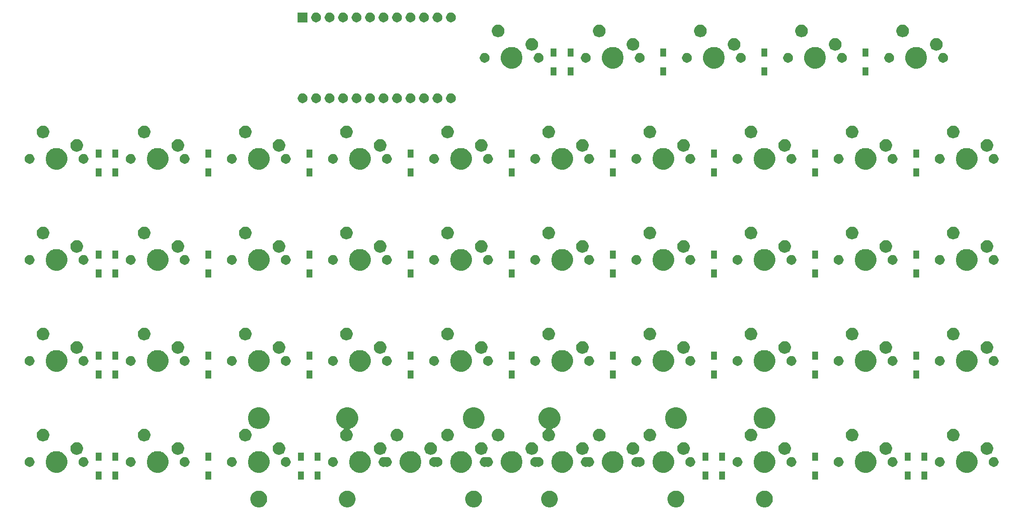
<source format=gts>
G04 #@! TF.GenerationSoftware,KiCad,Pcbnew,(5.1.4)-1*
G04 #@! TF.CreationDate,2021-09-01T12:45:02-10:00*
G04 #@! TF.ProjectId,oya45,6f796134-352e-46b6-9963-61645f706362,rev?*
G04 #@! TF.SameCoordinates,Original*
G04 #@! TF.FileFunction,Soldermask,Top*
G04 #@! TF.FilePolarity,Negative*
%FSLAX46Y46*%
G04 Gerber Fmt 4.6, Leading zero omitted, Abs format (unit mm)*
G04 Created by KiCad (PCBNEW (5.1.4)-1) date 2021-09-01 12:45:02*
%MOMM*%
%LPD*%
G04 APERTURE LIST*
%ADD10C,0.100000*%
G04 APERTURE END LIST*
D10*
G36*
X190807267Y-119740263D02*
G01*
X190959411Y-119770526D01*
X191078137Y-119819704D01*
X191246041Y-119889252D01*
X191246042Y-119889253D01*
X191504004Y-120061617D01*
X191723383Y-120280996D01*
X191838553Y-120453361D01*
X191895748Y-120538959D01*
X192014474Y-120825590D01*
X192075000Y-121129875D01*
X192075000Y-121440125D01*
X192014474Y-121744410D01*
X191895748Y-122031041D01*
X191895747Y-122031042D01*
X191723383Y-122289004D01*
X191504004Y-122508383D01*
X191331639Y-122623553D01*
X191246041Y-122680748D01*
X191078137Y-122750296D01*
X190959411Y-122799474D01*
X190655125Y-122860000D01*
X190344875Y-122860000D01*
X190040589Y-122799474D01*
X189921863Y-122750296D01*
X189753959Y-122680748D01*
X189668361Y-122623553D01*
X189495996Y-122508383D01*
X189276617Y-122289004D01*
X189104253Y-122031042D01*
X189104252Y-122031041D01*
X188985526Y-121744410D01*
X188925000Y-121440125D01*
X188925000Y-121129875D01*
X188985526Y-120825590D01*
X189104252Y-120538959D01*
X189161447Y-120453361D01*
X189276617Y-120280996D01*
X189495996Y-120061617D01*
X189753958Y-119889253D01*
X189753959Y-119889252D01*
X189921863Y-119819704D01*
X190040589Y-119770526D01*
X190192733Y-119740263D01*
X190344875Y-119710000D01*
X190655125Y-119710000D01*
X190807267Y-119740263D01*
X190807267Y-119740263D01*
G37*
G36*
X174138517Y-119740263D02*
G01*
X174290661Y-119770526D01*
X174409387Y-119819704D01*
X174577291Y-119889252D01*
X174577292Y-119889253D01*
X174835254Y-120061617D01*
X175054633Y-120280996D01*
X175169803Y-120453361D01*
X175226998Y-120538959D01*
X175345724Y-120825590D01*
X175406250Y-121129875D01*
X175406250Y-121440125D01*
X175345724Y-121744410D01*
X175226998Y-122031041D01*
X175226997Y-122031042D01*
X175054633Y-122289004D01*
X174835254Y-122508383D01*
X174662889Y-122623553D01*
X174577291Y-122680748D01*
X174409387Y-122750296D01*
X174290661Y-122799474D01*
X173986375Y-122860000D01*
X173676125Y-122860000D01*
X173371839Y-122799474D01*
X173253113Y-122750296D01*
X173085209Y-122680748D01*
X172999611Y-122623553D01*
X172827246Y-122508383D01*
X172607867Y-122289004D01*
X172435503Y-122031042D01*
X172435502Y-122031041D01*
X172316776Y-121744410D01*
X172256250Y-121440125D01*
X172256250Y-121129875D01*
X172316776Y-120825590D01*
X172435502Y-120538959D01*
X172492697Y-120453361D01*
X172607867Y-120280996D01*
X172827246Y-120061617D01*
X173085208Y-119889253D01*
X173085209Y-119889252D01*
X173253113Y-119819704D01*
X173371839Y-119770526D01*
X173523983Y-119740263D01*
X173676125Y-119710000D01*
X173986375Y-119710000D01*
X174138517Y-119740263D01*
X174138517Y-119740263D01*
G37*
G36*
X95557267Y-119740263D02*
G01*
X95709411Y-119770526D01*
X95828137Y-119819704D01*
X95996041Y-119889252D01*
X95996042Y-119889253D01*
X96254004Y-120061617D01*
X96473383Y-120280996D01*
X96588553Y-120453361D01*
X96645748Y-120538959D01*
X96764474Y-120825590D01*
X96825000Y-121129875D01*
X96825000Y-121440125D01*
X96764474Y-121744410D01*
X96645748Y-122031041D01*
X96645747Y-122031042D01*
X96473383Y-122289004D01*
X96254004Y-122508383D01*
X96081639Y-122623553D01*
X95996041Y-122680748D01*
X95828137Y-122750296D01*
X95709411Y-122799474D01*
X95405125Y-122860000D01*
X95094875Y-122860000D01*
X94790589Y-122799474D01*
X94671863Y-122750296D01*
X94503959Y-122680748D01*
X94418361Y-122623553D01*
X94245996Y-122508383D01*
X94026617Y-122289004D01*
X93854253Y-122031042D01*
X93854252Y-122031041D01*
X93735526Y-121744410D01*
X93675000Y-121440125D01*
X93675000Y-121129875D01*
X93735526Y-120825590D01*
X93854252Y-120538959D01*
X93911447Y-120453361D01*
X94026617Y-120280996D01*
X94245996Y-120061617D01*
X94503958Y-119889253D01*
X94503959Y-119889252D01*
X94671863Y-119819704D01*
X94790589Y-119770526D01*
X94942733Y-119740263D01*
X95094875Y-119710000D01*
X95405125Y-119710000D01*
X95557267Y-119740263D01*
X95557267Y-119740263D01*
G37*
G36*
X136038517Y-119740263D02*
G01*
X136190661Y-119770526D01*
X136309387Y-119819704D01*
X136477291Y-119889252D01*
X136477292Y-119889253D01*
X136735254Y-120061617D01*
X136954633Y-120280996D01*
X137069803Y-120453361D01*
X137126998Y-120538959D01*
X137245724Y-120825590D01*
X137306250Y-121129875D01*
X137306250Y-121440125D01*
X137245724Y-121744410D01*
X137126998Y-122031041D01*
X137126997Y-122031042D01*
X136954633Y-122289004D01*
X136735254Y-122508383D01*
X136562889Y-122623553D01*
X136477291Y-122680748D01*
X136309387Y-122750296D01*
X136190661Y-122799474D01*
X135886375Y-122860000D01*
X135576125Y-122860000D01*
X135271839Y-122799474D01*
X135153113Y-122750296D01*
X134985209Y-122680748D01*
X134899611Y-122623553D01*
X134727246Y-122508383D01*
X134507867Y-122289004D01*
X134335503Y-122031042D01*
X134335502Y-122031041D01*
X134216776Y-121744410D01*
X134156250Y-121440125D01*
X134156250Y-121129875D01*
X134216776Y-120825590D01*
X134335502Y-120538959D01*
X134392697Y-120453361D01*
X134507867Y-120280996D01*
X134727246Y-120061617D01*
X134985208Y-119889253D01*
X134985209Y-119889252D01*
X135153113Y-119819704D01*
X135271839Y-119770526D01*
X135423983Y-119740263D01*
X135576125Y-119710000D01*
X135886375Y-119710000D01*
X136038517Y-119740263D01*
X136038517Y-119740263D01*
G37*
G36*
X150326017Y-119740263D02*
G01*
X150478161Y-119770526D01*
X150596887Y-119819704D01*
X150764791Y-119889252D01*
X150764792Y-119889253D01*
X151022754Y-120061617D01*
X151242133Y-120280996D01*
X151357303Y-120453361D01*
X151414498Y-120538959D01*
X151533224Y-120825590D01*
X151593750Y-121129875D01*
X151593750Y-121440125D01*
X151533224Y-121744410D01*
X151414498Y-122031041D01*
X151414497Y-122031042D01*
X151242133Y-122289004D01*
X151022754Y-122508383D01*
X150850389Y-122623553D01*
X150764791Y-122680748D01*
X150596887Y-122750296D01*
X150478161Y-122799474D01*
X150173875Y-122860000D01*
X149863625Y-122860000D01*
X149559339Y-122799474D01*
X149440613Y-122750296D01*
X149272709Y-122680748D01*
X149187111Y-122623553D01*
X149014746Y-122508383D01*
X148795367Y-122289004D01*
X148623003Y-122031042D01*
X148623002Y-122031041D01*
X148504276Y-121744410D01*
X148443750Y-121440125D01*
X148443750Y-121129875D01*
X148504276Y-120825590D01*
X148623002Y-120538959D01*
X148680197Y-120453361D01*
X148795367Y-120280996D01*
X149014746Y-120061617D01*
X149272708Y-119889253D01*
X149272709Y-119889252D01*
X149440613Y-119819704D01*
X149559339Y-119770526D01*
X149711483Y-119740263D01*
X149863625Y-119710000D01*
X150173875Y-119710000D01*
X150326017Y-119740263D01*
X150326017Y-119740263D01*
G37*
G36*
X112226017Y-119740263D02*
G01*
X112378161Y-119770526D01*
X112496887Y-119819704D01*
X112664791Y-119889252D01*
X112664792Y-119889253D01*
X112922754Y-120061617D01*
X113142133Y-120280996D01*
X113257303Y-120453361D01*
X113314498Y-120538959D01*
X113433224Y-120825590D01*
X113493750Y-121129875D01*
X113493750Y-121440125D01*
X113433224Y-121744410D01*
X113314498Y-122031041D01*
X113314497Y-122031042D01*
X113142133Y-122289004D01*
X112922754Y-122508383D01*
X112750389Y-122623553D01*
X112664791Y-122680748D01*
X112496887Y-122750296D01*
X112378161Y-122799474D01*
X112073875Y-122860000D01*
X111763625Y-122860000D01*
X111459339Y-122799474D01*
X111340613Y-122750296D01*
X111172709Y-122680748D01*
X111087111Y-122623553D01*
X110914746Y-122508383D01*
X110695367Y-122289004D01*
X110523003Y-122031042D01*
X110523002Y-122031041D01*
X110404276Y-121744410D01*
X110343750Y-121440125D01*
X110343750Y-121129875D01*
X110404276Y-120825590D01*
X110523002Y-120538959D01*
X110580197Y-120453361D01*
X110695367Y-120280996D01*
X110914746Y-120061617D01*
X111172708Y-119889253D01*
X111172709Y-119889252D01*
X111340613Y-119819704D01*
X111459339Y-119770526D01*
X111611483Y-119740263D01*
X111763625Y-119710000D01*
X112073875Y-119710000D01*
X112226017Y-119740263D01*
X112226017Y-119740263D01*
G37*
G36*
X183113500Y-117619750D02*
G01*
X182011500Y-117619750D01*
X182011500Y-116117750D01*
X183113500Y-116117750D01*
X183113500Y-117619750D01*
X183113500Y-117619750D01*
G37*
G36*
X221213500Y-117619750D02*
G01*
X220111500Y-117619750D01*
X220111500Y-116117750D01*
X221213500Y-116117750D01*
X221213500Y-117619750D01*
X221213500Y-117619750D01*
G37*
G36*
X200576000Y-117619750D02*
G01*
X199474000Y-117619750D01*
X199474000Y-116117750D01*
X200576000Y-116117750D01*
X200576000Y-117619750D01*
X200576000Y-117619750D01*
G37*
G36*
X65638500Y-117619750D02*
G01*
X64536500Y-117619750D01*
X64536500Y-116117750D01*
X65638500Y-116117750D01*
X65638500Y-117619750D01*
X65638500Y-117619750D01*
G37*
G36*
X68813500Y-117619750D02*
G01*
X67711500Y-117619750D01*
X67711500Y-116117750D01*
X68813500Y-116117750D01*
X68813500Y-117619750D01*
X68813500Y-117619750D01*
G37*
G36*
X86276000Y-117619750D02*
G01*
X85174000Y-117619750D01*
X85174000Y-116117750D01*
X86276000Y-116117750D01*
X86276000Y-117619750D01*
X86276000Y-117619750D01*
G37*
G36*
X103738500Y-117619750D02*
G01*
X102636500Y-117619750D01*
X102636500Y-116117750D01*
X103738500Y-116117750D01*
X103738500Y-117619750D01*
X103738500Y-117619750D01*
G37*
G36*
X106913500Y-117619750D02*
G01*
X105811500Y-117619750D01*
X105811500Y-116117750D01*
X106913500Y-116117750D01*
X106913500Y-117619750D01*
X106913500Y-117619750D01*
G37*
G36*
X179938500Y-117619750D02*
G01*
X178836500Y-117619750D01*
X178836500Y-116117750D01*
X179938500Y-116117750D01*
X179938500Y-117619750D01*
X179938500Y-117619750D01*
G37*
G36*
X218038500Y-117619750D02*
G01*
X216936500Y-117619750D01*
X216936500Y-116117750D01*
X218038500Y-116117750D01*
X218038500Y-117619750D01*
X218038500Y-117619750D01*
G37*
G36*
X191096474Y-112333684D02*
G01*
X191314474Y-112423983D01*
X191468623Y-112487833D01*
X191803548Y-112711623D01*
X192088377Y-112996452D01*
X192312167Y-113331377D01*
X192347433Y-113416518D01*
X192466316Y-113703526D01*
X192544900Y-114098594D01*
X192544900Y-114501406D01*
X192466316Y-114896474D01*
X192415451Y-115019272D01*
X192312167Y-115268623D01*
X192088377Y-115603548D01*
X191803548Y-115888377D01*
X191468623Y-116112167D01*
X191314474Y-116176017D01*
X191096474Y-116266316D01*
X190701406Y-116344900D01*
X190298594Y-116344900D01*
X189903526Y-116266316D01*
X189685526Y-116176017D01*
X189531377Y-116112167D01*
X189196452Y-115888377D01*
X188911623Y-115603548D01*
X188687833Y-115268623D01*
X188584549Y-115019272D01*
X188533684Y-114896474D01*
X188455100Y-114501406D01*
X188455100Y-114098594D01*
X188533684Y-113703526D01*
X188652567Y-113416518D01*
X188687833Y-113331377D01*
X188911623Y-112996452D01*
X189196452Y-112711623D01*
X189531377Y-112487833D01*
X189685526Y-112423983D01*
X189903526Y-112333684D01*
X190298594Y-112255100D01*
X190701406Y-112255100D01*
X191096474Y-112333684D01*
X191096474Y-112333684D01*
G37*
G36*
X162521474Y-112333684D02*
G01*
X162739474Y-112423983D01*
X162893623Y-112487833D01*
X163228548Y-112711623D01*
X163513377Y-112996452D01*
X163737167Y-113331377D01*
X163772433Y-113416518D01*
X163891316Y-113703526D01*
X163969900Y-114098594D01*
X163969900Y-114501406D01*
X163891316Y-114896474D01*
X163840451Y-115019272D01*
X163737167Y-115268623D01*
X163513377Y-115603548D01*
X163228548Y-115888377D01*
X162893623Y-116112167D01*
X162739474Y-116176017D01*
X162521474Y-116266316D01*
X162126406Y-116344900D01*
X161723594Y-116344900D01*
X161328526Y-116266316D01*
X161110526Y-116176017D01*
X160956377Y-116112167D01*
X160621452Y-115888377D01*
X160336623Y-115603548D01*
X160112833Y-115268623D01*
X160009549Y-115019272D01*
X159958684Y-114896474D01*
X159880100Y-114501406D01*
X159880100Y-114098594D01*
X159958684Y-113703526D01*
X160077567Y-113416518D01*
X160112833Y-113331377D01*
X160336623Y-112996452D01*
X160621452Y-112711623D01*
X160956377Y-112487833D01*
X161110526Y-112423983D01*
X161328526Y-112333684D01*
X161723594Y-112255100D01*
X162126406Y-112255100D01*
X162521474Y-112333684D01*
X162521474Y-112333684D01*
G37*
G36*
X133946474Y-112333684D02*
G01*
X134164474Y-112423983D01*
X134318623Y-112487833D01*
X134653548Y-112711623D01*
X134938377Y-112996452D01*
X135162167Y-113331377D01*
X135197433Y-113416518D01*
X135316316Y-113703526D01*
X135394900Y-114098594D01*
X135394900Y-114501406D01*
X135316316Y-114896474D01*
X135265451Y-115019272D01*
X135162167Y-115268623D01*
X134938377Y-115603548D01*
X134653548Y-115888377D01*
X134318623Y-116112167D01*
X134164474Y-116176017D01*
X133946474Y-116266316D01*
X133551406Y-116344900D01*
X133148594Y-116344900D01*
X132753526Y-116266316D01*
X132535526Y-116176017D01*
X132381377Y-116112167D01*
X132046452Y-115888377D01*
X131761623Y-115603548D01*
X131537833Y-115268623D01*
X131434549Y-115019272D01*
X131383684Y-114896474D01*
X131305100Y-114501406D01*
X131305100Y-114098594D01*
X131383684Y-113703526D01*
X131502567Y-113416518D01*
X131537833Y-113331377D01*
X131761623Y-112996452D01*
X132046452Y-112711623D01*
X132381377Y-112487833D01*
X132535526Y-112423983D01*
X132753526Y-112333684D01*
X133148594Y-112255100D01*
X133551406Y-112255100D01*
X133946474Y-112333684D01*
X133946474Y-112333684D01*
G37*
G36*
X152996474Y-112333684D02*
G01*
X153214474Y-112423983D01*
X153368623Y-112487833D01*
X153703548Y-112711623D01*
X153988377Y-112996452D01*
X154212167Y-113331377D01*
X154247433Y-113416518D01*
X154366316Y-113703526D01*
X154444900Y-114098594D01*
X154444900Y-114501406D01*
X154366316Y-114896474D01*
X154315451Y-115019272D01*
X154212167Y-115268623D01*
X153988377Y-115603548D01*
X153703548Y-115888377D01*
X153368623Y-116112167D01*
X153214474Y-116176017D01*
X152996474Y-116266316D01*
X152601406Y-116344900D01*
X152198594Y-116344900D01*
X151803526Y-116266316D01*
X151585526Y-116176017D01*
X151431377Y-116112167D01*
X151096452Y-115888377D01*
X150811623Y-115603548D01*
X150587833Y-115268623D01*
X150484549Y-115019272D01*
X150433684Y-114896474D01*
X150355100Y-114501406D01*
X150355100Y-114098594D01*
X150433684Y-113703526D01*
X150552567Y-113416518D01*
X150587833Y-113331377D01*
X150811623Y-112996452D01*
X151096452Y-112711623D01*
X151431377Y-112487833D01*
X151585526Y-112423983D01*
X151803526Y-112333684D01*
X152198594Y-112255100D01*
X152601406Y-112255100D01*
X152996474Y-112333684D01*
X152996474Y-112333684D01*
G37*
G36*
X95846474Y-112333684D02*
G01*
X96064474Y-112423983D01*
X96218623Y-112487833D01*
X96553548Y-112711623D01*
X96838377Y-112996452D01*
X97062167Y-113331377D01*
X97097433Y-113416518D01*
X97216316Y-113703526D01*
X97294900Y-114098594D01*
X97294900Y-114501406D01*
X97216316Y-114896474D01*
X97165451Y-115019272D01*
X97062167Y-115268623D01*
X96838377Y-115603548D01*
X96553548Y-115888377D01*
X96218623Y-116112167D01*
X96064474Y-116176017D01*
X95846474Y-116266316D01*
X95451406Y-116344900D01*
X95048594Y-116344900D01*
X94653526Y-116266316D01*
X94435526Y-116176017D01*
X94281377Y-116112167D01*
X93946452Y-115888377D01*
X93661623Y-115603548D01*
X93437833Y-115268623D01*
X93334549Y-115019272D01*
X93283684Y-114896474D01*
X93205100Y-114501406D01*
X93205100Y-114098594D01*
X93283684Y-113703526D01*
X93402567Y-113416518D01*
X93437833Y-113331377D01*
X93661623Y-112996452D01*
X93946452Y-112711623D01*
X94281377Y-112487833D01*
X94435526Y-112423983D01*
X94653526Y-112333684D01*
X95048594Y-112255100D01*
X95451406Y-112255100D01*
X95846474Y-112333684D01*
X95846474Y-112333684D01*
G37*
G36*
X143471474Y-112333684D02*
G01*
X143689474Y-112423983D01*
X143843623Y-112487833D01*
X144178548Y-112711623D01*
X144463377Y-112996452D01*
X144687167Y-113331377D01*
X144722433Y-113416518D01*
X144841316Y-113703526D01*
X144919900Y-114098594D01*
X144919900Y-114501406D01*
X144841316Y-114896474D01*
X144790451Y-115019272D01*
X144687167Y-115268623D01*
X144463377Y-115603548D01*
X144178548Y-115888377D01*
X143843623Y-116112167D01*
X143689474Y-116176017D01*
X143471474Y-116266316D01*
X143076406Y-116344900D01*
X142673594Y-116344900D01*
X142278526Y-116266316D01*
X142060526Y-116176017D01*
X141906377Y-116112167D01*
X141571452Y-115888377D01*
X141286623Y-115603548D01*
X141062833Y-115268623D01*
X140959549Y-115019272D01*
X140908684Y-114896474D01*
X140830100Y-114501406D01*
X140830100Y-114098594D01*
X140908684Y-113703526D01*
X141027567Y-113416518D01*
X141062833Y-113331377D01*
X141286623Y-112996452D01*
X141571452Y-112711623D01*
X141906377Y-112487833D01*
X142060526Y-112423983D01*
X142278526Y-112333684D01*
X142673594Y-112255100D01*
X143076406Y-112255100D01*
X143471474Y-112333684D01*
X143471474Y-112333684D01*
G37*
G36*
X114896474Y-112333684D02*
G01*
X115114474Y-112423983D01*
X115268623Y-112487833D01*
X115603548Y-112711623D01*
X115888377Y-112996452D01*
X116112167Y-113331377D01*
X116147433Y-113416518D01*
X116266316Y-113703526D01*
X116344900Y-114098594D01*
X116344900Y-114501406D01*
X116266316Y-114896474D01*
X116215451Y-115019272D01*
X116112167Y-115268623D01*
X115888377Y-115603548D01*
X115603548Y-115888377D01*
X115268623Y-116112167D01*
X115114474Y-116176017D01*
X114896474Y-116266316D01*
X114501406Y-116344900D01*
X114098594Y-116344900D01*
X113703526Y-116266316D01*
X113485526Y-116176017D01*
X113331377Y-116112167D01*
X112996452Y-115888377D01*
X112711623Y-115603548D01*
X112487833Y-115268623D01*
X112384549Y-115019272D01*
X112333684Y-114896474D01*
X112255100Y-114501406D01*
X112255100Y-114098594D01*
X112333684Y-113703526D01*
X112452567Y-113416518D01*
X112487833Y-113331377D01*
X112711623Y-112996452D01*
X112996452Y-112711623D01*
X113331377Y-112487833D01*
X113485526Y-112423983D01*
X113703526Y-112333684D01*
X114098594Y-112255100D01*
X114501406Y-112255100D01*
X114896474Y-112333684D01*
X114896474Y-112333684D01*
G37*
G36*
X210146474Y-112333684D02*
G01*
X210364474Y-112423983D01*
X210518623Y-112487833D01*
X210853548Y-112711623D01*
X211138377Y-112996452D01*
X211362167Y-113331377D01*
X211397433Y-113416518D01*
X211516316Y-113703526D01*
X211594900Y-114098594D01*
X211594900Y-114501406D01*
X211516316Y-114896474D01*
X211465451Y-115019272D01*
X211362167Y-115268623D01*
X211138377Y-115603548D01*
X210853548Y-115888377D01*
X210518623Y-116112167D01*
X210364474Y-116176017D01*
X210146474Y-116266316D01*
X209751406Y-116344900D01*
X209348594Y-116344900D01*
X208953526Y-116266316D01*
X208735526Y-116176017D01*
X208581377Y-116112167D01*
X208246452Y-115888377D01*
X207961623Y-115603548D01*
X207737833Y-115268623D01*
X207634549Y-115019272D01*
X207583684Y-114896474D01*
X207505100Y-114501406D01*
X207505100Y-114098594D01*
X207583684Y-113703526D01*
X207702567Y-113416518D01*
X207737833Y-113331377D01*
X207961623Y-112996452D01*
X208246452Y-112711623D01*
X208581377Y-112487833D01*
X208735526Y-112423983D01*
X208953526Y-112333684D01*
X209348594Y-112255100D01*
X209751406Y-112255100D01*
X210146474Y-112333684D01*
X210146474Y-112333684D01*
G37*
G36*
X124421474Y-112333684D02*
G01*
X124639474Y-112423983D01*
X124793623Y-112487833D01*
X125128548Y-112711623D01*
X125413377Y-112996452D01*
X125637167Y-113331377D01*
X125672433Y-113416518D01*
X125791316Y-113703526D01*
X125869900Y-114098594D01*
X125869900Y-114501406D01*
X125791316Y-114896474D01*
X125740451Y-115019272D01*
X125637167Y-115268623D01*
X125413377Y-115603548D01*
X125128548Y-115888377D01*
X124793623Y-116112167D01*
X124639474Y-116176017D01*
X124421474Y-116266316D01*
X124026406Y-116344900D01*
X123623594Y-116344900D01*
X123228526Y-116266316D01*
X123010526Y-116176017D01*
X122856377Y-116112167D01*
X122521452Y-115888377D01*
X122236623Y-115603548D01*
X122012833Y-115268623D01*
X121909549Y-115019272D01*
X121858684Y-114896474D01*
X121780100Y-114501406D01*
X121780100Y-114098594D01*
X121858684Y-113703526D01*
X121977567Y-113416518D01*
X122012833Y-113331377D01*
X122236623Y-112996452D01*
X122521452Y-112711623D01*
X122856377Y-112487833D01*
X123010526Y-112423983D01*
X123228526Y-112333684D01*
X123623594Y-112255100D01*
X124026406Y-112255100D01*
X124421474Y-112333684D01*
X124421474Y-112333684D01*
G37*
G36*
X172046474Y-112333684D02*
G01*
X172264474Y-112423983D01*
X172418623Y-112487833D01*
X172753548Y-112711623D01*
X173038377Y-112996452D01*
X173262167Y-113331377D01*
X173297433Y-113416518D01*
X173416316Y-113703526D01*
X173494900Y-114098594D01*
X173494900Y-114501406D01*
X173416316Y-114896474D01*
X173365451Y-115019272D01*
X173262167Y-115268623D01*
X173038377Y-115603548D01*
X172753548Y-115888377D01*
X172418623Y-116112167D01*
X172264474Y-116176017D01*
X172046474Y-116266316D01*
X171651406Y-116344900D01*
X171248594Y-116344900D01*
X170853526Y-116266316D01*
X170635526Y-116176017D01*
X170481377Y-116112167D01*
X170146452Y-115888377D01*
X169861623Y-115603548D01*
X169637833Y-115268623D01*
X169534549Y-115019272D01*
X169483684Y-114896474D01*
X169405100Y-114501406D01*
X169405100Y-114098594D01*
X169483684Y-113703526D01*
X169602567Y-113416518D01*
X169637833Y-113331377D01*
X169861623Y-112996452D01*
X170146452Y-112711623D01*
X170481377Y-112487833D01*
X170635526Y-112423983D01*
X170853526Y-112333684D01*
X171248594Y-112255100D01*
X171651406Y-112255100D01*
X172046474Y-112333684D01*
X172046474Y-112333684D01*
G37*
G36*
X229196474Y-112333684D02*
G01*
X229414474Y-112423983D01*
X229568623Y-112487833D01*
X229903548Y-112711623D01*
X230188377Y-112996452D01*
X230412167Y-113331377D01*
X230447433Y-113416518D01*
X230566316Y-113703526D01*
X230644900Y-114098594D01*
X230644900Y-114501406D01*
X230566316Y-114896474D01*
X230515451Y-115019272D01*
X230412167Y-115268623D01*
X230188377Y-115603548D01*
X229903548Y-115888377D01*
X229568623Y-116112167D01*
X229414474Y-116176017D01*
X229196474Y-116266316D01*
X228801406Y-116344900D01*
X228398594Y-116344900D01*
X228003526Y-116266316D01*
X227785526Y-116176017D01*
X227631377Y-116112167D01*
X227296452Y-115888377D01*
X227011623Y-115603548D01*
X226787833Y-115268623D01*
X226684549Y-115019272D01*
X226633684Y-114896474D01*
X226555100Y-114501406D01*
X226555100Y-114098594D01*
X226633684Y-113703526D01*
X226752567Y-113416518D01*
X226787833Y-113331377D01*
X227011623Y-112996452D01*
X227296452Y-112711623D01*
X227631377Y-112487833D01*
X227785526Y-112423983D01*
X228003526Y-112333684D01*
X228398594Y-112255100D01*
X228801406Y-112255100D01*
X229196474Y-112333684D01*
X229196474Y-112333684D01*
G37*
G36*
X76796474Y-112333684D02*
G01*
X77014474Y-112423983D01*
X77168623Y-112487833D01*
X77503548Y-112711623D01*
X77788377Y-112996452D01*
X78012167Y-113331377D01*
X78047433Y-113416518D01*
X78166316Y-113703526D01*
X78244900Y-114098594D01*
X78244900Y-114501406D01*
X78166316Y-114896474D01*
X78115451Y-115019272D01*
X78012167Y-115268623D01*
X77788377Y-115603548D01*
X77503548Y-115888377D01*
X77168623Y-116112167D01*
X77014474Y-116176017D01*
X76796474Y-116266316D01*
X76401406Y-116344900D01*
X75998594Y-116344900D01*
X75603526Y-116266316D01*
X75385526Y-116176017D01*
X75231377Y-116112167D01*
X74896452Y-115888377D01*
X74611623Y-115603548D01*
X74387833Y-115268623D01*
X74284549Y-115019272D01*
X74233684Y-114896474D01*
X74155100Y-114501406D01*
X74155100Y-114098594D01*
X74233684Y-113703526D01*
X74352567Y-113416518D01*
X74387833Y-113331377D01*
X74611623Y-112996452D01*
X74896452Y-112711623D01*
X75231377Y-112487833D01*
X75385526Y-112423983D01*
X75603526Y-112333684D01*
X75998594Y-112255100D01*
X76401406Y-112255100D01*
X76796474Y-112333684D01*
X76796474Y-112333684D01*
G37*
G36*
X57746474Y-112333684D02*
G01*
X57964474Y-112423983D01*
X58118623Y-112487833D01*
X58453548Y-112711623D01*
X58738377Y-112996452D01*
X58962167Y-113331377D01*
X58997433Y-113416518D01*
X59116316Y-113703526D01*
X59194900Y-114098594D01*
X59194900Y-114501406D01*
X59116316Y-114896474D01*
X59065451Y-115019272D01*
X58962167Y-115268623D01*
X58738377Y-115603548D01*
X58453548Y-115888377D01*
X58118623Y-116112167D01*
X57964474Y-116176017D01*
X57746474Y-116266316D01*
X57351406Y-116344900D01*
X56948594Y-116344900D01*
X56553526Y-116266316D01*
X56335526Y-116176017D01*
X56181377Y-116112167D01*
X55846452Y-115888377D01*
X55561623Y-115603548D01*
X55337833Y-115268623D01*
X55234549Y-115019272D01*
X55183684Y-114896474D01*
X55105100Y-114501406D01*
X55105100Y-114098594D01*
X55183684Y-113703526D01*
X55302567Y-113416518D01*
X55337833Y-113331377D01*
X55561623Y-112996452D01*
X55846452Y-112711623D01*
X56181377Y-112487833D01*
X56335526Y-112423983D01*
X56553526Y-112333684D01*
X56948594Y-112255100D01*
X57351406Y-112255100D01*
X57746474Y-112333684D01*
X57746474Y-112333684D01*
G37*
G36*
X204740104Y-113409585D02*
G01*
X204908626Y-113479389D01*
X205060291Y-113580728D01*
X205189272Y-113709709D01*
X205290611Y-113861374D01*
X205360415Y-114029896D01*
X205396000Y-114208797D01*
X205396000Y-114391203D01*
X205360415Y-114570104D01*
X205290611Y-114738626D01*
X205189272Y-114890291D01*
X205060291Y-115019272D01*
X204908626Y-115120611D01*
X204740104Y-115190415D01*
X204561203Y-115226000D01*
X204378797Y-115226000D01*
X204199896Y-115190415D01*
X204031374Y-115120611D01*
X203879709Y-115019272D01*
X203750728Y-114890291D01*
X203649389Y-114738626D01*
X203579585Y-114570104D01*
X203544000Y-114391203D01*
X203544000Y-114208797D01*
X203579585Y-114029896D01*
X203649389Y-113861374D01*
X203750728Y-113709709D01*
X203879709Y-113580728D01*
X204031374Y-113479389D01*
X204199896Y-113409585D01*
X204378797Y-113374000D01*
X204561203Y-113374000D01*
X204740104Y-113409585D01*
X204740104Y-113409585D01*
G37*
G36*
X138065104Y-113409585D02*
G01*
X138065110Y-113409588D01*
X138065565Y-113409678D01*
X138088118Y-113416518D01*
X138112504Y-113418919D01*
X138136890Y-113416516D01*
X138159435Y-113409678D01*
X138159890Y-113409588D01*
X138159896Y-113409585D01*
X138338797Y-113374000D01*
X138521203Y-113374000D01*
X138700104Y-113409585D01*
X138868626Y-113479389D01*
X139020291Y-113580728D01*
X139149272Y-113709709D01*
X139250611Y-113861374D01*
X139320415Y-114029896D01*
X139356000Y-114208797D01*
X139356000Y-114391203D01*
X139320415Y-114570104D01*
X139250611Y-114738626D01*
X139149272Y-114890291D01*
X139020291Y-115019272D01*
X138868626Y-115120611D01*
X138700104Y-115190415D01*
X138521203Y-115226000D01*
X138338797Y-115226000D01*
X138159896Y-115190415D01*
X138159890Y-115190412D01*
X138159435Y-115190322D01*
X138136882Y-115183482D01*
X138112496Y-115181081D01*
X138088110Y-115183484D01*
X138065565Y-115190322D01*
X138065110Y-115190412D01*
X138065104Y-115190415D01*
X137886203Y-115226000D01*
X137703797Y-115226000D01*
X137524896Y-115190415D01*
X137356374Y-115120611D01*
X137204709Y-115019272D01*
X137075728Y-114890291D01*
X136974389Y-114738626D01*
X136904585Y-114570104D01*
X136869000Y-114391203D01*
X136869000Y-114208797D01*
X136904585Y-114029896D01*
X136974389Y-113861374D01*
X137075728Y-113709709D01*
X137204709Y-113580728D01*
X137356374Y-113479389D01*
X137524896Y-113409585D01*
X137703797Y-113374000D01*
X137886203Y-113374000D01*
X138065104Y-113409585D01*
X138065104Y-113409585D01*
G37*
G36*
X128540104Y-113409585D02*
G01*
X128540110Y-113409588D01*
X128540565Y-113409678D01*
X128563118Y-113416518D01*
X128587504Y-113418919D01*
X128611890Y-113416516D01*
X128634435Y-113409678D01*
X128634890Y-113409588D01*
X128634896Y-113409585D01*
X128813797Y-113374000D01*
X128996203Y-113374000D01*
X129175104Y-113409585D01*
X129343626Y-113479389D01*
X129495291Y-113580728D01*
X129624272Y-113709709D01*
X129725611Y-113861374D01*
X129795415Y-114029896D01*
X129831000Y-114208797D01*
X129831000Y-114391203D01*
X129795415Y-114570104D01*
X129725611Y-114738626D01*
X129624272Y-114890291D01*
X129495291Y-115019272D01*
X129343626Y-115120611D01*
X129175104Y-115190415D01*
X128996203Y-115226000D01*
X128813797Y-115226000D01*
X128634896Y-115190415D01*
X128634890Y-115190412D01*
X128634435Y-115190322D01*
X128611882Y-115183482D01*
X128587496Y-115181081D01*
X128563110Y-115183484D01*
X128540565Y-115190322D01*
X128540110Y-115190412D01*
X128540104Y-115190415D01*
X128361203Y-115226000D01*
X128178797Y-115226000D01*
X127999896Y-115190415D01*
X127831374Y-115120611D01*
X127679709Y-115019272D01*
X127550728Y-114890291D01*
X127449389Y-114738626D01*
X127379585Y-114570104D01*
X127344000Y-114391203D01*
X127344000Y-114208797D01*
X127379585Y-114029896D01*
X127449389Y-113861374D01*
X127550728Y-113709709D01*
X127679709Y-113580728D01*
X127831374Y-113479389D01*
X127999896Y-113409585D01*
X128178797Y-113374000D01*
X128361203Y-113374000D01*
X128540104Y-113409585D01*
X128540104Y-113409585D01*
G37*
G36*
X157115104Y-113409585D02*
G01*
X157115110Y-113409588D01*
X157115565Y-113409678D01*
X157138118Y-113416518D01*
X157162504Y-113418919D01*
X157186890Y-113416516D01*
X157209435Y-113409678D01*
X157209890Y-113409588D01*
X157209896Y-113409585D01*
X157388797Y-113374000D01*
X157571203Y-113374000D01*
X157750104Y-113409585D01*
X157918626Y-113479389D01*
X158070291Y-113580728D01*
X158199272Y-113709709D01*
X158300611Y-113861374D01*
X158370415Y-114029896D01*
X158406000Y-114208797D01*
X158406000Y-114391203D01*
X158370415Y-114570104D01*
X158300611Y-114738626D01*
X158199272Y-114890291D01*
X158070291Y-115019272D01*
X157918626Y-115120611D01*
X157750104Y-115190415D01*
X157571203Y-115226000D01*
X157388797Y-115226000D01*
X157209896Y-115190415D01*
X157209890Y-115190412D01*
X157209435Y-115190322D01*
X157186882Y-115183482D01*
X157162496Y-115181081D01*
X157138110Y-115183484D01*
X157115565Y-115190322D01*
X157115110Y-115190412D01*
X157115104Y-115190415D01*
X156936203Y-115226000D01*
X156753797Y-115226000D01*
X156574896Y-115190415D01*
X156406374Y-115120611D01*
X156254709Y-115019272D01*
X156125728Y-114890291D01*
X156024389Y-114738626D01*
X155954585Y-114570104D01*
X155919000Y-114391203D01*
X155919000Y-114208797D01*
X155954585Y-114029896D01*
X156024389Y-113861374D01*
X156125728Y-113709709D01*
X156254709Y-113580728D01*
X156406374Y-113479389D01*
X156574896Y-113409585D01*
X156753797Y-113374000D01*
X156936203Y-113374000D01*
X157115104Y-113409585D01*
X157115104Y-113409585D01*
G37*
G36*
X147590104Y-113409585D02*
G01*
X147590110Y-113409588D01*
X147590565Y-113409678D01*
X147613118Y-113416518D01*
X147637504Y-113418919D01*
X147661890Y-113416516D01*
X147684435Y-113409678D01*
X147684890Y-113409588D01*
X147684896Y-113409585D01*
X147863797Y-113374000D01*
X148046203Y-113374000D01*
X148225104Y-113409585D01*
X148393626Y-113479389D01*
X148545291Y-113580728D01*
X148674272Y-113709709D01*
X148775611Y-113861374D01*
X148845415Y-114029896D01*
X148881000Y-114208797D01*
X148881000Y-114391203D01*
X148845415Y-114570104D01*
X148775611Y-114738626D01*
X148674272Y-114890291D01*
X148545291Y-115019272D01*
X148393626Y-115120611D01*
X148225104Y-115190415D01*
X148046203Y-115226000D01*
X147863797Y-115226000D01*
X147684896Y-115190415D01*
X147684890Y-115190412D01*
X147684435Y-115190322D01*
X147661882Y-115183482D01*
X147637496Y-115181081D01*
X147613110Y-115183484D01*
X147590565Y-115190322D01*
X147590110Y-115190412D01*
X147590104Y-115190415D01*
X147411203Y-115226000D01*
X147228797Y-115226000D01*
X147049896Y-115190415D01*
X146881374Y-115120611D01*
X146729709Y-115019272D01*
X146600728Y-114890291D01*
X146499389Y-114738626D01*
X146429585Y-114570104D01*
X146394000Y-114391203D01*
X146394000Y-114208797D01*
X146429585Y-114029896D01*
X146499389Y-113861374D01*
X146600728Y-113709709D01*
X146729709Y-113580728D01*
X146881374Y-113479389D01*
X147049896Y-113409585D01*
X147228797Y-113374000D01*
X147411203Y-113374000D01*
X147590104Y-113409585D01*
X147590104Y-113409585D01*
G37*
G36*
X195850104Y-113409585D02*
G01*
X196018626Y-113479389D01*
X196170291Y-113580728D01*
X196299272Y-113709709D01*
X196400611Y-113861374D01*
X196470415Y-114029896D01*
X196506000Y-114208797D01*
X196506000Y-114391203D01*
X196470415Y-114570104D01*
X196400611Y-114738626D01*
X196299272Y-114890291D01*
X196170291Y-115019272D01*
X196018626Y-115120611D01*
X195850104Y-115190415D01*
X195671203Y-115226000D01*
X195488797Y-115226000D01*
X195309896Y-115190415D01*
X195141374Y-115120611D01*
X194989709Y-115019272D01*
X194860728Y-114890291D01*
X194759389Y-114738626D01*
X194689585Y-114570104D01*
X194654000Y-114391203D01*
X194654000Y-114208797D01*
X194689585Y-114029896D01*
X194759389Y-113861374D01*
X194860728Y-113709709D01*
X194989709Y-113580728D01*
X195141374Y-113479389D01*
X195309896Y-113409585D01*
X195488797Y-113374000D01*
X195671203Y-113374000D01*
X195850104Y-113409585D01*
X195850104Y-113409585D01*
G37*
G36*
X185690104Y-113409585D02*
G01*
X185858626Y-113479389D01*
X186010291Y-113580728D01*
X186139272Y-113709709D01*
X186240611Y-113861374D01*
X186310415Y-114029896D01*
X186346000Y-114208797D01*
X186346000Y-114391203D01*
X186310415Y-114570104D01*
X186240611Y-114738626D01*
X186139272Y-114890291D01*
X186010291Y-115019272D01*
X185858626Y-115120611D01*
X185690104Y-115190415D01*
X185511203Y-115226000D01*
X185328797Y-115226000D01*
X185149896Y-115190415D01*
X184981374Y-115120611D01*
X184829709Y-115019272D01*
X184700728Y-114890291D01*
X184599389Y-114738626D01*
X184529585Y-114570104D01*
X184494000Y-114391203D01*
X184494000Y-114208797D01*
X184529585Y-114029896D01*
X184599389Y-113861374D01*
X184700728Y-113709709D01*
X184829709Y-113580728D01*
X184981374Y-113479389D01*
X185149896Y-113409585D01*
X185328797Y-113374000D01*
X185511203Y-113374000D01*
X185690104Y-113409585D01*
X185690104Y-113409585D01*
G37*
G36*
X214900104Y-113409585D02*
G01*
X215068626Y-113479389D01*
X215220291Y-113580728D01*
X215349272Y-113709709D01*
X215450611Y-113861374D01*
X215520415Y-114029896D01*
X215556000Y-114208797D01*
X215556000Y-114391203D01*
X215520415Y-114570104D01*
X215450611Y-114738626D01*
X215349272Y-114890291D01*
X215220291Y-115019272D01*
X215068626Y-115120611D01*
X214900104Y-115190415D01*
X214721203Y-115226000D01*
X214538797Y-115226000D01*
X214359896Y-115190415D01*
X214191374Y-115120611D01*
X214039709Y-115019272D01*
X213910728Y-114890291D01*
X213809389Y-114738626D01*
X213739585Y-114570104D01*
X213704000Y-114391203D01*
X213704000Y-114208797D01*
X213739585Y-114029896D01*
X213809389Y-113861374D01*
X213910728Y-113709709D01*
X214039709Y-113580728D01*
X214191374Y-113479389D01*
X214359896Y-113409585D01*
X214538797Y-113374000D01*
X214721203Y-113374000D01*
X214900104Y-113409585D01*
X214900104Y-113409585D01*
G37*
G36*
X233950104Y-113409585D02*
G01*
X234118626Y-113479389D01*
X234270291Y-113580728D01*
X234399272Y-113709709D01*
X234500611Y-113861374D01*
X234570415Y-114029896D01*
X234606000Y-114208797D01*
X234606000Y-114391203D01*
X234570415Y-114570104D01*
X234500611Y-114738626D01*
X234399272Y-114890291D01*
X234270291Y-115019272D01*
X234118626Y-115120611D01*
X233950104Y-115190415D01*
X233771203Y-115226000D01*
X233588797Y-115226000D01*
X233409896Y-115190415D01*
X233241374Y-115120611D01*
X233089709Y-115019272D01*
X232960728Y-114890291D01*
X232859389Y-114738626D01*
X232789585Y-114570104D01*
X232754000Y-114391203D01*
X232754000Y-114208797D01*
X232789585Y-114029896D01*
X232859389Y-113861374D01*
X232960728Y-113709709D01*
X233089709Y-113580728D01*
X233241374Y-113479389D01*
X233409896Y-113409585D01*
X233588797Y-113374000D01*
X233771203Y-113374000D01*
X233950104Y-113409585D01*
X233950104Y-113409585D01*
G37*
G36*
X223790104Y-113409585D02*
G01*
X223958626Y-113479389D01*
X224110291Y-113580728D01*
X224239272Y-113709709D01*
X224340611Y-113861374D01*
X224410415Y-114029896D01*
X224446000Y-114208797D01*
X224446000Y-114391203D01*
X224410415Y-114570104D01*
X224340611Y-114738626D01*
X224239272Y-114890291D01*
X224110291Y-115019272D01*
X223958626Y-115120611D01*
X223790104Y-115190415D01*
X223611203Y-115226000D01*
X223428797Y-115226000D01*
X223249896Y-115190415D01*
X223081374Y-115120611D01*
X222929709Y-115019272D01*
X222800728Y-114890291D01*
X222699389Y-114738626D01*
X222629585Y-114570104D01*
X222594000Y-114391203D01*
X222594000Y-114208797D01*
X222629585Y-114029896D01*
X222699389Y-113861374D01*
X222800728Y-113709709D01*
X222929709Y-113580728D01*
X223081374Y-113479389D01*
X223249896Y-113409585D01*
X223428797Y-113374000D01*
X223611203Y-113374000D01*
X223790104Y-113409585D01*
X223790104Y-113409585D01*
G37*
G36*
X100600104Y-113409585D02*
G01*
X100768626Y-113479389D01*
X100920291Y-113580728D01*
X101049272Y-113709709D01*
X101150611Y-113861374D01*
X101220415Y-114029896D01*
X101256000Y-114208797D01*
X101256000Y-114391203D01*
X101220415Y-114570104D01*
X101150611Y-114738626D01*
X101049272Y-114890291D01*
X100920291Y-115019272D01*
X100768626Y-115120611D01*
X100600104Y-115190415D01*
X100421203Y-115226000D01*
X100238797Y-115226000D01*
X100059896Y-115190415D01*
X99891374Y-115120611D01*
X99739709Y-115019272D01*
X99610728Y-114890291D01*
X99509389Y-114738626D01*
X99439585Y-114570104D01*
X99404000Y-114391203D01*
X99404000Y-114208797D01*
X99439585Y-114029896D01*
X99509389Y-113861374D01*
X99610728Y-113709709D01*
X99739709Y-113580728D01*
X99891374Y-113479389D01*
X100059896Y-113409585D01*
X100238797Y-113374000D01*
X100421203Y-113374000D01*
X100600104Y-113409585D01*
X100600104Y-113409585D01*
G37*
G36*
X119015104Y-113409585D02*
G01*
X119015110Y-113409588D01*
X119015565Y-113409678D01*
X119038118Y-113416518D01*
X119062504Y-113418919D01*
X119086890Y-113416516D01*
X119109435Y-113409678D01*
X119109890Y-113409588D01*
X119109896Y-113409585D01*
X119288797Y-113374000D01*
X119471203Y-113374000D01*
X119650104Y-113409585D01*
X119818626Y-113479389D01*
X119970291Y-113580728D01*
X120099272Y-113709709D01*
X120200611Y-113861374D01*
X120270415Y-114029896D01*
X120306000Y-114208797D01*
X120306000Y-114391203D01*
X120270415Y-114570104D01*
X120200611Y-114738626D01*
X120099272Y-114890291D01*
X119970291Y-115019272D01*
X119818626Y-115120611D01*
X119650104Y-115190415D01*
X119471203Y-115226000D01*
X119288797Y-115226000D01*
X119109896Y-115190415D01*
X119109890Y-115190412D01*
X119109435Y-115190322D01*
X119086882Y-115183482D01*
X119062496Y-115181081D01*
X119038110Y-115183484D01*
X119015565Y-115190322D01*
X119015110Y-115190412D01*
X119015104Y-115190415D01*
X118836203Y-115226000D01*
X118653797Y-115226000D01*
X118474896Y-115190415D01*
X118306374Y-115120611D01*
X118154709Y-115019272D01*
X118025728Y-114890291D01*
X117924389Y-114738626D01*
X117854585Y-114570104D01*
X117819000Y-114391203D01*
X117819000Y-114208797D01*
X117854585Y-114029896D01*
X117924389Y-113861374D01*
X118025728Y-113709709D01*
X118154709Y-113580728D01*
X118306374Y-113479389D01*
X118474896Y-113409585D01*
X118653797Y-113374000D01*
X118836203Y-113374000D01*
X119015104Y-113409585D01*
X119015104Y-113409585D01*
G37*
G36*
X109490104Y-113409585D02*
G01*
X109658626Y-113479389D01*
X109810291Y-113580728D01*
X109939272Y-113709709D01*
X110040611Y-113861374D01*
X110110415Y-114029896D01*
X110146000Y-114208797D01*
X110146000Y-114391203D01*
X110110415Y-114570104D01*
X110040611Y-114738626D01*
X109939272Y-114890291D01*
X109810291Y-115019272D01*
X109658626Y-115120611D01*
X109490104Y-115190415D01*
X109311203Y-115226000D01*
X109128797Y-115226000D01*
X108949896Y-115190415D01*
X108781374Y-115120611D01*
X108629709Y-115019272D01*
X108500728Y-114890291D01*
X108399389Y-114738626D01*
X108329585Y-114570104D01*
X108294000Y-114391203D01*
X108294000Y-114208797D01*
X108329585Y-114029896D01*
X108399389Y-113861374D01*
X108500728Y-113709709D01*
X108629709Y-113580728D01*
X108781374Y-113479389D01*
X108949896Y-113409585D01*
X109128797Y-113374000D01*
X109311203Y-113374000D01*
X109490104Y-113409585D01*
X109490104Y-113409585D01*
G37*
G36*
X71390104Y-113409585D02*
G01*
X71558626Y-113479389D01*
X71710291Y-113580728D01*
X71839272Y-113709709D01*
X71940611Y-113861374D01*
X72010415Y-114029896D01*
X72046000Y-114208797D01*
X72046000Y-114391203D01*
X72010415Y-114570104D01*
X71940611Y-114738626D01*
X71839272Y-114890291D01*
X71710291Y-115019272D01*
X71558626Y-115120611D01*
X71390104Y-115190415D01*
X71211203Y-115226000D01*
X71028797Y-115226000D01*
X70849896Y-115190415D01*
X70681374Y-115120611D01*
X70529709Y-115019272D01*
X70400728Y-114890291D01*
X70299389Y-114738626D01*
X70229585Y-114570104D01*
X70194000Y-114391203D01*
X70194000Y-114208797D01*
X70229585Y-114029896D01*
X70299389Y-113861374D01*
X70400728Y-113709709D01*
X70529709Y-113580728D01*
X70681374Y-113479389D01*
X70849896Y-113409585D01*
X71028797Y-113374000D01*
X71211203Y-113374000D01*
X71390104Y-113409585D01*
X71390104Y-113409585D01*
G37*
G36*
X81550104Y-113409585D02*
G01*
X81718626Y-113479389D01*
X81870291Y-113580728D01*
X81999272Y-113709709D01*
X82100611Y-113861374D01*
X82170415Y-114029896D01*
X82206000Y-114208797D01*
X82206000Y-114391203D01*
X82170415Y-114570104D01*
X82100611Y-114738626D01*
X81999272Y-114890291D01*
X81870291Y-115019272D01*
X81718626Y-115120611D01*
X81550104Y-115190415D01*
X81371203Y-115226000D01*
X81188797Y-115226000D01*
X81009896Y-115190415D01*
X80841374Y-115120611D01*
X80689709Y-115019272D01*
X80560728Y-114890291D01*
X80459389Y-114738626D01*
X80389585Y-114570104D01*
X80354000Y-114391203D01*
X80354000Y-114208797D01*
X80389585Y-114029896D01*
X80459389Y-113861374D01*
X80560728Y-113709709D01*
X80689709Y-113580728D01*
X80841374Y-113479389D01*
X81009896Y-113409585D01*
X81188797Y-113374000D01*
X81371203Y-113374000D01*
X81550104Y-113409585D01*
X81550104Y-113409585D01*
G37*
G36*
X62500104Y-113409585D02*
G01*
X62668626Y-113479389D01*
X62820291Y-113580728D01*
X62949272Y-113709709D01*
X63050611Y-113861374D01*
X63120415Y-114029896D01*
X63156000Y-114208797D01*
X63156000Y-114391203D01*
X63120415Y-114570104D01*
X63050611Y-114738626D01*
X62949272Y-114890291D01*
X62820291Y-115019272D01*
X62668626Y-115120611D01*
X62500104Y-115190415D01*
X62321203Y-115226000D01*
X62138797Y-115226000D01*
X61959896Y-115190415D01*
X61791374Y-115120611D01*
X61639709Y-115019272D01*
X61510728Y-114890291D01*
X61409389Y-114738626D01*
X61339585Y-114570104D01*
X61304000Y-114391203D01*
X61304000Y-114208797D01*
X61339585Y-114029896D01*
X61409389Y-113861374D01*
X61510728Y-113709709D01*
X61639709Y-113580728D01*
X61791374Y-113479389D01*
X61959896Y-113409585D01*
X62138797Y-113374000D01*
X62321203Y-113374000D01*
X62500104Y-113409585D01*
X62500104Y-113409585D01*
G37*
G36*
X176800104Y-113409585D02*
G01*
X176968626Y-113479389D01*
X177120291Y-113580728D01*
X177249272Y-113709709D01*
X177350611Y-113861374D01*
X177420415Y-114029896D01*
X177456000Y-114208797D01*
X177456000Y-114391203D01*
X177420415Y-114570104D01*
X177350611Y-114738626D01*
X177249272Y-114890291D01*
X177120291Y-115019272D01*
X176968626Y-115120611D01*
X176800104Y-115190415D01*
X176621203Y-115226000D01*
X176438797Y-115226000D01*
X176259896Y-115190415D01*
X176091374Y-115120611D01*
X175939709Y-115019272D01*
X175810728Y-114890291D01*
X175709389Y-114738626D01*
X175639585Y-114570104D01*
X175604000Y-114391203D01*
X175604000Y-114208797D01*
X175639585Y-114029896D01*
X175709389Y-113861374D01*
X175810728Y-113709709D01*
X175939709Y-113580728D01*
X176091374Y-113479389D01*
X176259896Y-113409585D01*
X176438797Y-113374000D01*
X176621203Y-113374000D01*
X176800104Y-113409585D01*
X176800104Y-113409585D01*
G37*
G36*
X90440104Y-113409585D02*
G01*
X90608626Y-113479389D01*
X90760291Y-113580728D01*
X90889272Y-113709709D01*
X90990611Y-113861374D01*
X91060415Y-114029896D01*
X91096000Y-114208797D01*
X91096000Y-114391203D01*
X91060415Y-114570104D01*
X90990611Y-114738626D01*
X90889272Y-114890291D01*
X90760291Y-115019272D01*
X90608626Y-115120611D01*
X90440104Y-115190415D01*
X90261203Y-115226000D01*
X90078797Y-115226000D01*
X89899896Y-115190415D01*
X89731374Y-115120611D01*
X89579709Y-115019272D01*
X89450728Y-114890291D01*
X89349389Y-114738626D01*
X89279585Y-114570104D01*
X89244000Y-114391203D01*
X89244000Y-114208797D01*
X89279585Y-114029896D01*
X89349389Y-113861374D01*
X89450728Y-113709709D01*
X89579709Y-113580728D01*
X89731374Y-113479389D01*
X89899896Y-113409585D01*
X90078797Y-113374000D01*
X90261203Y-113374000D01*
X90440104Y-113409585D01*
X90440104Y-113409585D01*
G37*
G36*
X166640104Y-113409585D02*
G01*
X166640110Y-113409588D01*
X166640565Y-113409678D01*
X166663118Y-113416518D01*
X166687504Y-113418919D01*
X166711890Y-113416516D01*
X166734435Y-113409678D01*
X166734890Y-113409588D01*
X166734896Y-113409585D01*
X166913797Y-113374000D01*
X167096203Y-113374000D01*
X167275104Y-113409585D01*
X167443626Y-113479389D01*
X167595291Y-113580728D01*
X167724272Y-113709709D01*
X167825611Y-113861374D01*
X167895415Y-114029896D01*
X167931000Y-114208797D01*
X167931000Y-114391203D01*
X167895415Y-114570104D01*
X167825611Y-114738626D01*
X167724272Y-114890291D01*
X167595291Y-115019272D01*
X167443626Y-115120611D01*
X167275104Y-115190415D01*
X167096203Y-115226000D01*
X166913797Y-115226000D01*
X166734896Y-115190415D01*
X166734890Y-115190412D01*
X166734435Y-115190322D01*
X166711882Y-115183482D01*
X166687496Y-115181081D01*
X166663110Y-115183484D01*
X166640565Y-115190322D01*
X166640110Y-115190412D01*
X166640104Y-115190415D01*
X166461203Y-115226000D01*
X166278797Y-115226000D01*
X166099896Y-115190415D01*
X165931374Y-115120611D01*
X165779709Y-115019272D01*
X165650728Y-114890291D01*
X165549389Y-114738626D01*
X165479585Y-114570104D01*
X165444000Y-114391203D01*
X165444000Y-114208797D01*
X165479585Y-114029896D01*
X165549389Y-113861374D01*
X165650728Y-113709709D01*
X165779709Y-113580728D01*
X165931374Y-113479389D01*
X166099896Y-113409585D01*
X166278797Y-113374000D01*
X166461203Y-113374000D01*
X166640104Y-113409585D01*
X166640104Y-113409585D01*
G37*
G36*
X52340104Y-113409585D02*
G01*
X52508626Y-113479389D01*
X52660291Y-113580728D01*
X52789272Y-113709709D01*
X52890611Y-113861374D01*
X52960415Y-114029896D01*
X52996000Y-114208797D01*
X52996000Y-114391203D01*
X52960415Y-114570104D01*
X52890611Y-114738626D01*
X52789272Y-114890291D01*
X52660291Y-115019272D01*
X52508626Y-115120611D01*
X52340104Y-115190415D01*
X52161203Y-115226000D01*
X51978797Y-115226000D01*
X51799896Y-115190415D01*
X51631374Y-115120611D01*
X51479709Y-115019272D01*
X51350728Y-114890291D01*
X51249389Y-114738626D01*
X51179585Y-114570104D01*
X51144000Y-114391203D01*
X51144000Y-114208797D01*
X51179585Y-114029896D01*
X51249389Y-113861374D01*
X51350728Y-113709709D01*
X51479709Y-113580728D01*
X51631374Y-113479389D01*
X51799896Y-113409585D01*
X51978797Y-113374000D01*
X52161203Y-113374000D01*
X52340104Y-113409585D01*
X52340104Y-113409585D01*
G37*
G36*
X103738500Y-114069750D02*
G01*
X102636500Y-114069750D01*
X102636500Y-112567750D01*
X103738500Y-112567750D01*
X103738500Y-114069750D01*
X103738500Y-114069750D01*
G37*
G36*
X86276000Y-114069750D02*
G01*
X85174000Y-114069750D01*
X85174000Y-112567750D01*
X86276000Y-112567750D01*
X86276000Y-114069750D01*
X86276000Y-114069750D01*
G37*
G36*
X68813500Y-114069750D02*
G01*
X67711500Y-114069750D01*
X67711500Y-112567750D01*
X68813500Y-112567750D01*
X68813500Y-114069750D01*
X68813500Y-114069750D01*
G37*
G36*
X65638500Y-114069750D02*
G01*
X64536500Y-114069750D01*
X64536500Y-112567750D01*
X65638500Y-112567750D01*
X65638500Y-114069750D01*
X65638500Y-114069750D01*
G37*
G36*
X106913500Y-114069750D02*
G01*
X105811500Y-114069750D01*
X105811500Y-112567750D01*
X106913500Y-112567750D01*
X106913500Y-114069750D01*
X106913500Y-114069750D01*
G37*
G36*
X183113500Y-114069750D02*
G01*
X182011500Y-114069750D01*
X182011500Y-112567750D01*
X183113500Y-112567750D01*
X183113500Y-114069750D01*
X183113500Y-114069750D01*
G37*
G36*
X200576000Y-114069750D02*
G01*
X199474000Y-114069750D01*
X199474000Y-112567750D01*
X200576000Y-112567750D01*
X200576000Y-114069750D01*
X200576000Y-114069750D01*
G37*
G36*
X218038500Y-114069750D02*
G01*
X216936500Y-114069750D01*
X216936500Y-112567750D01*
X218038500Y-112567750D01*
X218038500Y-114069750D01*
X218038500Y-114069750D01*
G37*
G36*
X221213500Y-114069750D02*
G01*
X220111500Y-114069750D01*
X220111500Y-112567750D01*
X221213500Y-112567750D01*
X221213500Y-114069750D01*
X221213500Y-114069750D01*
G37*
G36*
X179938500Y-114069750D02*
G01*
X178836500Y-114069750D01*
X178836500Y-112567750D01*
X179938500Y-112567750D01*
X179938500Y-114069750D01*
X179938500Y-114069750D01*
G37*
G36*
X146876560Y-110599064D02*
G01*
X147028027Y-110629193D01*
X147242045Y-110717842D01*
X147242046Y-110717843D01*
X147434654Y-110846539D01*
X147598461Y-111010346D01*
X147684258Y-111138751D01*
X147727158Y-111202955D01*
X147815807Y-111416973D01*
X147861000Y-111644174D01*
X147861000Y-111875826D01*
X147815807Y-112103027D01*
X147727158Y-112317045D01*
X147727157Y-112317046D01*
X147598461Y-112509654D01*
X147434654Y-112673461D01*
X147377540Y-112711623D01*
X147242045Y-112802158D01*
X147028027Y-112890807D01*
X146876560Y-112920936D01*
X146800827Y-112936000D01*
X146569173Y-112936000D01*
X146493440Y-112920936D01*
X146341973Y-112890807D01*
X146127955Y-112802158D01*
X145992460Y-112711623D01*
X145935346Y-112673461D01*
X145771539Y-112509654D01*
X145642843Y-112317046D01*
X145642842Y-112317045D01*
X145554193Y-112103027D01*
X145509000Y-111875826D01*
X145509000Y-111644174D01*
X145554193Y-111416973D01*
X145642842Y-111202955D01*
X145685742Y-111138751D01*
X145771539Y-111010346D01*
X145935346Y-110846539D01*
X146127954Y-110717843D01*
X146127955Y-110717842D01*
X146341973Y-110629193D01*
X146493440Y-110599064D01*
X146569173Y-110584000D01*
X146800827Y-110584000D01*
X146876560Y-110599064D01*
X146876560Y-110599064D01*
G37*
G36*
X99251560Y-110599064D02*
G01*
X99403027Y-110629193D01*
X99617045Y-110717842D01*
X99617046Y-110717843D01*
X99809654Y-110846539D01*
X99973461Y-111010346D01*
X100059258Y-111138751D01*
X100102158Y-111202955D01*
X100190807Y-111416973D01*
X100236000Y-111644174D01*
X100236000Y-111875826D01*
X100190807Y-112103027D01*
X100102158Y-112317045D01*
X100102157Y-112317046D01*
X99973461Y-112509654D01*
X99809654Y-112673461D01*
X99752540Y-112711623D01*
X99617045Y-112802158D01*
X99403027Y-112890807D01*
X99251560Y-112920936D01*
X99175827Y-112936000D01*
X98944173Y-112936000D01*
X98868440Y-112920936D01*
X98716973Y-112890807D01*
X98502955Y-112802158D01*
X98367460Y-112711623D01*
X98310346Y-112673461D01*
X98146539Y-112509654D01*
X98017843Y-112317046D01*
X98017842Y-112317045D01*
X97929193Y-112103027D01*
X97884000Y-111875826D01*
X97884000Y-111644174D01*
X97929193Y-111416973D01*
X98017842Y-111202955D01*
X98060742Y-111138751D01*
X98146539Y-111010346D01*
X98310346Y-110846539D01*
X98502954Y-110717843D01*
X98502955Y-110717842D01*
X98716973Y-110629193D01*
X98868440Y-110599064D01*
X98944173Y-110584000D01*
X99175827Y-110584000D01*
X99251560Y-110599064D01*
X99251560Y-110599064D01*
G37*
G36*
X80201560Y-110599064D02*
G01*
X80353027Y-110629193D01*
X80567045Y-110717842D01*
X80567046Y-110717843D01*
X80759654Y-110846539D01*
X80923461Y-111010346D01*
X81009258Y-111138751D01*
X81052158Y-111202955D01*
X81140807Y-111416973D01*
X81186000Y-111644174D01*
X81186000Y-111875826D01*
X81140807Y-112103027D01*
X81052158Y-112317045D01*
X81052157Y-112317046D01*
X80923461Y-112509654D01*
X80759654Y-112673461D01*
X80702540Y-112711623D01*
X80567045Y-112802158D01*
X80353027Y-112890807D01*
X80201560Y-112920936D01*
X80125827Y-112936000D01*
X79894173Y-112936000D01*
X79818440Y-112920936D01*
X79666973Y-112890807D01*
X79452955Y-112802158D01*
X79317460Y-112711623D01*
X79260346Y-112673461D01*
X79096539Y-112509654D01*
X78967843Y-112317046D01*
X78967842Y-112317045D01*
X78879193Y-112103027D01*
X78834000Y-111875826D01*
X78834000Y-111644174D01*
X78879193Y-111416973D01*
X78967842Y-111202955D01*
X79010742Y-111138751D01*
X79096539Y-111010346D01*
X79260346Y-110846539D01*
X79452954Y-110717843D01*
X79452955Y-110717842D01*
X79666973Y-110629193D01*
X79818440Y-110599064D01*
X79894173Y-110584000D01*
X80125827Y-110584000D01*
X80201560Y-110599064D01*
X80201560Y-110599064D01*
G37*
G36*
X61151560Y-110599064D02*
G01*
X61303027Y-110629193D01*
X61517045Y-110717842D01*
X61517046Y-110717843D01*
X61709654Y-110846539D01*
X61873461Y-111010346D01*
X61959258Y-111138751D01*
X62002158Y-111202955D01*
X62090807Y-111416973D01*
X62136000Y-111644174D01*
X62136000Y-111875826D01*
X62090807Y-112103027D01*
X62002158Y-112317045D01*
X62002157Y-112317046D01*
X61873461Y-112509654D01*
X61709654Y-112673461D01*
X61652540Y-112711623D01*
X61517045Y-112802158D01*
X61303027Y-112890807D01*
X61151560Y-112920936D01*
X61075827Y-112936000D01*
X60844173Y-112936000D01*
X60768440Y-112920936D01*
X60616973Y-112890807D01*
X60402955Y-112802158D01*
X60267460Y-112711623D01*
X60210346Y-112673461D01*
X60046539Y-112509654D01*
X59917843Y-112317046D01*
X59917842Y-112317045D01*
X59829193Y-112103027D01*
X59784000Y-111875826D01*
X59784000Y-111644174D01*
X59829193Y-111416973D01*
X59917842Y-111202955D01*
X59960742Y-111138751D01*
X60046539Y-111010346D01*
X60210346Y-110846539D01*
X60402954Y-110717843D01*
X60402955Y-110717842D01*
X60616973Y-110629193D01*
X60768440Y-110599064D01*
X60844173Y-110584000D01*
X61075827Y-110584000D01*
X61151560Y-110599064D01*
X61151560Y-110599064D01*
G37*
G36*
X175451560Y-110599064D02*
G01*
X175603027Y-110629193D01*
X175817045Y-110717842D01*
X175817046Y-110717843D01*
X176009654Y-110846539D01*
X176173461Y-111010346D01*
X176259258Y-111138751D01*
X176302158Y-111202955D01*
X176390807Y-111416973D01*
X176436000Y-111644174D01*
X176436000Y-111875826D01*
X176390807Y-112103027D01*
X176302158Y-112317045D01*
X176302157Y-112317046D01*
X176173461Y-112509654D01*
X176009654Y-112673461D01*
X175952540Y-112711623D01*
X175817045Y-112802158D01*
X175603027Y-112890807D01*
X175451560Y-112920936D01*
X175375827Y-112936000D01*
X175144173Y-112936000D01*
X175068440Y-112920936D01*
X174916973Y-112890807D01*
X174702955Y-112802158D01*
X174567460Y-112711623D01*
X174510346Y-112673461D01*
X174346539Y-112509654D01*
X174217843Y-112317046D01*
X174217842Y-112317045D01*
X174129193Y-112103027D01*
X174084000Y-111875826D01*
X174084000Y-111644174D01*
X174129193Y-111416973D01*
X174217842Y-111202955D01*
X174260742Y-111138751D01*
X174346539Y-111010346D01*
X174510346Y-110846539D01*
X174702954Y-110717843D01*
X174702955Y-110717842D01*
X174916973Y-110629193D01*
X175068440Y-110599064D01*
X175144173Y-110584000D01*
X175375827Y-110584000D01*
X175451560Y-110599064D01*
X175451560Y-110599064D01*
G37*
G36*
X118301560Y-110599064D02*
G01*
X118453027Y-110629193D01*
X118667045Y-110717842D01*
X118667046Y-110717843D01*
X118859654Y-110846539D01*
X119023461Y-111010346D01*
X119109258Y-111138751D01*
X119152158Y-111202955D01*
X119240807Y-111416973D01*
X119286000Y-111644174D01*
X119286000Y-111875826D01*
X119240807Y-112103027D01*
X119152158Y-112317045D01*
X119152157Y-112317046D01*
X119023461Y-112509654D01*
X118859654Y-112673461D01*
X118802540Y-112711623D01*
X118667045Y-112802158D01*
X118453027Y-112890807D01*
X118301560Y-112920936D01*
X118225827Y-112936000D01*
X117994173Y-112936000D01*
X117918440Y-112920936D01*
X117766973Y-112890807D01*
X117552955Y-112802158D01*
X117417460Y-112711623D01*
X117360346Y-112673461D01*
X117196539Y-112509654D01*
X117067843Y-112317046D01*
X117067842Y-112317045D01*
X116979193Y-112103027D01*
X116934000Y-111875826D01*
X116934000Y-111644174D01*
X116979193Y-111416973D01*
X117067842Y-111202955D01*
X117110742Y-111138751D01*
X117196539Y-111010346D01*
X117360346Y-110846539D01*
X117552954Y-110717843D01*
X117552955Y-110717842D01*
X117766973Y-110629193D01*
X117918440Y-110599064D01*
X117994173Y-110584000D01*
X118225827Y-110584000D01*
X118301560Y-110599064D01*
X118301560Y-110599064D01*
G37*
G36*
X194501560Y-110599064D02*
G01*
X194653027Y-110629193D01*
X194867045Y-110717842D01*
X194867046Y-110717843D01*
X195059654Y-110846539D01*
X195223461Y-111010346D01*
X195309258Y-111138751D01*
X195352158Y-111202955D01*
X195440807Y-111416973D01*
X195486000Y-111644174D01*
X195486000Y-111875826D01*
X195440807Y-112103027D01*
X195352158Y-112317045D01*
X195352157Y-112317046D01*
X195223461Y-112509654D01*
X195059654Y-112673461D01*
X195002540Y-112711623D01*
X194867045Y-112802158D01*
X194653027Y-112890807D01*
X194501560Y-112920936D01*
X194425827Y-112936000D01*
X194194173Y-112936000D01*
X194118440Y-112920936D01*
X193966973Y-112890807D01*
X193752955Y-112802158D01*
X193617460Y-112711623D01*
X193560346Y-112673461D01*
X193396539Y-112509654D01*
X193267843Y-112317046D01*
X193267842Y-112317045D01*
X193179193Y-112103027D01*
X193134000Y-111875826D01*
X193134000Y-111644174D01*
X193179193Y-111416973D01*
X193267842Y-111202955D01*
X193310742Y-111138751D01*
X193396539Y-111010346D01*
X193560346Y-110846539D01*
X193752954Y-110717843D01*
X193752955Y-110717842D01*
X193966973Y-110629193D01*
X194118440Y-110599064D01*
X194194173Y-110584000D01*
X194425827Y-110584000D01*
X194501560Y-110599064D01*
X194501560Y-110599064D01*
G37*
G36*
X137351560Y-110599064D02*
G01*
X137503027Y-110629193D01*
X137717045Y-110717842D01*
X137717046Y-110717843D01*
X137909654Y-110846539D01*
X138073461Y-111010346D01*
X138159258Y-111138751D01*
X138202158Y-111202955D01*
X138290807Y-111416973D01*
X138336000Y-111644174D01*
X138336000Y-111875826D01*
X138290807Y-112103027D01*
X138202158Y-112317045D01*
X138202157Y-112317046D01*
X138073461Y-112509654D01*
X137909654Y-112673461D01*
X137852540Y-112711623D01*
X137717045Y-112802158D01*
X137503027Y-112890807D01*
X137351560Y-112920936D01*
X137275827Y-112936000D01*
X137044173Y-112936000D01*
X136968440Y-112920936D01*
X136816973Y-112890807D01*
X136602955Y-112802158D01*
X136467460Y-112711623D01*
X136410346Y-112673461D01*
X136246539Y-112509654D01*
X136117843Y-112317046D01*
X136117842Y-112317045D01*
X136029193Y-112103027D01*
X135984000Y-111875826D01*
X135984000Y-111644174D01*
X136029193Y-111416973D01*
X136117842Y-111202955D01*
X136160742Y-111138751D01*
X136246539Y-111010346D01*
X136410346Y-110846539D01*
X136602954Y-110717843D01*
X136602955Y-110717842D01*
X136816973Y-110629193D01*
X136968440Y-110599064D01*
X137044173Y-110584000D01*
X137275827Y-110584000D01*
X137351560Y-110599064D01*
X137351560Y-110599064D01*
G37*
G36*
X232601560Y-110599064D02*
G01*
X232753027Y-110629193D01*
X232967045Y-110717842D01*
X232967046Y-110717843D01*
X233159654Y-110846539D01*
X233323461Y-111010346D01*
X233409258Y-111138751D01*
X233452158Y-111202955D01*
X233540807Y-111416973D01*
X233586000Y-111644174D01*
X233586000Y-111875826D01*
X233540807Y-112103027D01*
X233452158Y-112317045D01*
X233452157Y-112317046D01*
X233323461Y-112509654D01*
X233159654Y-112673461D01*
X233102540Y-112711623D01*
X232967045Y-112802158D01*
X232753027Y-112890807D01*
X232601560Y-112920936D01*
X232525827Y-112936000D01*
X232294173Y-112936000D01*
X232218440Y-112920936D01*
X232066973Y-112890807D01*
X231852955Y-112802158D01*
X231717460Y-112711623D01*
X231660346Y-112673461D01*
X231496539Y-112509654D01*
X231367843Y-112317046D01*
X231367842Y-112317045D01*
X231279193Y-112103027D01*
X231234000Y-111875826D01*
X231234000Y-111644174D01*
X231279193Y-111416973D01*
X231367842Y-111202955D01*
X231410742Y-111138751D01*
X231496539Y-111010346D01*
X231660346Y-110846539D01*
X231852954Y-110717843D01*
X231852955Y-110717842D01*
X232066973Y-110629193D01*
X232218440Y-110599064D01*
X232294173Y-110584000D01*
X232525827Y-110584000D01*
X232601560Y-110599064D01*
X232601560Y-110599064D01*
G37*
G36*
X156401560Y-110599064D02*
G01*
X156553027Y-110629193D01*
X156767045Y-110717842D01*
X156767046Y-110717843D01*
X156959654Y-110846539D01*
X157123461Y-111010346D01*
X157209258Y-111138751D01*
X157252158Y-111202955D01*
X157340807Y-111416973D01*
X157386000Y-111644174D01*
X157386000Y-111875826D01*
X157340807Y-112103027D01*
X157252158Y-112317045D01*
X157252157Y-112317046D01*
X157123461Y-112509654D01*
X156959654Y-112673461D01*
X156902540Y-112711623D01*
X156767045Y-112802158D01*
X156553027Y-112890807D01*
X156401560Y-112920936D01*
X156325827Y-112936000D01*
X156094173Y-112936000D01*
X156018440Y-112920936D01*
X155866973Y-112890807D01*
X155652955Y-112802158D01*
X155517460Y-112711623D01*
X155460346Y-112673461D01*
X155296539Y-112509654D01*
X155167843Y-112317046D01*
X155167842Y-112317045D01*
X155079193Y-112103027D01*
X155034000Y-111875826D01*
X155034000Y-111644174D01*
X155079193Y-111416973D01*
X155167842Y-111202955D01*
X155210742Y-111138751D01*
X155296539Y-111010346D01*
X155460346Y-110846539D01*
X155652954Y-110717843D01*
X155652955Y-110717842D01*
X155866973Y-110629193D01*
X156018440Y-110599064D01*
X156094173Y-110584000D01*
X156325827Y-110584000D01*
X156401560Y-110599064D01*
X156401560Y-110599064D01*
G37*
G36*
X127826560Y-110599064D02*
G01*
X127978027Y-110629193D01*
X128192045Y-110717842D01*
X128192046Y-110717843D01*
X128384654Y-110846539D01*
X128548461Y-111010346D01*
X128634258Y-111138751D01*
X128677158Y-111202955D01*
X128765807Y-111416973D01*
X128811000Y-111644174D01*
X128811000Y-111875826D01*
X128765807Y-112103027D01*
X128677158Y-112317045D01*
X128677157Y-112317046D01*
X128548461Y-112509654D01*
X128384654Y-112673461D01*
X128327540Y-112711623D01*
X128192045Y-112802158D01*
X127978027Y-112890807D01*
X127826560Y-112920936D01*
X127750827Y-112936000D01*
X127519173Y-112936000D01*
X127443440Y-112920936D01*
X127291973Y-112890807D01*
X127077955Y-112802158D01*
X126942460Y-112711623D01*
X126885346Y-112673461D01*
X126721539Y-112509654D01*
X126592843Y-112317046D01*
X126592842Y-112317045D01*
X126504193Y-112103027D01*
X126459000Y-111875826D01*
X126459000Y-111644174D01*
X126504193Y-111416973D01*
X126592842Y-111202955D01*
X126635742Y-111138751D01*
X126721539Y-111010346D01*
X126885346Y-110846539D01*
X127077954Y-110717843D01*
X127077955Y-110717842D01*
X127291973Y-110629193D01*
X127443440Y-110599064D01*
X127519173Y-110584000D01*
X127750827Y-110584000D01*
X127826560Y-110599064D01*
X127826560Y-110599064D01*
G37*
G36*
X165926560Y-110599064D02*
G01*
X166078027Y-110629193D01*
X166292045Y-110717842D01*
X166292046Y-110717843D01*
X166484654Y-110846539D01*
X166648461Y-111010346D01*
X166734258Y-111138751D01*
X166777158Y-111202955D01*
X166865807Y-111416973D01*
X166911000Y-111644174D01*
X166911000Y-111875826D01*
X166865807Y-112103027D01*
X166777158Y-112317045D01*
X166777157Y-112317046D01*
X166648461Y-112509654D01*
X166484654Y-112673461D01*
X166427540Y-112711623D01*
X166292045Y-112802158D01*
X166078027Y-112890807D01*
X165926560Y-112920936D01*
X165850827Y-112936000D01*
X165619173Y-112936000D01*
X165543440Y-112920936D01*
X165391973Y-112890807D01*
X165177955Y-112802158D01*
X165042460Y-112711623D01*
X164985346Y-112673461D01*
X164821539Y-112509654D01*
X164692843Y-112317046D01*
X164692842Y-112317045D01*
X164604193Y-112103027D01*
X164559000Y-111875826D01*
X164559000Y-111644174D01*
X164604193Y-111416973D01*
X164692842Y-111202955D01*
X164735742Y-111138751D01*
X164821539Y-111010346D01*
X164985346Y-110846539D01*
X165177954Y-110717843D01*
X165177955Y-110717842D01*
X165391973Y-110629193D01*
X165543440Y-110599064D01*
X165619173Y-110584000D01*
X165850827Y-110584000D01*
X165926560Y-110599064D01*
X165926560Y-110599064D01*
G37*
G36*
X213551560Y-110599064D02*
G01*
X213703027Y-110629193D01*
X213917045Y-110717842D01*
X213917046Y-110717843D01*
X214109654Y-110846539D01*
X214273461Y-111010346D01*
X214359258Y-111138751D01*
X214402158Y-111202955D01*
X214490807Y-111416973D01*
X214536000Y-111644174D01*
X214536000Y-111875826D01*
X214490807Y-112103027D01*
X214402158Y-112317045D01*
X214402157Y-112317046D01*
X214273461Y-112509654D01*
X214109654Y-112673461D01*
X214052540Y-112711623D01*
X213917045Y-112802158D01*
X213703027Y-112890807D01*
X213551560Y-112920936D01*
X213475827Y-112936000D01*
X213244173Y-112936000D01*
X213168440Y-112920936D01*
X213016973Y-112890807D01*
X212802955Y-112802158D01*
X212667460Y-112711623D01*
X212610346Y-112673461D01*
X212446539Y-112509654D01*
X212317843Y-112317046D01*
X212317842Y-112317045D01*
X212229193Y-112103027D01*
X212184000Y-111875826D01*
X212184000Y-111644174D01*
X212229193Y-111416973D01*
X212317842Y-111202955D01*
X212360742Y-111138751D01*
X212446539Y-111010346D01*
X212610346Y-110846539D01*
X212802954Y-110717843D01*
X212802955Y-110717842D01*
X213016973Y-110629193D01*
X213168440Y-110599064D01*
X213244173Y-110584000D01*
X213475827Y-110584000D01*
X213551560Y-110599064D01*
X213551560Y-110599064D01*
G37*
G36*
X226232283Y-108055230D02*
G01*
X226403027Y-108089193D01*
X226617045Y-108177842D01*
X226669757Y-108213063D01*
X226809654Y-108306539D01*
X226973461Y-108470346D01*
X227059258Y-108598751D01*
X227102158Y-108662955D01*
X227190807Y-108876973D01*
X227236000Y-109104174D01*
X227236000Y-109335826D01*
X227190807Y-109563027D01*
X227102158Y-109777045D01*
X227102157Y-109777046D01*
X226973461Y-109969654D01*
X226809654Y-110133461D01*
X226681249Y-110219258D01*
X226617045Y-110262158D01*
X226403027Y-110350807D01*
X226251560Y-110380936D01*
X226175827Y-110396000D01*
X225944173Y-110396000D01*
X225868440Y-110380936D01*
X225716973Y-110350807D01*
X225502955Y-110262158D01*
X225438751Y-110219258D01*
X225310346Y-110133461D01*
X225146539Y-109969654D01*
X225017843Y-109777046D01*
X225017842Y-109777045D01*
X224929193Y-109563027D01*
X224884000Y-109335826D01*
X224884000Y-109104174D01*
X224929193Y-108876973D01*
X225017842Y-108662955D01*
X225060742Y-108598751D01*
X225146539Y-108470346D01*
X225310346Y-108306539D01*
X225450243Y-108213063D01*
X225502955Y-108177842D01*
X225716973Y-108089193D01*
X225887717Y-108055230D01*
X225944173Y-108044000D01*
X226175827Y-108044000D01*
X226232283Y-108055230D01*
X226232283Y-108055230D01*
G37*
G36*
X169082283Y-108055230D02*
G01*
X169253027Y-108089193D01*
X169467045Y-108177842D01*
X169519757Y-108213063D01*
X169659654Y-108306539D01*
X169823461Y-108470346D01*
X169909258Y-108598751D01*
X169952158Y-108662955D01*
X170040807Y-108876973D01*
X170086000Y-109104174D01*
X170086000Y-109335826D01*
X170040807Y-109563027D01*
X169952158Y-109777045D01*
X169952157Y-109777046D01*
X169823461Y-109969654D01*
X169659654Y-110133461D01*
X169531249Y-110219258D01*
X169467045Y-110262158D01*
X169253027Y-110350807D01*
X169101560Y-110380936D01*
X169025827Y-110396000D01*
X168794173Y-110396000D01*
X168718440Y-110380936D01*
X168566973Y-110350807D01*
X168352955Y-110262158D01*
X168288751Y-110219258D01*
X168160346Y-110133461D01*
X167996539Y-109969654D01*
X167867843Y-109777046D01*
X167867842Y-109777045D01*
X167779193Y-109563027D01*
X167734000Y-109335826D01*
X167734000Y-109104174D01*
X167779193Y-108876973D01*
X167867842Y-108662955D01*
X167910742Y-108598751D01*
X167996539Y-108470346D01*
X168160346Y-108306539D01*
X168300243Y-108213063D01*
X168352955Y-108177842D01*
X168566973Y-108089193D01*
X168737717Y-108055230D01*
X168794173Y-108044000D01*
X169025827Y-108044000D01*
X169082283Y-108055230D01*
X169082283Y-108055230D01*
G37*
G36*
X188132283Y-108055230D02*
G01*
X188303027Y-108089193D01*
X188517045Y-108177842D01*
X188569757Y-108213063D01*
X188709654Y-108306539D01*
X188873461Y-108470346D01*
X188959258Y-108598751D01*
X189002158Y-108662955D01*
X189090807Y-108876973D01*
X189136000Y-109104174D01*
X189136000Y-109335826D01*
X189090807Y-109563027D01*
X189002158Y-109777045D01*
X189002157Y-109777046D01*
X188873461Y-109969654D01*
X188709654Y-110133461D01*
X188581249Y-110219258D01*
X188517045Y-110262158D01*
X188303027Y-110350807D01*
X188151560Y-110380936D01*
X188075827Y-110396000D01*
X187844173Y-110396000D01*
X187768440Y-110380936D01*
X187616973Y-110350807D01*
X187402955Y-110262158D01*
X187338751Y-110219258D01*
X187210346Y-110133461D01*
X187046539Y-109969654D01*
X186917843Y-109777046D01*
X186917842Y-109777045D01*
X186829193Y-109563027D01*
X186784000Y-109335826D01*
X186784000Y-109104174D01*
X186829193Y-108876973D01*
X186917842Y-108662955D01*
X186960742Y-108598751D01*
X187046539Y-108470346D01*
X187210346Y-108306539D01*
X187350243Y-108213063D01*
X187402955Y-108177842D01*
X187616973Y-108089193D01*
X187787717Y-108055230D01*
X187844173Y-108044000D01*
X188075827Y-108044000D01*
X188132283Y-108055230D01*
X188132283Y-108055230D01*
G37*
G36*
X150615224Y-104078684D02*
G01*
X150833224Y-104168983D01*
X150987373Y-104232833D01*
X151322298Y-104456623D01*
X151607127Y-104741452D01*
X151830917Y-105076377D01*
X151830917Y-105076378D01*
X151985066Y-105448526D01*
X152063650Y-105843594D01*
X152063650Y-106246406D01*
X151985066Y-106641474D01*
X151894767Y-106859474D01*
X151830917Y-107013623D01*
X151607127Y-107348548D01*
X151322298Y-107633377D01*
X150987373Y-107857167D01*
X150833224Y-107921017D01*
X150615224Y-108011316D01*
X150566433Y-108021021D01*
X150542984Y-108028134D01*
X150521373Y-108039685D01*
X150502431Y-108055230D01*
X150486886Y-108074172D01*
X150475334Y-108095782D01*
X150468221Y-108119231D01*
X150465819Y-108143617D01*
X150468221Y-108168003D01*
X150475334Y-108191452D01*
X150486885Y-108213063D01*
X150502430Y-108232005D01*
X150521372Y-108247551D01*
X150609655Y-108306540D01*
X150773461Y-108470346D01*
X150859258Y-108598751D01*
X150902158Y-108662955D01*
X150990807Y-108876973D01*
X151036000Y-109104174D01*
X151036000Y-109335826D01*
X150990807Y-109563027D01*
X150902158Y-109777045D01*
X150902157Y-109777046D01*
X150773461Y-109969654D01*
X150609654Y-110133461D01*
X150481249Y-110219258D01*
X150417045Y-110262158D01*
X150203027Y-110350807D01*
X150051560Y-110380936D01*
X149975827Y-110396000D01*
X149744173Y-110396000D01*
X149668440Y-110380936D01*
X149516973Y-110350807D01*
X149302955Y-110262158D01*
X149238751Y-110219258D01*
X149110346Y-110133461D01*
X148946539Y-109969654D01*
X148817843Y-109777046D01*
X148817842Y-109777045D01*
X148729193Y-109563027D01*
X148684000Y-109335826D01*
X148684000Y-109104174D01*
X148729193Y-108876973D01*
X148817842Y-108662955D01*
X148860742Y-108598751D01*
X148946539Y-108470346D01*
X149110346Y-108306539D01*
X149221895Y-108232005D01*
X149302955Y-108177842D01*
X149302958Y-108177841D01*
X149308022Y-108174457D01*
X149326964Y-108158912D01*
X149342510Y-108139970D01*
X149354061Y-108118359D01*
X149361174Y-108094911D01*
X149363576Y-108070524D01*
X149361174Y-108046138D01*
X149354061Y-108022689D01*
X149342510Y-108001079D01*
X149326965Y-107982137D01*
X149308023Y-107966591D01*
X149286412Y-107955040D01*
X149118186Y-107885358D01*
X149050127Y-107857167D01*
X148715202Y-107633377D01*
X148430373Y-107348548D01*
X148206583Y-107013623D01*
X148142733Y-106859474D01*
X148052434Y-106641474D01*
X147973850Y-106246406D01*
X147973850Y-105843594D01*
X148052434Y-105448526D01*
X148206583Y-105076378D01*
X148206583Y-105076377D01*
X148430373Y-104741452D01*
X148715202Y-104456623D01*
X149050127Y-104232833D01*
X149204276Y-104168983D01*
X149422276Y-104078684D01*
X149817344Y-104000100D01*
X150220156Y-104000100D01*
X150615224Y-104078684D01*
X150615224Y-104078684D01*
G37*
G36*
X130982283Y-108055230D02*
G01*
X131153027Y-108089193D01*
X131367045Y-108177842D01*
X131419757Y-108213063D01*
X131559654Y-108306539D01*
X131723461Y-108470346D01*
X131809258Y-108598751D01*
X131852158Y-108662955D01*
X131940807Y-108876973D01*
X131986000Y-109104174D01*
X131986000Y-109335826D01*
X131940807Y-109563027D01*
X131852158Y-109777045D01*
X131852157Y-109777046D01*
X131723461Y-109969654D01*
X131559654Y-110133461D01*
X131431249Y-110219258D01*
X131367045Y-110262158D01*
X131153027Y-110350807D01*
X131001560Y-110380936D01*
X130925827Y-110396000D01*
X130694173Y-110396000D01*
X130618440Y-110380936D01*
X130466973Y-110350807D01*
X130252955Y-110262158D01*
X130188751Y-110219258D01*
X130060346Y-110133461D01*
X129896539Y-109969654D01*
X129767843Y-109777046D01*
X129767842Y-109777045D01*
X129679193Y-109563027D01*
X129634000Y-109335826D01*
X129634000Y-109104174D01*
X129679193Y-108876973D01*
X129767842Y-108662955D01*
X129810742Y-108598751D01*
X129896539Y-108470346D01*
X130060346Y-108306539D01*
X130200243Y-108213063D01*
X130252955Y-108177842D01*
X130466973Y-108089193D01*
X130637717Y-108055230D01*
X130694173Y-108044000D01*
X130925827Y-108044000D01*
X130982283Y-108055230D01*
X130982283Y-108055230D01*
G37*
G36*
X92882283Y-108055230D02*
G01*
X93053027Y-108089193D01*
X93267045Y-108177842D01*
X93319757Y-108213063D01*
X93459654Y-108306539D01*
X93623461Y-108470346D01*
X93709258Y-108598751D01*
X93752158Y-108662955D01*
X93840807Y-108876973D01*
X93886000Y-109104174D01*
X93886000Y-109335826D01*
X93840807Y-109563027D01*
X93752158Y-109777045D01*
X93752157Y-109777046D01*
X93623461Y-109969654D01*
X93459654Y-110133461D01*
X93331249Y-110219258D01*
X93267045Y-110262158D01*
X93053027Y-110350807D01*
X92901560Y-110380936D01*
X92825827Y-110396000D01*
X92594173Y-110396000D01*
X92518440Y-110380936D01*
X92366973Y-110350807D01*
X92152955Y-110262158D01*
X92088751Y-110219258D01*
X91960346Y-110133461D01*
X91796539Y-109969654D01*
X91667843Y-109777046D01*
X91667842Y-109777045D01*
X91579193Y-109563027D01*
X91534000Y-109335826D01*
X91534000Y-109104174D01*
X91579193Y-108876973D01*
X91667842Y-108662955D01*
X91710742Y-108598751D01*
X91796539Y-108470346D01*
X91960346Y-108306539D01*
X92100243Y-108213063D01*
X92152955Y-108177842D01*
X92366973Y-108089193D01*
X92537717Y-108055230D01*
X92594173Y-108044000D01*
X92825827Y-108044000D01*
X92882283Y-108055230D01*
X92882283Y-108055230D01*
G37*
G36*
X207182283Y-108055230D02*
G01*
X207353027Y-108089193D01*
X207567045Y-108177842D01*
X207619757Y-108213063D01*
X207759654Y-108306539D01*
X207923461Y-108470346D01*
X208009258Y-108598751D01*
X208052158Y-108662955D01*
X208140807Y-108876973D01*
X208186000Y-109104174D01*
X208186000Y-109335826D01*
X208140807Y-109563027D01*
X208052158Y-109777045D01*
X208052157Y-109777046D01*
X207923461Y-109969654D01*
X207759654Y-110133461D01*
X207631249Y-110219258D01*
X207567045Y-110262158D01*
X207353027Y-110350807D01*
X207201560Y-110380936D01*
X207125827Y-110396000D01*
X206894173Y-110396000D01*
X206818440Y-110380936D01*
X206666973Y-110350807D01*
X206452955Y-110262158D01*
X206388751Y-110219258D01*
X206260346Y-110133461D01*
X206096539Y-109969654D01*
X205967843Y-109777046D01*
X205967842Y-109777045D01*
X205879193Y-109563027D01*
X205834000Y-109335826D01*
X205834000Y-109104174D01*
X205879193Y-108876973D01*
X205967842Y-108662955D01*
X206010742Y-108598751D01*
X206096539Y-108470346D01*
X206260346Y-108306539D01*
X206400243Y-108213063D01*
X206452955Y-108177842D01*
X206666973Y-108089193D01*
X206837717Y-108055230D01*
X206894173Y-108044000D01*
X207125827Y-108044000D01*
X207182283Y-108055230D01*
X207182283Y-108055230D01*
G37*
G36*
X54782283Y-108055230D02*
G01*
X54953027Y-108089193D01*
X55167045Y-108177842D01*
X55219757Y-108213063D01*
X55359654Y-108306539D01*
X55523461Y-108470346D01*
X55609258Y-108598751D01*
X55652158Y-108662955D01*
X55740807Y-108876973D01*
X55786000Y-109104174D01*
X55786000Y-109335826D01*
X55740807Y-109563027D01*
X55652158Y-109777045D01*
X55652157Y-109777046D01*
X55523461Y-109969654D01*
X55359654Y-110133461D01*
X55231249Y-110219258D01*
X55167045Y-110262158D01*
X54953027Y-110350807D01*
X54801560Y-110380936D01*
X54725827Y-110396000D01*
X54494173Y-110396000D01*
X54418440Y-110380936D01*
X54266973Y-110350807D01*
X54052955Y-110262158D01*
X53988751Y-110219258D01*
X53860346Y-110133461D01*
X53696539Y-109969654D01*
X53567843Y-109777046D01*
X53567842Y-109777045D01*
X53479193Y-109563027D01*
X53434000Y-109335826D01*
X53434000Y-109104174D01*
X53479193Y-108876973D01*
X53567842Y-108662955D01*
X53610742Y-108598751D01*
X53696539Y-108470346D01*
X53860346Y-108306539D01*
X54000243Y-108213063D01*
X54052955Y-108177842D01*
X54266973Y-108089193D01*
X54437717Y-108055230D01*
X54494173Y-108044000D01*
X54725827Y-108044000D01*
X54782283Y-108055230D01*
X54782283Y-108055230D01*
G37*
G36*
X159557283Y-108055230D02*
G01*
X159728027Y-108089193D01*
X159942045Y-108177842D01*
X159994757Y-108213063D01*
X160134654Y-108306539D01*
X160298461Y-108470346D01*
X160384258Y-108598751D01*
X160427158Y-108662955D01*
X160515807Y-108876973D01*
X160561000Y-109104174D01*
X160561000Y-109335826D01*
X160515807Y-109563027D01*
X160427158Y-109777045D01*
X160427157Y-109777046D01*
X160298461Y-109969654D01*
X160134654Y-110133461D01*
X160006249Y-110219258D01*
X159942045Y-110262158D01*
X159728027Y-110350807D01*
X159576560Y-110380936D01*
X159500827Y-110396000D01*
X159269173Y-110396000D01*
X159193440Y-110380936D01*
X159041973Y-110350807D01*
X158827955Y-110262158D01*
X158763751Y-110219258D01*
X158635346Y-110133461D01*
X158471539Y-109969654D01*
X158342843Y-109777046D01*
X158342842Y-109777045D01*
X158254193Y-109563027D01*
X158209000Y-109335826D01*
X158209000Y-109104174D01*
X158254193Y-108876973D01*
X158342842Y-108662955D01*
X158385742Y-108598751D01*
X158471539Y-108470346D01*
X158635346Y-108306539D01*
X158775243Y-108213063D01*
X158827955Y-108177842D01*
X159041973Y-108089193D01*
X159212717Y-108055230D01*
X159269173Y-108044000D01*
X159500827Y-108044000D01*
X159557283Y-108055230D01*
X159557283Y-108055230D01*
G37*
G36*
X121457283Y-108055230D02*
G01*
X121628027Y-108089193D01*
X121842045Y-108177842D01*
X121894757Y-108213063D01*
X122034654Y-108306539D01*
X122198461Y-108470346D01*
X122284258Y-108598751D01*
X122327158Y-108662955D01*
X122415807Y-108876973D01*
X122461000Y-109104174D01*
X122461000Y-109335826D01*
X122415807Y-109563027D01*
X122327158Y-109777045D01*
X122327157Y-109777046D01*
X122198461Y-109969654D01*
X122034654Y-110133461D01*
X121906249Y-110219258D01*
X121842045Y-110262158D01*
X121628027Y-110350807D01*
X121476560Y-110380936D01*
X121400827Y-110396000D01*
X121169173Y-110396000D01*
X121093440Y-110380936D01*
X120941973Y-110350807D01*
X120727955Y-110262158D01*
X120663751Y-110219258D01*
X120535346Y-110133461D01*
X120371539Y-109969654D01*
X120242843Y-109777046D01*
X120242842Y-109777045D01*
X120154193Y-109563027D01*
X120109000Y-109335826D01*
X120109000Y-109104174D01*
X120154193Y-108876973D01*
X120242842Y-108662955D01*
X120285742Y-108598751D01*
X120371539Y-108470346D01*
X120535346Y-108306539D01*
X120675243Y-108213063D01*
X120727955Y-108177842D01*
X120941973Y-108089193D01*
X121112717Y-108055230D01*
X121169173Y-108044000D01*
X121400827Y-108044000D01*
X121457283Y-108055230D01*
X121457283Y-108055230D01*
G37*
G36*
X140507283Y-108055230D02*
G01*
X140678027Y-108089193D01*
X140892045Y-108177842D01*
X140944757Y-108213063D01*
X141084654Y-108306539D01*
X141248461Y-108470346D01*
X141334258Y-108598751D01*
X141377158Y-108662955D01*
X141465807Y-108876973D01*
X141511000Y-109104174D01*
X141511000Y-109335826D01*
X141465807Y-109563027D01*
X141377158Y-109777045D01*
X141377157Y-109777046D01*
X141248461Y-109969654D01*
X141084654Y-110133461D01*
X140956249Y-110219258D01*
X140892045Y-110262158D01*
X140678027Y-110350807D01*
X140526560Y-110380936D01*
X140450827Y-110396000D01*
X140219173Y-110396000D01*
X140143440Y-110380936D01*
X139991973Y-110350807D01*
X139777955Y-110262158D01*
X139713751Y-110219258D01*
X139585346Y-110133461D01*
X139421539Y-109969654D01*
X139292843Y-109777046D01*
X139292842Y-109777045D01*
X139204193Y-109563027D01*
X139159000Y-109335826D01*
X139159000Y-109104174D01*
X139204193Y-108876973D01*
X139292842Y-108662955D01*
X139335742Y-108598751D01*
X139421539Y-108470346D01*
X139585346Y-108306539D01*
X139725243Y-108213063D01*
X139777955Y-108177842D01*
X139991973Y-108089193D01*
X140162717Y-108055230D01*
X140219173Y-108044000D01*
X140450827Y-108044000D01*
X140507283Y-108055230D01*
X140507283Y-108055230D01*
G37*
G36*
X112515224Y-104078684D02*
G01*
X112733224Y-104168983D01*
X112887373Y-104232833D01*
X113222298Y-104456623D01*
X113507127Y-104741452D01*
X113730917Y-105076377D01*
X113730917Y-105076378D01*
X113885066Y-105448526D01*
X113963650Y-105843594D01*
X113963650Y-106246406D01*
X113885066Y-106641474D01*
X113794767Y-106859474D01*
X113730917Y-107013623D01*
X113507127Y-107348548D01*
X113222298Y-107633377D01*
X112887373Y-107857167D01*
X112733224Y-107921017D01*
X112515224Y-108011316D01*
X112466433Y-108021021D01*
X112442984Y-108028134D01*
X112421373Y-108039685D01*
X112402431Y-108055230D01*
X112386886Y-108074172D01*
X112375334Y-108095782D01*
X112368221Y-108119231D01*
X112365819Y-108143617D01*
X112368221Y-108168003D01*
X112375334Y-108191452D01*
X112386885Y-108213063D01*
X112402430Y-108232005D01*
X112421372Y-108247551D01*
X112509655Y-108306540D01*
X112673461Y-108470346D01*
X112759258Y-108598751D01*
X112802158Y-108662955D01*
X112890807Y-108876973D01*
X112936000Y-109104174D01*
X112936000Y-109335826D01*
X112890807Y-109563027D01*
X112802158Y-109777045D01*
X112802157Y-109777046D01*
X112673461Y-109969654D01*
X112509654Y-110133461D01*
X112381249Y-110219258D01*
X112317045Y-110262158D01*
X112103027Y-110350807D01*
X111951560Y-110380936D01*
X111875827Y-110396000D01*
X111644173Y-110396000D01*
X111568440Y-110380936D01*
X111416973Y-110350807D01*
X111202955Y-110262158D01*
X111138751Y-110219258D01*
X111010346Y-110133461D01*
X110846539Y-109969654D01*
X110717843Y-109777046D01*
X110717842Y-109777045D01*
X110629193Y-109563027D01*
X110584000Y-109335826D01*
X110584000Y-109104174D01*
X110629193Y-108876973D01*
X110717842Y-108662955D01*
X110760742Y-108598751D01*
X110846539Y-108470346D01*
X111010346Y-108306539D01*
X111121895Y-108232005D01*
X111202955Y-108177842D01*
X111202958Y-108177841D01*
X111208022Y-108174457D01*
X111226964Y-108158912D01*
X111242510Y-108139970D01*
X111254061Y-108118359D01*
X111261174Y-108094911D01*
X111263576Y-108070524D01*
X111261174Y-108046138D01*
X111254061Y-108022689D01*
X111242510Y-108001079D01*
X111226965Y-107982137D01*
X111208023Y-107966591D01*
X111186412Y-107955040D01*
X111018186Y-107885358D01*
X110950127Y-107857167D01*
X110615202Y-107633377D01*
X110330373Y-107348548D01*
X110106583Y-107013623D01*
X110042733Y-106859474D01*
X109952434Y-106641474D01*
X109873850Y-106246406D01*
X109873850Y-105843594D01*
X109952434Y-105448526D01*
X110106583Y-105076378D01*
X110106583Y-105076377D01*
X110330373Y-104741452D01*
X110615202Y-104456623D01*
X110950127Y-104232833D01*
X111104276Y-104168983D01*
X111322276Y-104078684D01*
X111717344Y-104000100D01*
X112120156Y-104000100D01*
X112515224Y-104078684D01*
X112515224Y-104078684D01*
G37*
G36*
X73832283Y-108055230D02*
G01*
X74003027Y-108089193D01*
X74217045Y-108177842D01*
X74269757Y-108213063D01*
X74409654Y-108306539D01*
X74573461Y-108470346D01*
X74659258Y-108598751D01*
X74702158Y-108662955D01*
X74790807Y-108876973D01*
X74836000Y-109104174D01*
X74836000Y-109335826D01*
X74790807Y-109563027D01*
X74702158Y-109777045D01*
X74702157Y-109777046D01*
X74573461Y-109969654D01*
X74409654Y-110133461D01*
X74281249Y-110219258D01*
X74217045Y-110262158D01*
X74003027Y-110350807D01*
X73851560Y-110380936D01*
X73775827Y-110396000D01*
X73544173Y-110396000D01*
X73468440Y-110380936D01*
X73316973Y-110350807D01*
X73102955Y-110262158D01*
X73038751Y-110219258D01*
X72910346Y-110133461D01*
X72746539Y-109969654D01*
X72617843Y-109777046D01*
X72617842Y-109777045D01*
X72529193Y-109563027D01*
X72484000Y-109335826D01*
X72484000Y-109104174D01*
X72529193Y-108876973D01*
X72617842Y-108662955D01*
X72660742Y-108598751D01*
X72746539Y-108470346D01*
X72910346Y-108306539D01*
X73050243Y-108213063D01*
X73102955Y-108177842D01*
X73316973Y-108089193D01*
X73487717Y-108055230D01*
X73544173Y-108044000D01*
X73775827Y-108044000D01*
X73832283Y-108055230D01*
X73832283Y-108055230D01*
G37*
G36*
X136327724Y-104078684D02*
G01*
X136545724Y-104168983D01*
X136699873Y-104232833D01*
X137034798Y-104456623D01*
X137319627Y-104741452D01*
X137543417Y-105076377D01*
X137543417Y-105076378D01*
X137697566Y-105448526D01*
X137776150Y-105843594D01*
X137776150Y-106246406D01*
X137697566Y-106641474D01*
X137607267Y-106859474D01*
X137543417Y-107013623D01*
X137319627Y-107348548D01*
X137034798Y-107633377D01*
X136699873Y-107857167D01*
X136545724Y-107921017D01*
X136327724Y-108011316D01*
X135932656Y-108089900D01*
X135529844Y-108089900D01*
X135134776Y-108011316D01*
X134916776Y-107921017D01*
X134762627Y-107857167D01*
X134427702Y-107633377D01*
X134142873Y-107348548D01*
X133919083Y-107013623D01*
X133855233Y-106859474D01*
X133764934Y-106641474D01*
X133686350Y-106246406D01*
X133686350Y-105843594D01*
X133764934Y-105448526D01*
X133919083Y-105076378D01*
X133919083Y-105076377D01*
X134142873Y-104741452D01*
X134427702Y-104456623D01*
X134762627Y-104232833D01*
X134916776Y-104168983D01*
X135134776Y-104078684D01*
X135529844Y-104000100D01*
X135932656Y-104000100D01*
X136327724Y-104078684D01*
X136327724Y-104078684D01*
G37*
G36*
X95846474Y-104078684D02*
G01*
X96064474Y-104168983D01*
X96218623Y-104232833D01*
X96553548Y-104456623D01*
X96838377Y-104741452D01*
X97062167Y-105076377D01*
X97062167Y-105076378D01*
X97216316Y-105448526D01*
X97294900Y-105843594D01*
X97294900Y-106246406D01*
X97216316Y-106641474D01*
X97126017Y-106859474D01*
X97062167Y-107013623D01*
X96838377Y-107348548D01*
X96553548Y-107633377D01*
X96218623Y-107857167D01*
X96064474Y-107921017D01*
X95846474Y-108011316D01*
X95451406Y-108089900D01*
X95048594Y-108089900D01*
X94653526Y-108011316D01*
X94435526Y-107921017D01*
X94281377Y-107857167D01*
X93946452Y-107633377D01*
X93661623Y-107348548D01*
X93437833Y-107013623D01*
X93373983Y-106859474D01*
X93283684Y-106641474D01*
X93205100Y-106246406D01*
X93205100Y-105843594D01*
X93283684Y-105448526D01*
X93437833Y-105076378D01*
X93437833Y-105076377D01*
X93661623Y-104741452D01*
X93946452Y-104456623D01*
X94281377Y-104232833D01*
X94435526Y-104168983D01*
X94653526Y-104078684D01*
X95048594Y-104000100D01*
X95451406Y-104000100D01*
X95846474Y-104078684D01*
X95846474Y-104078684D01*
G37*
G36*
X174427724Y-104078684D02*
G01*
X174645724Y-104168983D01*
X174799873Y-104232833D01*
X175134798Y-104456623D01*
X175419627Y-104741452D01*
X175643417Y-105076377D01*
X175643417Y-105076378D01*
X175797566Y-105448526D01*
X175876150Y-105843594D01*
X175876150Y-106246406D01*
X175797566Y-106641474D01*
X175707267Y-106859474D01*
X175643417Y-107013623D01*
X175419627Y-107348548D01*
X175134798Y-107633377D01*
X174799873Y-107857167D01*
X174645724Y-107921017D01*
X174427724Y-108011316D01*
X174032656Y-108089900D01*
X173629844Y-108089900D01*
X173234776Y-108011316D01*
X173016776Y-107921017D01*
X172862627Y-107857167D01*
X172527702Y-107633377D01*
X172242873Y-107348548D01*
X172019083Y-107013623D01*
X171955233Y-106859474D01*
X171864934Y-106641474D01*
X171786350Y-106246406D01*
X171786350Y-105843594D01*
X171864934Y-105448526D01*
X172019083Y-105076378D01*
X172019083Y-105076377D01*
X172242873Y-104741452D01*
X172527702Y-104456623D01*
X172862627Y-104232833D01*
X173016776Y-104168983D01*
X173234776Y-104078684D01*
X173629844Y-104000100D01*
X174032656Y-104000100D01*
X174427724Y-104078684D01*
X174427724Y-104078684D01*
G37*
G36*
X191096474Y-104078684D02*
G01*
X191314474Y-104168983D01*
X191468623Y-104232833D01*
X191803548Y-104456623D01*
X192088377Y-104741452D01*
X192312167Y-105076377D01*
X192312167Y-105076378D01*
X192466316Y-105448526D01*
X192544900Y-105843594D01*
X192544900Y-106246406D01*
X192466316Y-106641474D01*
X192376017Y-106859474D01*
X192312167Y-107013623D01*
X192088377Y-107348548D01*
X191803548Y-107633377D01*
X191468623Y-107857167D01*
X191314474Y-107921017D01*
X191096474Y-108011316D01*
X190701406Y-108089900D01*
X190298594Y-108089900D01*
X189903526Y-108011316D01*
X189685526Y-107921017D01*
X189531377Y-107857167D01*
X189196452Y-107633377D01*
X188911623Y-107348548D01*
X188687833Y-107013623D01*
X188623983Y-106859474D01*
X188533684Y-106641474D01*
X188455100Y-106246406D01*
X188455100Y-105843594D01*
X188533684Y-105448526D01*
X188687833Y-105076378D01*
X188687833Y-105076377D01*
X188911623Y-104741452D01*
X189196452Y-104456623D01*
X189531377Y-104232833D01*
X189685526Y-104168983D01*
X189903526Y-104078684D01*
X190298594Y-104000100D01*
X190701406Y-104000100D01*
X191096474Y-104078684D01*
X191096474Y-104078684D01*
G37*
G36*
X219626000Y-98569750D02*
G01*
X218524000Y-98569750D01*
X218524000Y-97067750D01*
X219626000Y-97067750D01*
X219626000Y-98569750D01*
X219626000Y-98569750D01*
G37*
G36*
X200576000Y-98569750D02*
G01*
X199474000Y-98569750D01*
X199474000Y-97067750D01*
X200576000Y-97067750D01*
X200576000Y-98569750D01*
X200576000Y-98569750D01*
G37*
G36*
X181526000Y-98569750D02*
G01*
X180424000Y-98569750D01*
X180424000Y-97067750D01*
X181526000Y-97067750D01*
X181526000Y-98569750D01*
X181526000Y-98569750D01*
G37*
G36*
X65638500Y-98569750D02*
G01*
X64536500Y-98569750D01*
X64536500Y-97067750D01*
X65638500Y-97067750D01*
X65638500Y-98569750D01*
X65638500Y-98569750D01*
G37*
G36*
X68813500Y-98569750D02*
G01*
X67711500Y-98569750D01*
X67711500Y-97067750D01*
X68813500Y-97067750D01*
X68813500Y-98569750D01*
X68813500Y-98569750D01*
G37*
G36*
X105326000Y-98569750D02*
G01*
X104224000Y-98569750D01*
X104224000Y-97067750D01*
X105326000Y-97067750D01*
X105326000Y-98569750D01*
X105326000Y-98569750D01*
G37*
G36*
X124376000Y-98569750D02*
G01*
X123274000Y-98569750D01*
X123274000Y-97067750D01*
X124376000Y-97067750D01*
X124376000Y-98569750D01*
X124376000Y-98569750D01*
G37*
G36*
X162476000Y-98569750D02*
G01*
X161374000Y-98569750D01*
X161374000Y-97067750D01*
X162476000Y-97067750D01*
X162476000Y-98569750D01*
X162476000Y-98569750D01*
G37*
G36*
X143426000Y-98569750D02*
G01*
X142324000Y-98569750D01*
X142324000Y-97067750D01*
X143426000Y-97067750D01*
X143426000Y-98569750D01*
X143426000Y-98569750D01*
G37*
G36*
X86276000Y-98569750D02*
G01*
X85174000Y-98569750D01*
X85174000Y-97067750D01*
X86276000Y-97067750D01*
X86276000Y-98569750D01*
X86276000Y-98569750D01*
G37*
G36*
X57746474Y-93283684D02*
G01*
X57964474Y-93373983D01*
X58118623Y-93437833D01*
X58453548Y-93661623D01*
X58738377Y-93946452D01*
X58962167Y-94281377D01*
X58994562Y-94359586D01*
X59116316Y-94653526D01*
X59194900Y-95048594D01*
X59194900Y-95451406D01*
X59116316Y-95846474D01*
X59065451Y-95969272D01*
X58962167Y-96218623D01*
X58738377Y-96553548D01*
X58453548Y-96838377D01*
X58118623Y-97062167D01*
X57964474Y-97126017D01*
X57746474Y-97216316D01*
X57351406Y-97294900D01*
X56948594Y-97294900D01*
X56553526Y-97216316D01*
X56335526Y-97126017D01*
X56181377Y-97062167D01*
X55846452Y-96838377D01*
X55561623Y-96553548D01*
X55337833Y-96218623D01*
X55234549Y-95969272D01*
X55183684Y-95846474D01*
X55105100Y-95451406D01*
X55105100Y-95048594D01*
X55183684Y-94653526D01*
X55305438Y-94359586D01*
X55337833Y-94281377D01*
X55561623Y-93946452D01*
X55846452Y-93661623D01*
X56181377Y-93437833D01*
X56335526Y-93373983D01*
X56553526Y-93283684D01*
X56948594Y-93205100D01*
X57351406Y-93205100D01*
X57746474Y-93283684D01*
X57746474Y-93283684D01*
G37*
G36*
X191096474Y-93283684D02*
G01*
X191314474Y-93373983D01*
X191468623Y-93437833D01*
X191803548Y-93661623D01*
X192088377Y-93946452D01*
X192312167Y-94281377D01*
X192344562Y-94359586D01*
X192466316Y-94653526D01*
X192544900Y-95048594D01*
X192544900Y-95451406D01*
X192466316Y-95846474D01*
X192415451Y-95969272D01*
X192312167Y-96218623D01*
X192088377Y-96553548D01*
X191803548Y-96838377D01*
X191468623Y-97062167D01*
X191314474Y-97126017D01*
X191096474Y-97216316D01*
X190701406Y-97294900D01*
X190298594Y-97294900D01*
X189903526Y-97216316D01*
X189685526Y-97126017D01*
X189531377Y-97062167D01*
X189196452Y-96838377D01*
X188911623Y-96553548D01*
X188687833Y-96218623D01*
X188584549Y-95969272D01*
X188533684Y-95846474D01*
X188455100Y-95451406D01*
X188455100Y-95048594D01*
X188533684Y-94653526D01*
X188655438Y-94359586D01*
X188687833Y-94281377D01*
X188911623Y-93946452D01*
X189196452Y-93661623D01*
X189531377Y-93437833D01*
X189685526Y-93373983D01*
X189903526Y-93283684D01*
X190298594Y-93205100D01*
X190701406Y-93205100D01*
X191096474Y-93283684D01*
X191096474Y-93283684D01*
G37*
G36*
X172046474Y-93283684D02*
G01*
X172264474Y-93373983D01*
X172418623Y-93437833D01*
X172753548Y-93661623D01*
X173038377Y-93946452D01*
X173262167Y-94281377D01*
X173294562Y-94359586D01*
X173416316Y-94653526D01*
X173494900Y-95048594D01*
X173494900Y-95451406D01*
X173416316Y-95846474D01*
X173365451Y-95969272D01*
X173262167Y-96218623D01*
X173038377Y-96553548D01*
X172753548Y-96838377D01*
X172418623Y-97062167D01*
X172264474Y-97126017D01*
X172046474Y-97216316D01*
X171651406Y-97294900D01*
X171248594Y-97294900D01*
X170853526Y-97216316D01*
X170635526Y-97126017D01*
X170481377Y-97062167D01*
X170146452Y-96838377D01*
X169861623Y-96553548D01*
X169637833Y-96218623D01*
X169534549Y-95969272D01*
X169483684Y-95846474D01*
X169405100Y-95451406D01*
X169405100Y-95048594D01*
X169483684Y-94653526D01*
X169605438Y-94359586D01*
X169637833Y-94281377D01*
X169861623Y-93946452D01*
X170146452Y-93661623D01*
X170481377Y-93437833D01*
X170635526Y-93373983D01*
X170853526Y-93283684D01*
X171248594Y-93205100D01*
X171651406Y-93205100D01*
X172046474Y-93283684D01*
X172046474Y-93283684D01*
G37*
G36*
X76796474Y-93283684D02*
G01*
X77014474Y-93373983D01*
X77168623Y-93437833D01*
X77503548Y-93661623D01*
X77788377Y-93946452D01*
X78012167Y-94281377D01*
X78044562Y-94359586D01*
X78166316Y-94653526D01*
X78244900Y-95048594D01*
X78244900Y-95451406D01*
X78166316Y-95846474D01*
X78115451Y-95969272D01*
X78012167Y-96218623D01*
X77788377Y-96553548D01*
X77503548Y-96838377D01*
X77168623Y-97062167D01*
X77014474Y-97126017D01*
X76796474Y-97216316D01*
X76401406Y-97294900D01*
X75998594Y-97294900D01*
X75603526Y-97216316D01*
X75385526Y-97126017D01*
X75231377Y-97062167D01*
X74896452Y-96838377D01*
X74611623Y-96553548D01*
X74387833Y-96218623D01*
X74284549Y-95969272D01*
X74233684Y-95846474D01*
X74155100Y-95451406D01*
X74155100Y-95048594D01*
X74233684Y-94653526D01*
X74355438Y-94359586D01*
X74387833Y-94281377D01*
X74611623Y-93946452D01*
X74896452Y-93661623D01*
X75231377Y-93437833D01*
X75385526Y-93373983D01*
X75603526Y-93283684D01*
X75998594Y-93205100D01*
X76401406Y-93205100D01*
X76796474Y-93283684D01*
X76796474Y-93283684D01*
G37*
G36*
X95846474Y-93283684D02*
G01*
X96064474Y-93373983D01*
X96218623Y-93437833D01*
X96553548Y-93661623D01*
X96838377Y-93946452D01*
X97062167Y-94281377D01*
X97094562Y-94359586D01*
X97216316Y-94653526D01*
X97294900Y-95048594D01*
X97294900Y-95451406D01*
X97216316Y-95846474D01*
X97165451Y-95969272D01*
X97062167Y-96218623D01*
X96838377Y-96553548D01*
X96553548Y-96838377D01*
X96218623Y-97062167D01*
X96064474Y-97126017D01*
X95846474Y-97216316D01*
X95451406Y-97294900D01*
X95048594Y-97294900D01*
X94653526Y-97216316D01*
X94435526Y-97126017D01*
X94281377Y-97062167D01*
X93946452Y-96838377D01*
X93661623Y-96553548D01*
X93437833Y-96218623D01*
X93334549Y-95969272D01*
X93283684Y-95846474D01*
X93205100Y-95451406D01*
X93205100Y-95048594D01*
X93283684Y-94653526D01*
X93405438Y-94359586D01*
X93437833Y-94281377D01*
X93661623Y-93946452D01*
X93946452Y-93661623D01*
X94281377Y-93437833D01*
X94435526Y-93373983D01*
X94653526Y-93283684D01*
X95048594Y-93205100D01*
X95451406Y-93205100D01*
X95846474Y-93283684D01*
X95846474Y-93283684D01*
G37*
G36*
X114896474Y-93283684D02*
G01*
X115114474Y-93373983D01*
X115268623Y-93437833D01*
X115603548Y-93661623D01*
X115888377Y-93946452D01*
X116112167Y-94281377D01*
X116144562Y-94359586D01*
X116266316Y-94653526D01*
X116344900Y-95048594D01*
X116344900Y-95451406D01*
X116266316Y-95846474D01*
X116215451Y-95969272D01*
X116112167Y-96218623D01*
X115888377Y-96553548D01*
X115603548Y-96838377D01*
X115268623Y-97062167D01*
X115114474Y-97126017D01*
X114896474Y-97216316D01*
X114501406Y-97294900D01*
X114098594Y-97294900D01*
X113703526Y-97216316D01*
X113485526Y-97126017D01*
X113331377Y-97062167D01*
X112996452Y-96838377D01*
X112711623Y-96553548D01*
X112487833Y-96218623D01*
X112384549Y-95969272D01*
X112333684Y-95846474D01*
X112255100Y-95451406D01*
X112255100Y-95048594D01*
X112333684Y-94653526D01*
X112455438Y-94359586D01*
X112487833Y-94281377D01*
X112711623Y-93946452D01*
X112996452Y-93661623D01*
X113331377Y-93437833D01*
X113485526Y-93373983D01*
X113703526Y-93283684D01*
X114098594Y-93205100D01*
X114501406Y-93205100D01*
X114896474Y-93283684D01*
X114896474Y-93283684D01*
G37*
G36*
X133946474Y-93283684D02*
G01*
X134164474Y-93373983D01*
X134318623Y-93437833D01*
X134653548Y-93661623D01*
X134938377Y-93946452D01*
X135162167Y-94281377D01*
X135194562Y-94359586D01*
X135316316Y-94653526D01*
X135394900Y-95048594D01*
X135394900Y-95451406D01*
X135316316Y-95846474D01*
X135265451Y-95969272D01*
X135162167Y-96218623D01*
X134938377Y-96553548D01*
X134653548Y-96838377D01*
X134318623Y-97062167D01*
X134164474Y-97126017D01*
X133946474Y-97216316D01*
X133551406Y-97294900D01*
X133148594Y-97294900D01*
X132753526Y-97216316D01*
X132535526Y-97126017D01*
X132381377Y-97062167D01*
X132046452Y-96838377D01*
X131761623Y-96553548D01*
X131537833Y-96218623D01*
X131434549Y-95969272D01*
X131383684Y-95846474D01*
X131305100Y-95451406D01*
X131305100Y-95048594D01*
X131383684Y-94653526D01*
X131505438Y-94359586D01*
X131537833Y-94281377D01*
X131761623Y-93946452D01*
X132046452Y-93661623D01*
X132381377Y-93437833D01*
X132535526Y-93373983D01*
X132753526Y-93283684D01*
X133148594Y-93205100D01*
X133551406Y-93205100D01*
X133946474Y-93283684D01*
X133946474Y-93283684D01*
G37*
G36*
X152996474Y-93283684D02*
G01*
X153214474Y-93373983D01*
X153368623Y-93437833D01*
X153703548Y-93661623D01*
X153988377Y-93946452D01*
X154212167Y-94281377D01*
X154244562Y-94359586D01*
X154366316Y-94653526D01*
X154444900Y-95048594D01*
X154444900Y-95451406D01*
X154366316Y-95846474D01*
X154315451Y-95969272D01*
X154212167Y-96218623D01*
X153988377Y-96553548D01*
X153703548Y-96838377D01*
X153368623Y-97062167D01*
X153214474Y-97126017D01*
X152996474Y-97216316D01*
X152601406Y-97294900D01*
X152198594Y-97294900D01*
X151803526Y-97216316D01*
X151585526Y-97126017D01*
X151431377Y-97062167D01*
X151096452Y-96838377D01*
X150811623Y-96553548D01*
X150587833Y-96218623D01*
X150484549Y-95969272D01*
X150433684Y-95846474D01*
X150355100Y-95451406D01*
X150355100Y-95048594D01*
X150433684Y-94653526D01*
X150555438Y-94359586D01*
X150587833Y-94281377D01*
X150811623Y-93946452D01*
X151096452Y-93661623D01*
X151431377Y-93437833D01*
X151585526Y-93373983D01*
X151803526Y-93283684D01*
X152198594Y-93205100D01*
X152601406Y-93205100D01*
X152996474Y-93283684D01*
X152996474Y-93283684D01*
G37*
G36*
X229196474Y-93283684D02*
G01*
X229414474Y-93373983D01*
X229568623Y-93437833D01*
X229903548Y-93661623D01*
X230188377Y-93946452D01*
X230412167Y-94281377D01*
X230444562Y-94359586D01*
X230566316Y-94653526D01*
X230644900Y-95048594D01*
X230644900Y-95451406D01*
X230566316Y-95846474D01*
X230515451Y-95969272D01*
X230412167Y-96218623D01*
X230188377Y-96553548D01*
X229903548Y-96838377D01*
X229568623Y-97062167D01*
X229414474Y-97126017D01*
X229196474Y-97216316D01*
X228801406Y-97294900D01*
X228398594Y-97294900D01*
X228003526Y-97216316D01*
X227785526Y-97126017D01*
X227631377Y-97062167D01*
X227296452Y-96838377D01*
X227011623Y-96553548D01*
X226787833Y-96218623D01*
X226684549Y-95969272D01*
X226633684Y-95846474D01*
X226555100Y-95451406D01*
X226555100Y-95048594D01*
X226633684Y-94653526D01*
X226755438Y-94359586D01*
X226787833Y-94281377D01*
X227011623Y-93946452D01*
X227296452Y-93661623D01*
X227631377Y-93437833D01*
X227785526Y-93373983D01*
X228003526Y-93283684D01*
X228398594Y-93205100D01*
X228801406Y-93205100D01*
X229196474Y-93283684D01*
X229196474Y-93283684D01*
G37*
G36*
X210146474Y-93283684D02*
G01*
X210364474Y-93373983D01*
X210518623Y-93437833D01*
X210853548Y-93661623D01*
X211138377Y-93946452D01*
X211362167Y-94281377D01*
X211394562Y-94359586D01*
X211516316Y-94653526D01*
X211594900Y-95048594D01*
X211594900Y-95451406D01*
X211516316Y-95846474D01*
X211465451Y-95969272D01*
X211362167Y-96218623D01*
X211138377Y-96553548D01*
X210853548Y-96838377D01*
X210518623Y-97062167D01*
X210364474Y-97126017D01*
X210146474Y-97216316D01*
X209751406Y-97294900D01*
X209348594Y-97294900D01*
X208953526Y-97216316D01*
X208735526Y-97126017D01*
X208581377Y-97062167D01*
X208246452Y-96838377D01*
X207961623Y-96553548D01*
X207737833Y-96218623D01*
X207634549Y-95969272D01*
X207583684Y-95846474D01*
X207505100Y-95451406D01*
X207505100Y-95048594D01*
X207583684Y-94653526D01*
X207705438Y-94359586D01*
X207737833Y-94281377D01*
X207961623Y-93946452D01*
X208246452Y-93661623D01*
X208581377Y-93437833D01*
X208735526Y-93373983D01*
X208953526Y-93283684D01*
X209348594Y-93205100D01*
X209751406Y-93205100D01*
X210146474Y-93283684D01*
X210146474Y-93283684D01*
G37*
G36*
X52340104Y-94359585D02*
G01*
X52508626Y-94429389D01*
X52660291Y-94530728D01*
X52789272Y-94659709D01*
X52890611Y-94811374D01*
X52960415Y-94979896D01*
X52996000Y-95158797D01*
X52996000Y-95341203D01*
X52960415Y-95520104D01*
X52890611Y-95688626D01*
X52789272Y-95840291D01*
X52660291Y-95969272D01*
X52508626Y-96070611D01*
X52340104Y-96140415D01*
X52161203Y-96176000D01*
X51978797Y-96176000D01*
X51799896Y-96140415D01*
X51631374Y-96070611D01*
X51479709Y-95969272D01*
X51350728Y-95840291D01*
X51249389Y-95688626D01*
X51179585Y-95520104D01*
X51144000Y-95341203D01*
X51144000Y-95158797D01*
X51179585Y-94979896D01*
X51249389Y-94811374D01*
X51350728Y-94659709D01*
X51479709Y-94530728D01*
X51631374Y-94429389D01*
X51799896Y-94359585D01*
X51978797Y-94324000D01*
X52161203Y-94324000D01*
X52340104Y-94359585D01*
X52340104Y-94359585D01*
G37*
G36*
X81550104Y-94359585D02*
G01*
X81718626Y-94429389D01*
X81870291Y-94530728D01*
X81999272Y-94659709D01*
X82100611Y-94811374D01*
X82170415Y-94979896D01*
X82206000Y-95158797D01*
X82206000Y-95341203D01*
X82170415Y-95520104D01*
X82100611Y-95688626D01*
X81999272Y-95840291D01*
X81870291Y-95969272D01*
X81718626Y-96070611D01*
X81550104Y-96140415D01*
X81371203Y-96176000D01*
X81188797Y-96176000D01*
X81009896Y-96140415D01*
X80841374Y-96070611D01*
X80689709Y-95969272D01*
X80560728Y-95840291D01*
X80459389Y-95688626D01*
X80389585Y-95520104D01*
X80354000Y-95341203D01*
X80354000Y-95158797D01*
X80389585Y-94979896D01*
X80459389Y-94811374D01*
X80560728Y-94659709D01*
X80689709Y-94530728D01*
X80841374Y-94429389D01*
X81009896Y-94359585D01*
X81188797Y-94324000D01*
X81371203Y-94324000D01*
X81550104Y-94359585D01*
X81550104Y-94359585D01*
G37*
G36*
X71390104Y-94359585D02*
G01*
X71558626Y-94429389D01*
X71710291Y-94530728D01*
X71839272Y-94659709D01*
X71940611Y-94811374D01*
X72010415Y-94979896D01*
X72046000Y-95158797D01*
X72046000Y-95341203D01*
X72010415Y-95520104D01*
X71940611Y-95688626D01*
X71839272Y-95840291D01*
X71710291Y-95969272D01*
X71558626Y-96070611D01*
X71390104Y-96140415D01*
X71211203Y-96176000D01*
X71028797Y-96176000D01*
X70849896Y-96140415D01*
X70681374Y-96070611D01*
X70529709Y-95969272D01*
X70400728Y-95840291D01*
X70299389Y-95688626D01*
X70229585Y-95520104D01*
X70194000Y-95341203D01*
X70194000Y-95158797D01*
X70229585Y-94979896D01*
X70299389Y-94811374D01*
X70400728Y-94659709D01*
X70529709Y-94530728D01*
X70681374Y-94429389D01*
X70849896Y-94359585D01*
X71028797Y-94324000D01*
X71211203Y-94324000D01*
X71390104Y-94359585D01*
X71390104Y-94359585D01*
G37*
G36*
X100600104Y-94359585D02*
G01*
X100768626Y-94429389D01*
X100920291Y-94530728D01*
X101049272Y-94659709D01*
X101150611Y-94811374D01*
X101220415Y-94979896D01*
X101256000Y-95158797D01*
X101256000Y-95341203D01*
X101220415Y-95520104D01*
X101150611Y-95688626D01*
X101049272Y-95840291D01*
X100920291Y-95969272D01*
X100768626Y-96070611D01*
X100600104Y-96140415D01*
X100421203Y-96176000D01*
X100238797Y-96176000D01*
X100059896Y-96140415D01*
X99891374Y-96070611D01*
X99739709Y-95969272D01*
X99610728Y-95840291D01*
X99509389Y-95688626D01*
X99439585Y-95520104D01*
X99404000Y-95341203D01*
X99404000Y-95158797D01*
X99439585Y-94979896D01*
X99509389Y-94811374D01*
X99610728Y-94659709D01*
X99739709Y-94530728D01*
X99891374Y-94429389D01*
X100059896Y-94359585D01*
X100238797Y-94324000D01*
X100421203Y-94324000D01*
X100600104Y-94359585D01*
X100600104Y-94359585D01*
G37*
G36*
X90440104Y-94359585D02*
G01*
X90608626Y-94429389D01*
X90760291Y-94530728D01*
X90889272Y-94659709D01*
X90990611Y-94811374D01*
X91060415Y-94979896D01*
X91096000Y-95158797D01*
X91096000Y-95341203D01*
X91060415Y-95520104D01*
X90990611Y-95688626D01*
X90889272Y-95840291D01*
X90760291Y-95969272D01*
X90608626Y-96070611D01*
X90440104Y-96140415D01*
X90261203Y-96176000D01*
X90078797Y-96176000D01*
X89899896Y-96140415D01*
X89731374Y-96070611D01*
X89579709Y-95969272D01*
X89450728Y-95840291D01*
X89349389Y-95688626D01*
X89279585Y-95520104D01*
X89244000Y-95341203D01*
X89244000Y-95158797D01*
X89279585Y-94979896D01*
X89349389Y-94811374D01*
X89450728Y-94659709D01*
X89579709Y-94530728D01*
X89731374Y-94429389D01*
X89899896Y-94359585D01*
X90078797Y-94324000D01*
X90261203Y-94324000D01*
X90440104Y-94359585D01*
X90440104Y-94359585D01*
G37*
G36*
X119650104Y-94359585D02*
G01*
X119818626Y-94429389D01*
X119970291Y-94530728D01*
X120099272Y-94659709D01*
X120200611Y-94811374D01*
X120270415Y-94979896D01*
X120306000Y-95158797D01*
X120306000Y-95341203D01*
X120270415Y-95520104D01*
X120200611Y-95688626D01*
X120099272Y-95840291D01*
X119970291Y-95969272D01*
X119818626Y-96070611D01*
X119650104Y-96140415D01*
X119471203Y-96176000D01*
X119288797Y-96176000D01*
X119109896Y-96140415D01*
X118941374Y-96070611D01*
X118789709Y-95969272D01*
X118660728Y-95840291D01*
X118559389Y-95688626D01*
X118489585Y-95520104D01*
X118454000Y-95341203D01*
X118454000Y-95158797D01*
X118489585Y-94979896D01*
X118559389Y-94811374D01*
X118660728Y-94659709D01*
X118789709Y-94530728D01*
X118941374Y-94429389D01*
X119109896Y-94359585D01*
X119288797Y-94324000D01*
X119471203Y-94324000D01*
X119650104Y-94359585D01*
X119650104Y-94359585D01*
G37*
G36*
X109490104Y-94359585D02*
G01*
X109658626Y-94429389D01*
X109810291Y-94530728D01*
X109939272Y-94659709D01*
X110040611Y-94811374D01*
X110110415Y-94979896D01*
X110146000Y-95158797D01*
X110146000Y-95341203D01*
X110110415Y-95520104D01*
X110040611Y-95688626D01*
X109939272Y-95840291D01*
X109810291Y-95969272D01*
X109658626Y-96070611D01*
X109490104Y-96140415D01*
X109311203Y-96176000D01*
X109128797Y-96176000D01*
X108949896Y-96140415D01*
X108781374Y-96070611D01*
X108629709Y-95969272D01*
X108500728Y-95840291D01*
X108399389Y-95688626D01*
X108329585Y-95520104D01*
X108294000Y-95341203D01*
X108294000Y-95158797D01*
X108329585Y-94979896D01*
X108399389Y-94811374D01*
X108500728Y-94659709D01*
X108629709Y-94530728D01*
X108781374Y-94429389D01*
X108949896Y-94359585D01*
X109128797Y-94324000D01*
X109311203Y-94324000D01*
X109490104Y-94359585D01*
X109490104Y-94359585D01*
G37*
G36*
X138700104Y-94359585D02*
G01*
X138868626Y-94429389D01*
X139020291Y-94530728D01*
X139149272Y-94659709D01*
X139250611Y-94811374D01*
X139320415Y-94979896D01*
X139356000Y-95158797D01*
X139356000Y-95341203D01*
X139320415Y-95520104D01*
X139250611Y-95688626D01*
X139149272Y-95840291D01*
X139020291Y-95969272D01*
X138868626Y-96070611D01*
X138700104Y-96140415D01*
X138521203Y-96176000D01*
X138338797Y-96176000D01*
X138159896Y-96140415D01*
X137991374Y-96070611D01*
X137839709Y-95969272D01*
X137710728Y-95840291D01*
X137609389Y-95688626D01*
X137539585Y-95520104D01*
X137504000Y-95341203D01*
X137504000Y-95158797D01*
X137539585Y-94979896D01*
X137609389Y-94811374D01*
X137710728Y-94659709D01*
X137839709Y-94530728D01*
X137991374Y-94429389D01*
X138159896Y-94359585D01*
X138338797Y-94324000D01*
X138521203Y-94324000D01*
X138700104Y-94359585D01*
X138700104Y-94359585D01*
G37*
G36*
X62500104Y-94359585D02*
G01*
X62668626Y-94429389D01*
X62820291Y-94530728D01*
X62949272Y-94659709D01*
X63050611Y-94811374D01*
X63120415Y-94979896D01*
X63156000Y-95158797D01*
X63156000Y-95341203D01*
X63120415Y-95520104D01*
X63050611Y-95688626D01*
X62949272Y-95840291D01*
X62820291Y-95969272D01*
X62668626Y-96070611D01*
X62500104Y-96140415D01*
X62321203Y-96176000D01*
X62138797Y-96176000D01*
X61959896Y-96140415D01*
X61791374Y-96070611D01*
X61639709Y-95969272D01*
X61510728Y-95840291D01*
X61409389Y-95688626D01*
X61339585Y-95520104D01*
X61304000Y-95341203D01*
X61304000Y-95158797D01*
X61339585Y-94979896D01*
X61409389Y-94811374D01*
X61510728Y-94659709D01*
X61639709Y-94530728D01*
X61791374Y-94429389D01*
X61959896Y-94359585D01*
X62138797Y-94324000D01*
X62321203Y-94324000D01*
X62500104Y-94359585D01*
X62500104Y-94359585D01*
G37*
G36*
X223790104Y-94359585D02*
G01*
X223958626Y-94429389D01*
X224110291Y-94530728D01*
X224239272Y-94659709D01*
X224340611Y-94811374D01*
X224410415Y-94979896D01*
X224446000Y-95158797D01*
X224446000Y-95341203D01*
X224410415Y-95520104D01*
X224340611Y-95688626D01*
X224239272Y-95840291D01*
X224110291Y-95969272D01*
X223958626Y-96070611D01*
X223790104Y-96140415D01*
X223611203Y-96176000D01*
X223428797Y-96176000D01*
X223249896Y-96140415D01*
X223081374Y-96070611D01*
X222929709Y-95969272D01*
X222800728Y-95840291D01*
X222699389Y-95688626D01*
X222629585Y-95520104D01*
X222594000Y-95341203D01*
X222594000Y-95158797D01*
X222629585Y-94979896D01*
X222699389Y-94811374D01*
X222800728Y-94659709D01*
X222929709Y-94530728D01*
X223081374Y-94429389D01*
X223249896Y-94359585D01*
X223428797Y-94324000D01*
X223611203Y-94324000D01*
X223790104Y-94359585D01*
X223790104Y-94359585D01*
G37*
G36*
X204740104Y-94359585D02*
G01*
X204908626Y-94429389D01*
X205060291Y-94530728D01*
X205189272Y-94659709D01*
X205290611Y-94811374D01*
X205360415Y-94979896D01*
X205396000Y-95158797D01*
X205396000Y-95341203D01*
X205360415Y-95520104D01*
X205290611Y-95688626D01*
X205189272Y-95840291D01*
X205060291Y-95969272D01*
X204908626Y-96070611D01*
X204740104Y-96140415D01*
X204561203Y-96176000D01*
X204378797Y-96176000D01*
X204199896Y-96140415D01*
X204031374Y-96070611D01*
X203879709Y-95969272D01*
X203750728Y-95840291D01*
X203649389Y-95688626D01*
X203579585Y-95520104D01*
X203544000Y-95341203D01*
X203544000Y-95158797D01*
X203579585Y-94979896D01*
X203649389Y-94811374D01*
X203750728Y-94659709D01*
X203879709Y-94530728D01*
X204031374Y-94429389D01*
X204199896Y-94359585D01*
X204378797Y-94324000D01*
X204561203Y-94324000D01*
X204740104Y-94359585D01*
X204740104Y-94359585D01*
G37*
G36*
X214900104Y-94359585D02*
G01*
X215068626Y-94429389D01*
X215220291Y-94530728D01*
X215349272Y-94659709D01*
X215450611Y-94811374D01*
X215520415Y-94979896D01*
X215556000Y-95158797D01*
X215556000Y-95341203D01*
X215520415Y-95520104D01*
X215450611Y-95688626D01*
X215349272Y-95840291D01*
X215220291Y-95969272D01*
X215068626Y-96070611D01*
X214900104Y-96140415D01*
X214721203Y-96176000D01*
X214538797Y-96176000D01*
X214359896Y-96140415D01*
X214191374Y-96070611D01*
X214039709Y-95969272D01*
X213910728Y-95840291D01*
X213809389Y-95688626D01*
X213739585Y-95520104D01*
X213704000Y-95341203D01*
X213704000Y-95158797D01*
X213739585Y-94979896D01*
X213809389Y-94811374D01*
X213910728Y-94659709D01*
X214039709Y-94530728D01*
X214191374Y-94429389D01*
X214359896Y-94359585D01*
X214538797Y-94324000D01*
X214721203Y-94324000D01*
X214900104Y-94359585D01*
X214900104Y-94359585D01*
G37*
G36*
X185690104Y-94359585D02*
G01*
X185858626Y-94429389D01*
X186010291Y-94530728D01*
X186139272Y-94659709D01*
X186240611Y-94811374D01*
X186310415Y-94979896D01*
X186346000Y-95158797D01*
X186346000Y-95341203D01*
X186310415Y-95520104D01*
X186240611Y-95688626D01*
X186139272Y-95840291D01*
X186010291Y-95969272D01*
X185858626Y-96070611D01*
X185690104Y-96140415D01*
X185511203Y-96176000D01*
X185328797Y-96176000D01*
X185149896Y-96140415D01*
X184981374Y-96070611D01*
X184829709Y-95969272D01*
X184700728Y-95840291D01*
X184599389Y-95688626D01*
X184529585Y-95520104D01*
X184494000Y-95341203D01*
X184494000Y-95158797D01*
X184529585Y-94979896D01*
X184599389Y-94811374D01*
X184700728Y-94659709D01*
X184829709Y-94530728D01*
X184981374Y-94429389D01*
X185149896Y-94359585D01*
X185328797Y-94324000D01*
X185511203Y-94324000D01*
X185690104Y-94359585D01*
X185690104Y-94359585D01*
G37*
G36*
X195850104Y-94359585D02*
G01*
X196018626Y-94429389D01*
X196170291Y-94530728D01*
X196299272Y-94659709D01*
X196400611Y-94811374D01*
X196470415Y-94979896D01*
X196506000Y-95158797D01*
X196506000Y-95341203D01*
X196470415Y-95520104D01*
X196400611Y-95688626D01*
X196299272Y-95840291D01*
X196170291Y-95969272D01*
X196018626Y-96070611D01*
X195850104Y-96140415D01*
X195671203Y-96176000D01*
X195488797Y-96176000D01*
X195309896Y-96140415D01*
X195141374Y-96070611D01*
X194989709Y-95969272D01*
X194860728Y-95840291D01*
X194759389Y-95688626D01*
X194689585Y-95520104D01*
X194654000Y-95341203D01*
X194654000Y-95158797D01*
X194689585Y-94979896D01*
X194759389Y-94811374D01*
X194860728Y-94659709D01*
X194989709Y-94530728D01*
X195141374Y-94429389D01*
X195309896Y-94359585D01*
X195488797Y-94324000D01*
X195671203Y-94324000D01*
X195850104Y-94359585D01*
X195850104Y-94359585D01*
G37*
G36*
X166640104Y-94359585D02*
G01*
X166808626Y-94429389D01*
X166960291Y-94530728D01*
X167089272Y-94659709D01*
X167190611Y-94811374D01*
X167260415Y-94979896D01*
X167296000Y-95158797D01*
X167296000Y-95341203D01*
X167260415Y-95520104D01*
X167190611Y-95688626D01*
X167089272Y-95840291D01*
X166960291Y-95969272D01*
X166808626Y-96070611D01*
X166640104Y-96140415D01*
X166461203Y-96176000D01*
X166278797Y-96176000D01*
X166099896Y-96140415D01*
X165931374Y-96070611D01*
X165779709Y-95969272D01*
X165650728Y-95840291D01*
X165549389Y-95688626D01*
X165479585Y-95520104D01*
X165444000Y-95341203D01*
X165444000Y-95158797D01*
X165479585Y-94979896D01*
X165549389Y-94811374D01*
X165650728Y-94659709D01*
X165779709Y-94530728D01*
X165931374Y-94429389D01*
X166099896Y-94359585D01*
X166278797Y-94324000D01*
X166461203Y-94324000D01*
X166640104Y-94359585D01*
X166640104Y-94359585D01*
G37*
G36*
X176800104Y-94359585D02*
G01*
X176968626Y-94429389D01*
X177120291Y-94530728D01*
X177249272Y-94659709D01*
X177350611Y-94811374D01*
X177420415Y-94979896D01*
X177456000Y-95158797D01*
X177456000Y-95341203D01*
X177420415Y-95520104D01*
X177350611Y-95688626D01*
X177249272Y-95840291D01*
X177120291Y-95969272D01*
X176968626Y-96070611D01*
X176800104Y-96140415D01*
X176621203Y-96176000D01*
X176438797Y-96176000D01*
X176259896Y-96140415D01*
X176091374Y-96070611D01*
X175939709Y-95969272D01*
X175810728Y-95840291D01*
X175709389Y-95688626D01*
X175639585Y-95520104D01*
X175604000Y-95341203D01*
X175604000Y-95158797D01*
X175639585Y-94979896D01*
X175709389Y-94811374D01*
X175810728Y-94659709D01*
X175939709Y-94530728D01*
X176091374Y-94429389D01*
X176259896Y-94359585D01*
X176438797Y-94324000D01*
X176621203Y-94324000D01*
X176800104Y-94359585D01*
X176800104Y-94359585D01*
G37*
G36*
X147590104Y-94359585D02*
G01*
X147758626Y-94429389D01*
X147910291Y-94530728D01*
X148039272Y-94659709D01*
X148140611Y-94811374D01*
X148210415Y-94979896D01*
X148246000Y-95158797D01*
X148246000Y-95341203D01*
X148210415Y-95520104D01*
X148140611Y-95688626D01*
X148039272Y-95840291D01*
X147910291Y-95969272D01*
X147758626Y-96070611D01*
X147590104Y-96140415D01*
X147411203Y-96176000D01*
X147228797Y-96176000D01*
X147049896Y-96140415D01*
X146881374Y-96070611D01*
X146729709Y-95969272D01*
X146600728Y-95840291D01*
X146499389Y-95688626D01*
X146429585Y-95520104D01*
X146394000Y-95341203D01*
X146394000Y-95158797D01*
X146429585Y-94979896D01*
X146499389Y-94811374D01*
X146600728Y-94659709D01*
X146729709Y-94530728D01*
X146881374Y-94429389D01*
X147049896Y-94359585D01*
X147228797Y-94324000D01*
X147411203Y-94324000D01*
X147590104Y-94359585D01*
X147590104Y-94359585D01*
G37*
G36*
X128540104Y-94359585D02*
G01*
X128708626Y-94429389D01*
X128860291Y-94530728D01*
X128989272Y-94659709D01*
X129090611Y-94811374D01*
X129160415Y-94979896D01*
X129196000Y-95158797D01*
X129196000Y-95341203D01*
X129160415Y-95520104D01*
X129090611Y-95688626D01*
X128989272Y-95840291D01*
X128860291Y-95969272D01*
X128708626Y-96070611D01*
X128540104Y-96140415D01*
X128361203Y-96176000D01*
X128178797Y-96176000D01*
X127999896Y-96140415D01*
X127831374Y-96070611D01*
X127679709Y-95969272D01*
X127550728Y-95840291D01*
X127449389Y-95688626D01*
X127379585Y-95520104D01*
X127344000Y-95341203D01*
X127344000Y-95158797D01*
X127379585Y-94979896D01*
X127449389Y-94811374D01*
X127550728Y-94659709D01*
X127679709Y-94530728D01*
X127831374Y-94429389D01*
X127999896Y-94359585D01*
X128178797Y-94324000D01*
X128361203Y-94324000D01*
X128540104Y-94359585D01*
X128540104Y-94359585D01*
G37*
G36*
X157750104Y-94359585D02*
G01*
X157918626Y-94429389D01*
X158070291Y-94530728D01*
X158199272Y-94659709D01*
X158300611Y-94811374D01*
X158370415Y-94979896D01*
X158406000Y-95158797D01*
X158406000Y-95341203D01*
X158370415Y-95520104D01*
X158300611Y-95688626D01*
X158199272Y-95840291D01*
X158070291Y-95969272D01*
X157918626Y-96070611D01*
X157750104Y-96140415D01*
X157571203Y-96176000D01*
X157388797Y-96176000D01*
X157209896Y-96140415D01*
X157041374Y-96070611D01*
X156889709Y-95969272D01*
X156760728Y-95840291D01*
X156659389Y-95688626D01*
X156589585Y-95520104D01*
X156554000Y-95341203D01*
X156554000Y-95158797D01*
X156589585Y-94979896D01*
X156659389Y-94811374D01*
X156760728Y-94659709D01*
X156889709Y-94530728D01*
X157041374Y-94429389D01*
X157209896Y-94359585D01*
X157388797Y-94324000D01*
X157571203Y-94324000D01*
X157750104Y-94359585D01*
X157750104Y-94359585D01*
G37*
G36*
X233950104Y-94359585D02*
G01*
X234118626Y-94429389D01*
X234270291Y-94530728D01*
X234399272Y-94659709D01*
X234500611Y-94811374D01*
X234570415Y-94979896D01*
X234606000Y-95158797D01*
X234606000Y-95341203D01*
X234570415Y-95520104D01*
X234500611Y-95688626D01*
X234399272Y-95840291D01*
X234270291Y-95969272D01*
X234118626Y-96070611D01*
X233950104Y-96140415D01*
X233771203Y-96176000D01*
X233588797Y-96176000D01*
X233409896Y-96140415D01*
X233241374Y-96070611D01*
X233089709Y-95969272D01*
X232960728Y-95840291D01*
X232859389Y-95688626D01*
X232789585Y-95520104D01*
X232754000Y-95341203D01*
X232754000Y-95158797D01*
X232789585Y-94979896D01*
X232859389Y-94811374D01*
X232960728Y-94659709D01*
X233089709Y-94530728D01*
X233241374Y-94429389D01*
X233409896Y-94359585D01*
X233588797Y-94324000D01*
X233771203Y-94324000D01*
X233950104Y-94359585D01*
X233950104Y-94359585D01*
G37*
G36*
X124376000Y-95019750D02*
G01*
X123274000Y-95019750D01*
X123274000Y-93517750D01*
X124376000Y-93517750D01*
X124376000Y-95019750D01*
X124376000Y-95019750D01*
G37*
G36*
X219626000Y-95019750D02*
G01*
X218524000Y-95019750D01*
X218524000Y-93517750D01*
X219626000Y-93517750D01*
X219626000Y-95019750D01*
X219626000Y-95019750D01*
G37*
G36*
X200576000Y-95019750D02*
G01*
X199474000Y-95019750D01*
X199474000Y-93517750D01*
X200576000Y-93517750D01*
X200576000Y-95019750D01*
X200576000Y-95019750D01*
G37*
G36*
X181526000Y-95019750D02*
G01*
X180424000Y-95019750D01*
X180424000Y-93517750D01*
X181526000Y-93517750D01*
X181526000Y-95019750D01*
X181526000Y-95019750D01*
G37*
G36*
X162476000Y-95019750D02*
G01*
X161374000Y-95019750D01*
X161374000Y-93517750D01*
X162476000Y-93517750D01*
X162476000Y-95019750D01*
X162476000Y-95019750D01*
G37*
G36*
X65638500Y-95019750D02*
G01*
X64536500Y-95019750D01*
X64536500Y-93517750D01*
X65638500Y-93517750D01*
X65638500Y-95019750D01*
X65638500Y-95019750D01*
G37*
G36*
X68813500Y-95019750D02*
G01*
X67711500Y-95019750D01*
X67711500Y-93517750D01*
X68813500Y-93517750D01*
X68813500Y-95019750D01*
X68813500Y-95019750D01*
G37*
G36*
X105326000Y-95019750D02*
G01*
X104224000Y-95019750D01*
X104224000Y-93517750D01*
X105326000Y-93517750D01*
X105326000Y-95019750D01*
X105326000Y-95019750D01*
G37*
G36*
X86276000Y-95019750D02*
G01*
X85174000Y-95019750D01*
X85174000Y-93517750D01*
X86276000Y-93517750D01*
X86276000Y-95019750D01*
X86276000Y-95019750D01*
G37*
G36*
X143426000Y-95019750D02*
G01*
X142324000Y-95019750D01*
X142324000Y-93517750D01*
X143426000Y-93517750D01*
X143426000Y-95019750D01*
X143426000Y-95019750D01*
G37*
G36*
X194501560Y-91549064D02*
G01*
X194653027Y-91579193D01*
X194867045Y-91667842D01*
X194867046Y-91667843D01*
X195059654Y-91796539D01*
X195223461Y-91960346D01*
X195309258Y-92088751D01*
X195352158Y-92152955D01*
X195440807Y-92366973D01*
X195486000Y-92594174D01*
X195486000Y-92825826D01*
X195440807Y-93053027D01*
X195352158Y-93267045D01*
X195352157Y-93267046D01*
X195223461Y-93459654D01*
X195059654Y-93623461D01*
X195002540Y-93661623D01*
X194867045Y-93752158D01*
X194653027Y-93840807D01*
X194501560Y-93870936D01*
X194425827Y-93886000D01*
X194194173Y-93886000D01*
X194118440Y-93870936D01*
X193966973Y-93840807D01*
X193752955Y-93752158D01*
X193617460Y-93661623D01*
X193560346Y-93623461D01*
X193396539Y-93459654D01*
X193267843Y-93267046D01*
X193267842Y-93267045D01*
X193179193Y-93053027D01*
X193134000Y-92825826D01*
X193134000Y-92594174D01*
X193179193Y-92366973D01*
X193267842Y-92152955D01*
X193310742Y-92088751D01*
X193396539Y-91960346D01*
X193560346Y-91796539D01*
X193752954Y-91667843D01*
X193752955Y-91667842D01*
X193966973Y-91579193D01*
X194118440Y-91549064D01*
X194194173Y-91534000D01*
X194425827Y-91534000D01*
X194501560Y-91549064D01*
X194501560Y-91549064D01*
G37*
G36*
X232601560Y-91549064D02*
G01*
X232753027Y-91579193D01*
X232967045Y-91667842D01*
X232967046Y-91667843D01*
X233159654Y-91796539D01*
X233323461Y-91960346D01*
X233409258Y-92088751D01*
X233452158Y-92152955D01*
X233540807Y-92366973D01*
X233586000Y-92594174D01*
X233586000Y-92825826D01*
X233540807Y-93053027D01*
X233452158Y-93267045D01*
X233452157Y-93267046D01*
X233323461Y-93459654D01*
X233159654Y-93623461D01*
X233102540Y-93661623D01*
X232967045Y-93752158D01*
X232753027Y-93840807D01*
X232601560Y-93870936D01*
X232525827Y-93886000D01*
X232294173Y-93886000D01*
X232218440Y-93870936D01*
X232066973Y-93840807D01*
X231852955Y-93752158D01*
X231717460Y-93661623D01*
X231660346Y-93623461D01*
X231496539Y-93459654D01*
X231367843Y-93267046D01*
X231367842Y-93267045D01*
X231279193Y-93053027D01*
X231234000Y-92825826D01*
X231234000Y-92594174D01*
X231279193Y-92366973D01*
X231367842Y-92152955D01*
X231410742Y-92088751D01*
X231496539Y-91960346D01*
X231660346Y-91796539D01*
X231852954Y-91667843D01*
X231852955Y-91667842D01*
X232066973Y-91579193D01*
X232218440Y-91549064D01*
X232294173Y-91534000D01*
X232525827Y-91534000D01*
X232601560Y-91549064D01*
X232601560Y-91549064D01*
G37*
G36*
X213551560Y-91549064D02*
G01*
X213703027Y-91579193D01*
X213917045Y-91667842D01*
X213917046Y-91667843D01*
X214109654Y-91796539D01*
X214273461Y-91960346D01*
X214359258Y-92088751D01*
X214402158Y-92152955D01*
X214490807Y-92366973D01*
X214536000Y-92594174D01*
X214536000Y-92825826D01*
X214490807Y-93053027D01*
X214402158Y-93267045D01*
X214402157Y-93267046D01*
X214273461Y-93459654D01*
X214109654Y-93623461D01*
X214052540Y-93661623D01*
X213917045Y-93752158D01*
X213703027Y-93840807D01*
X213551560Y-93870936D01*
X213475827Y-93886000D01*
X213244173Y-93886000D01*
X213168440Y-93870936D01*
X213016973Y-93840807D01*
X212802955Y-93752158D01*
X212667460Y-93661623D01*
X212610346Y-93623461D01*
X212446539Y-93459654D01*
X212317843Y-93267046D01*
X212317842Y-93267045D01*
X212229193Y-93053027D01*
X212184000Y-92825826D01*
X212184000Y-92594174D01*
X212229193Y-92366973D01*
X212317842Y-92152955D01*
X212360742Y-92088751D01*
X212446539Y-91960346D01*
X212610346Y-91796539D01*
X212802954Y-91667843D01*
X212802955Y-91667842D01*
X213016973Y-91579193D01*
X213168440Y-91549064D01*
X213244173Y-91534000D01*
X213475827Y-91534000D01*
X213551560Y-91549064D01*
X213551560Y-91549064D01*
G37*
G36*
X175451560Y-91549064D02*
G01*
X175603027Y-91579193D01*
X175817045Y-91667842D01*
X175817046Y-91667843D01*
X176009654Y-91796539D01*
X176173461Y-91960346D01*
X176259258Y-92088751D01*
X176302158Y-92152955D01*
X176390807Y-92366973D01*
X176436000Y-92594174D01*
X176436000Y-92825826D01*
X176390807Y-93053027D01*
X176302158Y-93267045D01*
X176302157Y-93267046D01*
X176173461Y-93459654D01*
X176009654Y-93623461D01*
X175952540Y-93661623D01*
X175817045Y-93752158D01*
X175603027Y-93840807D01*
X175451560Y-93870936D01*
X175375827Y-93886000D01*
X175144173Y-93886000D01*
X175068440Y-93870936D01*
X174916973Y-93840807D01*
X174702955Y-93752158D01*
X174567460Y-93661623D01*
X174510346Y-93623461D01*
X174346539Y-93459654D01*
X174217843Y-93267046D01*
X174217842Y-93267045D01*
X174129193Y-93053027D01*
X174084000Y-92825826D01*
X174084000Y-92594174D01*
X174129193Y-92366973D01*
X174217842Y-92152955D01*
X174260742Y-92088751D01*
X174346539Y-91960346D01*
X174510346Y-91796539D01*
X174702954Y-91667843D01*
X174702955Y-91667842D01*
X174916973Y-91579193D01*
X175068440Y-91549064D01*
X175144173Y-91534000D01*
X175375827Y-91534000D01*
X175451560Y-91549064D01*
X175451560Y-91549064D01*
G37*
G36*
X156401560Y-91549064D02*
G01*
X156553027Y-91579193D01*
X156767045Y-91667842D01*
X156767046Y-91667843D01*
X156959654Y-91796539D01*
X157123461Y-91960346D01*
X157209258Y-92088751D01*
X157252158Y-92152955D01*
X157340807Y-92366973D01*
X157386000Y-92594174D01*
X157386000Y-92825826D01*
X157340807Y-93053027D01*
X157252158Y-93267045D01*
X157252157Y-93267046D01*
X157123461Y-93459654D01*
X156959654Y-93623461D01*
X156902540Y-93661623D01*
X156767045Y-93752158D01*
X156553027Y-93840807D01*
X156401560Y-93870936D01*
X156325827Y-93886000D01*
X156094173Y-93886000D01*
X156018440Y-93870936D01*
X155866973Y-93840807D01*
X155652955Y-93752158D01*
X155517460Y-93661623D01*
X155460346Y-93623461D01*
X155296539Y-93459654D01*
X155167843Y-93267046D01*
X155167842Y-93267045D01*
X155079193Y-93053027D01*
X155034000Y-92825826D01*
X155034000Y-92594174D01*
X155079193Y-92366973D01*
X155167842Y-92152955D01*
X155210742Y-92088751D01*
X155296539Y-91960346D01*
X155460346Y-91796539D01*
X155652954Y-91667843D01*
X155652955Y-91667842D01*
X155866973Y-91579193D01*
X156018440Y-91549064D01*
X156094173Y-91534000D01*
X156325827Y-91534000D01*
X156401560Y-91549064D01*
X156401560Y-91549064D01*
G37*
G36*
X118301560Y-91549064D02*
G01*
X118453027Y-91579193D01*
X118667045Y-91667842D01*
X118667046Y-91667843D01*
X118859654Y-91796539D01*
X119023461Y-91960346D01*
X119109258Y-92088751D01*
X119152158Y-92152955D01*
X119240807Y-92366973D01*
X119286000Y-92594174D01*
X119286000Y-92825826D01*
X119240807Y-93053027D01*
X119152158Y-93267045D01*
X119152157Y-93267046D01*
X119023461Y-93459654D01*
X118859654Y-93623461D01*
X118802540Y-93661623D01*
X118667045Y-93752158D01*
X118453027Y-93840807D01*
X118301560Y-93870936D01*
X118225827Y-93886000D01*
X117994173Y-93886000D01*
X117918440Y-93870936D01*
X117766973Y-93840807D01*
X117552955Y-93752158D01*
X117417460Y-93661623D01*
X117360346Y-93623461D01*
X117196539Y-93459654D01*
X117067843Y-93267046D01*
X117067842Y-93267045D01*
X116979193Y-93053027D01*
X116934000Y-92825826D01*
X116934000Y-92594174D01*
X116979193Y-92366973D01*
X117067842Y-92152955D01*
X117110742Y-92088751D01*
X117196539Y-91960346D01*
X117360346Y-91796539D01*
X117552954Y-91667843D01*
X117552955Y-91667842D01*
X117766973Y-91579193D01*
X117918440Y-91549064D01*
X117994173Y-91534000D01*
X118225827Y-91534000D01*
X118301560Y-91549064D01*
X118301560Y-91549064D01*
G37*
G36*
X99251560Y-91549064D02*
G01*
X99403027Y-91579193D01*
X99617045Y-91667842D01*
X99617046Y-91667843D01*
X99809654Y-91796539D01*
X99973461Y-91960346D01*
X100059258Y-92088751D01*
X100102158Y-92152955D01*
X100190807Y-92366973D01*
X100236000Y-92594174D01*
X100236000Y-92825826D01*
X100190807Y-93053027D01*
X100102158Y-93267045D01*
X100102157Y-93267046D01*
X99973461Y-93459654D01*
X99809654Y-93623461D01*
X99752540Y-93661623D01*
X99617045Y-93752158D01*
X99403027Y-93840807D01*
X99251560Y-93870936D01*
X99175827Y-93886000D01*
X98944173Y-93886000D01*
X98868440Y-93870936D01*
X98716973Y-93840807D01*
X98502955Y-93752158D01*
X98367460Y-93661623D01*
X98310346Y-93623461D01*
X98146539Y-93459654D01*
X98017843Y-93267046D01*
X98017842Y-93267045D01*
X97929193Y-93053027D01*
X97884000Y-92825826D01*
X97884000Y-92594174D01*
X97929193Y-92366973D01*
X98017842Y-92152955D01*
X98060742Y-92088751D01*
X98146539Y-91960346D01*
X98310346Y-91796539D01*
X98502954Y-91667843D01*
X98502955Y-91667842D01*
X98716973Y-91579193D01*
X98868440Y-91549064D01*
X98944173Y-91534000D01*
X99175827Y-91534000D01*
X99251560Y-91549064D01*
X99251560Y-91549064D01*
G37*
G36*
X61151560Y-91549064D02*
G01*
X61303027Y-91579193D01*
X61517045Y-91667842D01*
X61517046Y-91667843D01*
X61709654Y-91796539D01*
X61873461Y-91960346D01*
X61959258Y-92088751D01*
X62002158Y-92152955D01*
X62090807Y-92366973D01*
X62136000Y-92594174D01*
X62136000Y-92825826D01*
X62090807Y-93053027D01*
X62002158Y-93267045D01*
X62002157Y-93267046D01*
X61873461Y-93459654D01*
X61709654Y-93623461D01*
X61652540Y-93661623D01*
X61517045Y-93752158D01*
X61303027Y-93840807D01*
X61151560Y-93870936D01*
X61075827Y-93886000D01*
X60844173Y-93886000D01*
X60768440Y-93870936D01*
X60616973Y-93840807D01*
X60402955Y-93752158D01*
X60267460Y-93661623D01*
X60210346Y-93623461D01*
X60046539Y-93459654D01*
X59917843Y-93267046D01*
X59917842Y-93267045D01*
X59829193Y-93053027D01*
X59784000Y-92825826D01*
X59784000Y-92594174D01*
X59829193Y-92366973D01*
X59917842Y-92152955D01*
X59960742Y-92088751D01*
X60046539Y-91960346D01*
X60210346Y-91796539D01*
X60402954Y-91667843D01*
X60402955Y-91667842D01*
X60616973Y-91579193D01*
X60768440Y-91549064D01*
X60844173Y-91534000D01*
X61075827Y-91534000D01*
X61151560Y-91549064D01*
X61151560Y-91549064D01*
G37*
G36*
X80201560Y-91549064D02*
G01*
X80353027Y-91579193D01*
X80567045Y-91667842D01*
X80567046Y-91667843D01*
X80759654Y-91796539D01*
X80923461Y-91960346D01*
X81009258Y-92088751D01*
X81052158Y-92152955D01*
X81140807Y-92366973D01*
X81186000Y-92594174D01*
X81186000Y-92825826D01*
X81140807Y-93053027D01*
X81052158Y-93267045D01*
X81052157Y-93267046D01*
X80923461Y-93459654D01*
X80759654Y-93623461D01*
X80702540Y-93661623D01*
X80567045Y-93752158D01*
X80353027Y-93840807D01*
X80201560Y-93870936D01*
X80125827Y-93886000D01*
X79894173Y-93886000D01*
X79818440Y-93870936D01*
X79666973Y-93840807D01*
X79452955Y-93752158D01*
X79317460Y-93661623D01*
X79260346Y-93623461D01*
X79096539Y-93459654D01*
X78967843Y-93267046D01*
X78967842Y-93267045D01*
X78879193Y-93053027D01*
X78834000Y-92825826D01*
X78834000Y-92594174D01*
X78879193Y-92366973D01*
X78967842Y-92152955D01*
X79010742Y-92088751D01*
X79096539Y-91960346D01*
X79260346Y-91796539D01*
X79452954Y-91667843D01*
X79452955Y-91667842D01*
X79666973Y-91579193D01*
X79818440Y-91549064D01*
X79894173Y-91534000D01*
X80125827Y-91534000D01*
X80201560Y-91549064D01*
X80201560Y-91549064D01*
G37*
G36*
X137351560Y-91549064D02*
G01*
X137503027Y-91579193D01*
X137717045Y-91667842D01*
X137717046Y-91667843D01*
X137909654Y-91796539D01*
X138073461Y-91960346D01*
X138159258Y-92088751D01*
X138202158Y-92152955D01*
X138290807Y-92366973D01*
X138336000Y-92594174D01*
X138336000Y-92825826D01*
X138290807Y-93053027D01*
X138202158Y-93267045D01*
X138202157Y-93267046D01*
X138073461Y-93459654D01*
X137909654Y-93623461D01*
X137852540Y-93661623D01*
X137717045Y-93752158D01*
X137503027Y-93840807D01*
X137351560Y-93870936D01*
X137275827Y-93886000D01*
X137044173Y-93886000D01*
X136968440Y-93870936D01*
X136816973Y-93840807D01*
X136602955Y-93752158D01*
X136467460Y-93661623D01*
X136410346Y-93623461D01*
X136246539Y-93459654D01*
X136117843Y-93267046D01*
X136117842Y-93267045D01*
X136029193Y-93053027D01*
X135984000Y-92825826D01*
X135984000Y-92594174D01*
X136029193Y-92366973D01*
X136117842Y-92152955D01*
X136160742Y-92088751D01*
X136246539Y-91960346D01*
X136410346Y-91796539D01*
X136602954Y-91667843D01*
X136602955Y-91667842D01*
X136816973Y-91579193D01*
X136968440Y-91549064D01*
X137044173Y-91534000D01*
X137275827Y-91534000D01*
X137351560Y-91549064D01*
X137351560Y-91549064D01*
G37*
G36*
X207201560Y-89009064D02*
G01*
X207353027Y-89039193D01*
X207567045Y-89127842D01*
X207567046Y-89127843D01*
X207759654Y-89256539D01*
X207923461Y-89420346D01*
X208009258Y-89548751D01*
X208052158Y-89612955D01*
X208140807Y-89826973D01*
X208186000Y-90054174D01*
X208186000Y-90285826D01*
X208140807Y-90513027D01*
X208052158Y-90727045D01*
X208052157Y-90727046D01*
X207923461Y-90919654D01*
X207759654Y-91083461D01*
X207631249Y-91169258D01*
X207567045Y-91212158D01*
X207353027Y-91300807D01*
X207201560Y-91330936D01*
X207125827Y-91346000D01*
X206894173Y-91346000D01*
X206818440Y-91330936D01*
X206666973Y-91300807D01*
X206452955Y-91212158D01*
X206388751Y-91169258D01*
X206260346Y-91083461D01*
X206096539Y-90919654D01*
X205967843Y-90727046D01*
X205967842Y-90727045D01*
X205879193Y-90513027D01*
X205834000Y-90285826D01*
X205834000Y-90054174D01*
X205879193Y-89826973D01*
X205967842Y-89612955D01*
X206010742Y-89548751D01*
X206096539Y-89420346D01*
X206260346Y-89256539D01*
X206452954Y-89127843D01*
X206452955Y-89127842D01*
X206666973Y-89039193D01*
X206818440Y-89009064D01*
X206894173Y-88994000D01*
X207125827Y-88994000D01*
X207201560Y-89009064D01*
X207201560Y-89009064D01*
G37*
G36*
X54801560Y-89009064D02*
G01*
X54953027Y-89039193D01*
X55167045Y-89127842D01*
X55167046Y-89127843D01*
X55359654Y-89256539D01*
X55523461Y-89420346D01*
X55609258Y-89548751D01*
X55652158Y-89612955D01*
X55740807Y-89826973D01*
X55786000Y-90054174D01*
X55786000Y-90285826D01*
X55740807Y-90513027D01*
X55652158Y-90727045D01*
X55652157Y-90727046D01*
X55523461Y-90919654D01*
X55359654Y-91083461D01*
X55231249Y-91169258D01*
X55167045Y-91212158D01*
X54953027Y-91300807D01*
X54801560Y-91330936D01*
X54725827Y-91346000D01*
X54494173Y-91346000D01*
X54418440Y-91330936D01*
X54266973Y-91300807D01*
X54052955Y-91212158D01*
X53988751Y-91169258D01*
X53860346Y-91083461D01*
X53696539Y-90919654D01*
X53567843Y-90727046D01*
X53567842Y-90727045D01*
X53479193Y-90513027D01*
X53434000Y-90285826D01*
X53434000Y-90054174D01*
X53479193Y-89826973D01*
X53567842Y-89612955D01*
X53610742Y-89548751D01*
X53696539Y-89420346D01*
X53860346Y-89256539D01*
X54052954Y-89127843D01*
X54052955Y-89127842D01*
X54266973Y-89039193D01*
X54418440Y-89009064D01*
X54494173Y-88994000D01*
X54725827Y-88994000D01*
X54801560Y-89009064D01*
X54801560Y-89009064D01*
G37*
G36*
X150051560Y-89009064D02*
G01*
X150203027Y-89039193D01*
X150417045Y-89127842D01*
X150417046Y-89127843D01*
X150609654Y-89256539D01*
X150773461Y-89420346D01*
X150859258Y-89548751D01*
X150902158Y-89612955D01*
X150990807Y-89826973D01*
X151036000Y-90054174D01*
X151036000Y-90285826D01*
X150990807Y-90513027D01*
X150902158Y-90727045D01*
X150902157Y-90727046D01*
X150773461Y-90919654D01*
X150609654Y-91083461D01*
X150481249Y-91169258D01*
X150417045Y-91212158D01*
X150203027Y-91300807D01*
X150051560Y-91330936D01*
X149975827Y-91346000D01*
X149744173Y-91346000D01*
X149668440Y-91330936D01*
X149516973Y-91300807D01*
X149302955Y-91212158D01*
X149238751Y-91169258D01*
X149110346Y-91083461D01*
X148946539Y-90919654D01*
X148817843Y-90727046D01*
X148817842Y-90727045D01*
X148729193Y-90513027D01*
X148684000Y-90285826D01*
X148684000Y-90054174D01*
X148729193Y-89826973D01*
X148817842Y-89612955D01*
X148860742Y-89548751D01*
X148946539Y-89420346D01*
X149110346Y-89256539D01*
X149302954Y-89127843D01*
X149302955Y-89127842D01*
X149516973Y-89039193D01*
X149668440Y-89009064D01*
X149744173Y-88994000D01*
X149975827Y-88994000D01*
X150051560Y-89009064D01*
X150051560Y-89009064D01*
G37*
G36*
X92901560Y-89009064D02*
G01*
X93053027Y-89039193D01*
X93267045Y-89127842D01*
X93267046Y-89127843D01*
X93459654Y-89256539D01*
X93623461Y-89420346D01*
X93709258Y-89548751D01*
X93752158Y-89612955D01*
X93840807Y-89826973D01*
X93886000Y-90054174D01*
X93886000Y-90285826D01*
X93840807Y-90513027D01*
X93752158Y-90727045D01*
X93752157Y-90727046D01*
X93623461Y-90919654D01*
X93459654Y-91083461D01*
X93331249Y-91169258D01*
X93267045Y-91212158D01*
X93053027Y-91300807D01*
X92901560Y-91330936D01*
X92825827Y-91346000D01*
X92594173Y-91346000D01*
X92518440Y-91330936D01*
X92366973Y-91300807D01*
X92152955Y-91212158D01*
X92088751Y-91169258D01*
X91960346Y-91083461D01*
X91796539Y-90919654D01*
X91667843Y-90727046D01*
X91667842Y-90727045D01*
X91579193Y-90513027D01*
X91534000Y-90285826D01*
X91534000Y-90054174D01*
X91579193Y-89826973D01*
X91667842Y-89612955D01*
X91710742Y-89548751D01*
X91796539Y-89420346D01*
X91960346Y-89256539D01*
X92152954Y-89127843D01*
X92152955Y-89127842D01*
X92366973Y-89039193D01*
X92518440Y-89009064D01*
X92594173Y-88994000D01*
X92825827Y-88994000D01*
X92901560Y-89009064D01*
X92901560Y-89009064D01*
G37*
G36*
X131001560Y-89009064D02*
G01*
X131153027Y-89039193D01*
X131367045Y-89127842D01*
X131367046Y-89127843D01*
X131559654Y-89256539D01*
X131723461Y-89420346D01*
X131809258Y-89548751D01*
X131852158Y-89612955D01*
X131940807Y-89826973D01*
X131986000Y-90054174D01*
X131986000Y-90285826D01*
X131940807Y-90513027D01*
X131852158Y-90727045D01*
X131852157Y-90727046D01*
X131723461Y-90919654D01*
X131559654Y-91083461D01*
X131431249Y-91169258D01*
X131367045Y-91212158D01*
X131153027Y-91300807D01*
X131001560Y-91330936D01*
X130925827Y-91346000D01*
X130694173Y-91346000D01*
X130618440Y-91330936D01*
X130466973Y-91300807D01*
X130252955Y-91212158D01*
X130188751Y-91169258D01*
X130060346Y-91083461D01*
X129896539Y-90919654D01*
X129767843Y-90727046D01*
X129767842Y-90727045D01*
X129679193Y-90513027D01*
X129634000Y-90285826D01*
X129634000Y-90054174D01*
X129679193Y-89826973D01*
X129767842Y-89612955D01*
X129810742Y-89548751D01*
X129896539Y-89420346D01*
X130060346Y-89256539D01*
X130252954Y-89127843D01*
X130252955Y-89127842D01*
X130466973Y-89039193D01*
X130618440Y-89009064D01*
X130694173Y-88994000D01*
X130925827Y-88994000D01*
X131001560Y-89009064D01*
X131001560Y-89009064D01*
G37*
G36*
X226251560Y-89009064D02*
G01*
X226403027Y-89039193D01*
X226617045Y-89127842D01*
X226617046Y-89127843D01*
X226809654Y-89256539D01*
X226973461Y-89420346D01*
X227059258Y-89548751D01*
X227102158Y-89612955D01*
X227190807Y-89826973D01*
X227236000Y-90054174D01*
X227236000Y-90285826D01*
X227190807Y-90513027D01*
X227102158Y-90727045D01*
X227102157Y-90727046D01*
X226973461Y-90919654D01*
X226809654Y-91083461D01*
X226681249Y-91169258D01*
X226617045Y-91212158D01*
X226403027Y-91300807D01*
X226251560Y-91330936D01*
X226175827Y-91346000D01*
X225944173Y-91346000D01*
X225868440Y-91330936D01*
X225716973Y-91300807D01*
X225502955Y-91212158D01*
X225438751Y-91169258D01*
X225310346Y-91083461D01*
X225146539Y-90919654D01*
X225017843Y-90727046D01*
X225017842Y-90727045D01*
X224929193Y-90513027D01*
X224884000Y-90285826D01*
X224884000Y-90054174D01*
X224929193Y-89826973D01*
X225017842Y-89612955D01*
X225060742Y-89548751D01*
X225146539Y-89420346D01*
X225310346Y-89256539D01*
X225502954Y-89127843D01*
X225502955Y-89127842D01*
X225716973Y-89039193D01*
X225868440Y-89009064D01*
X225944173Y-88994000D01*
X226175827Y-88994000D01*
X226251560Y-89009064D01*
X226251560Y-89009064D01*
G37*
G36*
X73851560Y-89009064D02*
G01*
X74003027Y-89039193D01*
X74217045Y-89127842D01*
X74217046Y-89127843D01*
X74409654Y-89256539D01*
X74573461Y-89420346D01*
X74659258Y-89548751D01*
X74702158Y-89612955D01*
X74790807Y-89826973D01*
X74836000Y-90054174D01*
X74836000Y-90285826D01*
X74790807Y-90513027D01*
X74702158Y-90727045D01*
X74702157Y-90727046D01*
X74573461Y-90919654D01*
X74409654Y-91083461D01*
X74281249Y-91169258D01*
X74217045Y-91212158D01*
X74003027Y-91300807D01*
X73851560Y-91330936D01*
X73775827Y-91346000D01*
X73544173Y-91346000D01*
X73468440Y-91330936D01*
X73316973Y-91300807D01*
X73102955Y-91212158D01*
X73038751Y-91169258D01*
X72910346Y-91083461D01*
X72746539Y-90919654D01*
X72617843Y-90727046D01*
X72617842Y-90727045D01*
X72529193Y-90513027D01*
X72484000Y-90285826D01*
X72484000Y-90054174D01*
X72529193Y-89826973D01*
X72617842Y-89612955D01*
X72660742Y-89548751D01*
X72746539Y-89420346D01*
X72910346Y-89256539D01*
X73102954Y-89127843D01*
X73102955Y-89127842D01*
X73316973Y-89039193D01*
X73468440Y-89009064D01*
X73544173Y-88994000D01*
X73775827Y-88994000D01*
X73851560Y-89009064D01*
X73851560Y-89009064D01*
G37*
G36*
X111951560Y-89009064D02*
G01*
X112103027Y-89039193D01*
X112317045Y-89127842D01*
X112317046Y-89127843D01*
X112509654Y-89256539D01*
X112673461Y-89420346D01*
X112759258Y-89548751D01*
X112802158Y-89612955D01*
X112890807Y-89826973D01*
X112936000Y-90054174D01*
X112936000Y-90285826D01*
X112890807Y-90513027D01*
X112802158Y-90727045D01*
X112802157Y-90727046D01*
X112673461Y-90919654D01*
X112509654Y-91083461D01*
X112381249Y-91169258D01*
X112317045Y-91212158D01*
X112103027Y-91300807D01*
X111951560Y-91330936D01*
X111875827Y-91346000D01*
X111644173Y-91346000D01*
X111568440Y-91330936D01*
X111416973Y-91300807D01*
X111202955Y-91212158D01*
X111138751Y-91169258D01*
X111010346Y-91083461D01*
X110846539Y-90919654D01*
X110717843Y-90727046D01*
X110717842Y-90727045D01*
X110629193Y-90513027D01*
X110584000Y-90285826D01*
X110584000Y-90054174D01*
X110629193Y-89826973D01*
X110717842Y-89612955D01*
X110760742Y-89548751D01*
X110846539Y-89420346D01*
X111010346Y-89256539D01*
X111202954Y-89127843D01*
X111202955Y-89127842D01*
X111416973Y-89039193D01*
X111568440Y-89009064D01*
X111644173Y-88994000D01*
X111875827Y-88994000D01*
X111951560Y-89009064D01*
X111951560Y-89009064D01*
G37*
G36*
X188151560Y-89009064D02*
G01*
X188303027Y-89039193D01*
X188517045Y-89127842D01*
X188517046Y-89127843D01*
X188709654Y-89256539D01*
X188873461Y-89420346D01*
X188959258Y-89548751D01*
X189002158Y-89612955D01*
X189090807Y-89826973D01*
X189136000Y-90054174D01*
X189136000Y-90285826D01*
X189090807Y-90513027D01*
X189002158Y-90727045D01*
X189002157Y-90727046D01*
X188873461Y-90919654D01*
X188709654Y-91083461D01*
X188581249Y-91169258D01*
X188517045Y-91212158D01*
X188303027Y-91300807D01*
X188151560Y-91330936D01*
X188075827Y-91346000D01*
X187844173Y-91346000D01*
X187768440Y-91330936D01*
X187616973Y-91300807D01*
X187402955Y-91212158D01*
X187338751Y-91169258D01*
X187210346Y-91083461D01*
X187046539Y-90919654D01*
X186917843Y-90727046D01*
X186917842Y-90727045D01*
X186829193Y-90513027D01*
X186784000Y-90285826D01*
X186784000Y-90054174D01*
X186829193Y-89826973D01*
X186917842Y-89612955D01*
X186960742Y-89548751D01*
X187046539Y-89420346D01*
X187210346Y-89256539D01*
X187402954Y-89127843D01*
X187402955Y-89127842D01*
X187616973Y-89039193D01*
X187768440Y-89009064D01*
X187844173Y-88994000D01*
X188075827Y-88994000D01*
X188151560Y-89009064D01*
X188151560Y-89009064D01*
G37*
G36*
X169101560Y-89009064D02*
G01*
X169253027Y-89039193D01*
X169467045Y-89127842D01*
X169467046Y-89127843D01*
X169659654Y-89256539D01*
X169823461Y-89420346D01*
X169909258Y-89548751D01*
X169952158Y-89612955D01*
X170040807Y-89826973D01*
X170086000Y-90054174D01*
X170086000Y-90285826D01*
X170040807Y-90513027D01*
X169952158Y-90727045D01*
X169952157Y-90727046D01*
X169823461Y-90919654D01*
X169659654Y-91083461D01*
X169531249Y-91169258D01*
X169467045Y-91212158D01*
X169253027Y-91300807D01*
X169101560Y-91330936D01*
X169025827Y-91346000D01*
X168794173Y-91346000D01*
X168718440Y-91330936D01*
X168566973Y-91300807D01*
X168352955Y-91212158D01*
X168288751Y-91169258D01*
X168160346Y-91083461D01*
X167996539Y-90919654D01*
X167867843Y-90727046D01*
X167867842Y-90727045D01*
X167779193Y-90513027D01*
X167734000Y-90285826D01*
X167734000Y-90054174D01*
X167779193Y-89826973D01*
X167867842Y-89612955D01*
X167910742Y-89548751D01*
X167996539Y-89420346D01*
X168160346Y-89256539D01*
X168352954Y-89127843D01*
X168352955Y-89127842D01*
X168566973Y-89039193D01*
X168718440Y-89009064D01*
X168794173Y-88994000D01*
X169025827Y-88994000D01*
X169101560Y-89009064D01*
X169101560Y-89009064D01*
G37*
G36*
X68813500Y-79519750D02*
G01*
X67711500Y-79519750D01*
X67711500Y-78017750D01*
X68813500Y-78017750D01*
X68813500Y-79519750D01*
X68813500Y-79519750D01*
G37*
G36*
X219626000Y-79519750D02*
G01*
X218524000Y-79519750D01*
X218524000Y-78017750D01*
X219626000Y-78017750D01*
X219626000Y-79519750D01*
X219626000Y-79519750D01*
G37*
G36*
X200576000Y-79519750D02*
G01*
X199474000Y-79519750D01*
X199474000Y-78017750D01*
X200576000Y-78017750D01*
X200576000Y-79519750D01*
X200576000Y-79519750D01*
G37*
G36*
X181526000Y-79519750D02*
G01*
X180424000Y-79519750D01*
X180424000Y-78017750D01*
X181526000Y-78017750D01*
X181526000Y-79519750D01*
X181526000Y-79519750D01*
G37*
G36*
X162476000Y-79519750D02*
G01*
X161374000Y-79519750D01*
X161374000Y-78017750D01*
X162476000Y-78017750D01*
X162476000Y-79519750D01*
X162476000Y-79519750D01*
G37*
G36*
X143426000Y-79519750D02*
G01*
X142324000Y-79519750D01*
X142324000Y-78017750D01*
X143426000Y-78017750D01*
X143426000Y-79519750D01*
X143426000Y-79519750D01*
G37*
G36*
X124376000Y-79519750D02*
G01*
X123274000Y-79519750D01*
X123274000Y-78017750D01*
X124376000Y-78017750D01*
X124376000Y-79519750D01*
X124376000Y-79519750D01*
G37*
G36*
X65638500Y-79519750D02*
G01*
X64536500Y-79519750D01*
X64536500Y-78017750D01*
X65638500Y-78017750D01*
X65638500Y-79519750D01*
X65638500Y-79519750D01*
G37*
G36*
X105326000Y-79519750D02*
G01*
X104224000Y-79519750D01*
X104224000Y-78017750D01*
X105326000Y-78017750D01*
X105326000Y-79519750D01*
X105326000Y-79519750D01*
G37*
G36*
X86276000Y-79519750D02*
G01*
X85174000Y-79519750D01*
X85174000Y-78017750D01*
X86276000Y-78017750D01*
X86276000Y-79519750D01*
X86276000Y-79519750D01*
G37*
G36*
X76796474Y-74233684D02*
G01*
X77014474Y-74323983D01*
X77168623Y-74387833D01*
X77503548Y-74611623D01*
X77788377Y-74896452D01*
X78012167Y-75231377D01*
X78044562Y-75309586D01*
X78166316Y-75603526D01*
X78244900Y-75998594D01*
X78244900Y-76401406D01*
X78166316Y-76796474D01*
X78115451Y-76919272D01*
X78012167Y-77168623D01*
X77788377Y-77503548D01*
X77503548Y-77788377D01*
X77168623Y-78012167D01*
X77014474Y-78076017D01*
X76796474Y-78166316D01*
X76401406Y-78244900D01*
X75998594Y-78244900D01*
X75603526Y-78166316D01*
X75385526Y-78076017D01*
X75231377Y-78012167D01*
X74896452Y-77788377D01*
X74611623Y-77503548D01*
X74387833Y-77168623D01*
X74284549Y-76919272D01*
X74233684Y-76796474D01*
X74155100Y-76401406D01*
X74155100Y-75998594D01*
X74233684Y-75603526D01*
X74355438Y-75309586D01*
X74387833Y-75231377D01*
X74611623Y-74896452D01*
X74896452Y-74611623D01*
X75231377Y-74387833D01*
X75385526Y-74323983D01*
X75603526Y-74233684D01*
X75998594Y-74155100D01*
X76401406Y-74155100D01*
X76796474Y-74233684D01*
X76796474Y-74233684D01*
G37*
G36*
X57746474Y-74233684D02*
G01*
X57964474Y-74323983D01*
X58118623Y-74387833D01*
X58453548Y-74611623D01*
X58738377Y-74896452D01*
X58962167Y-75231377D01*
X58994562Y-75309586D01*
X59116316Y-75603526D01*
X59194900Y-75998594D01*
X59194900Y-76401406D01*
X59116316Y-76796474D01*
X59065451Y-76919272D01*
X58962167Y-77168623D01*
X58738377Y-77503548D01*
X58453548Y-77788377D01*
X58118623Y-78012167D01*
X57964474Y-78076017D01*
X57746474Y-78166316D01*
X57351406Y-78244900D01*
X56948594Y-78244900D01*
X56553526Y-78166316D01*
X56335526Y-78076017D01*
X56181377Y-78012167D01*
X55846452Y-77788377D01*
X55561623Y-77503548D01*
X55337833Y-77168623D01*
X55234549Y-76919272D01*
X55183684Y-76796474D01*
X55105100Y-76401406D01*
X55105100Y-75998594D01*
X55183684Y-75603526D01*
X55305438Y-75309586D01*
X55337833Y-75231377D01*
X55561623Y-74896452D01*
X55846452Y-74611623D01*
X56181377Y-74387833D01*
X56335526Y-74323983D01*
X56553526Y-74233684D01*
X56948594Y-74155100D01*
X57351406Y-74155100D01*
X57746474Y-74233684D01*
X57746474Y-74233684D01*
G37*
G36*
X152996474Y-74233684D02*
G01*
X153214474Y-74323983D01*
X153368623Y-74387833D01*
X153703548Y-74611623D01*
X153988377Y-74896452D01*
X154212167Y-75231377D01*
X154244562Y-75309586D01*
X154366316Y-75603526D01*
X154444900Y-75998594D01*
X154444900Y-76401406D01*
X154366316Y-76796474D01*
X154315451Y-76919272D01*
X154212167Y-77168623D01*
X153988377Y-77503548D01*
X153703548Y-77788377D01*
X153368623Y-78012167D01*
X153214474Y-78076017D01*
X152996474Y-78166316D01*
X152601406Y-78244900D01*
X152198594Y-78244900D01*
X151803526Y-78166316D01*
X151585526Y-78076017D01*
X151431377Y-78012167D01*
X151096452Y-77788377D01*
X150811623Y-77503548D01*
X150587833Y-77168623D01*
X150484549Y-76919272D01*
X150433684Y-76796474D01*
X150355100Y-76401406D01*
X150355100Y-75998594D01*
X150433684Y-75603526D01*
X150555438Y-75309586D01*
X150587833Y-75231377D01*
X150811623Y-74896452D01*
X151096452Y-74611623D01*
X151431377Y-74387833D01*
X151585526Y-74323983D01*
X151803526Y-74233684D01*
X152198594Y-74155100D01*
X152601406Y-74155100D01*
X152996474Y-74233684D01*
X152996474Y-74233684D01*
G37*
G36*
X95846474Y-74233684D02*
G01*
X96064474Y-74323983D01*
X96218623Y-74387833D01*
X96553548Y-74611623D01*
X96838377Y-74896452D01*
X97062167Y-75231377D01*
X97094562Y-75309586D01*
X97216316Y-75603526D01*
X97294900Y-75998594D01*
X97294900Y-76401406D01*
X97216316Y-76796474D01*
X97165451Y-76919272D01*
X97062167Y-77168623D01*
X96838377Y-77503548D01*
X96553548Y-77788377D01*
X96218623Y-78012167D01*
X96064474Y-78076017D01*
X95846474Y-78166316D01*
X95451406Y-78244900D01*
X95048594Y-78244900D01*
X94653526Y-78166316D01*
X94435526Y-78076017D01*
X94281377Y-78012167D01*
X93946452Y-77788377D01*
X93661623Y-77503548D01*
X93437833Y-77168623D01*
X93334549Y-76919272D01*
X93283684Y-76796474D01*
X93205100Y-76401406D01*
X93205100Y-75998594D01*
X93283684Y-75603526D01*
X93405438Y-75309586D01*
X93437833Y-75231377D01*
X93661623Y-74896452D01*
X93946452Y-74611623D01*
X94281377Y-74387833D01*
X94435526Y-74323983D01*
X94653526Y-74233684D01*
X95048594Y-74155100D01*
X95451406Y-74155100D01*
X95846474Y-74233684D01*
X95846474Y-74233684D01*
G37*
G36*
X114896474Y-74233684D02*
G01*
X115114474Y-74323983D01*
X115268623Y-74387833D01*
X115603548Y-74611623D01*
X115888377Y-74896452D01*
X116112167Y-75231377D01*
X116144562Y-75309586D01*
X116266316Y-75603526D01*
X116344900Y-75998594D01*
X116344900Y-76401406D01*
X116266316Y-76796474D01*
X116215451Y-76919272D01*
X116112167Y-77168623D01*
X115888377Y-77503548D01*
X115603548Y-77788377D01*
X115268623Y-78012167D01*
X115114474Y-78076017D01*
X114896474Y-78166316D01*
X114501406Y-78244900D01*
X114098594Y-78244900D01*
X113703526Y-78166316D01*
X113485526Y-78076017D01*
X113331377Y-78012167D01*
X112996452Y-77788377D01*
X112711623Y-77503548D01*
X112487833Y-77168623D01*
X112384549Y-76919272D01*
X112333684Y-76796474D01*
X112255100Y-76401406D01*
X112255100Y-75998594D01*
X112333684Y-75603526D01*
X112455438Y-75309586D01*
X112487833Y-75231377D01*
X112711623Y-74896452D01*
X112996452Y-74611623D01*
X113331377Y-74387833D01*
X113485526Y-74323983D01*
X113703526Y-74233684D01*
X114098594Y-74155100D01*
X114501406Y-74155100D01*
X114896474Y-74233684D01*
X114896474Y-74233684D01*
G37*
G36*
X172046474Y-74233684D02*
G01*
X172264474Y-74323983D01*
X172418623Y-74387833D01*
X172753548Y-74611623D01*
X173038377Y-74896452D01*
X173262167Y-75231377D01*
X173294562Y-75309586D01*
X173416316Y-75603526D01*
X173494900Y-75998594D01*
X173494900Y-76401406D01*
X173416316Y-76796474D01*
X173365451Y-76919272D01*
X173262167Y-77168623D01*
X173038377Y-77503548D01*
X172753548Y-77788377D01*
X172418623Y-78012167D01*
X172264474Y-78076017D01*
X172046474Y-78166316D01*
X171651406Y-78244900D01*
X171248594Y-78244900D01*
X170853526Y-78166316D01*
X170635526Y-78076017D01*
X170481377Y-78012167D01*
X170146452Y-77788377D01*
X169861623Y-77503548D01*
X169637833Y-77168623D01*
X169534549Y-76919272D01*
X169483684Y-76796474D01*
X169405100Y-76401406D01*
X169405100Y-75998594D01*
X169483684Y-75603526D01*
X169605438Y-75309586D01*
X169637833Y-75231377D01*
X169861623Y-74896452D01*
X170146452Y-74611623D01*
X170481377Y-74387833D01*
X170635526Y-74323983D01*
X170853526Y-74233684D01*
X171248594Y-74155100D01*
X171651406Y-74155100D01*
X172046474Y-74233684D01*
X172046474Y-74233684D01*
G37*
G36*
X191096474Y-74233684D02*
G01*
X191314474Y-74323983D01*
X191468623Y-74387833D01*
X191803548Y-74611623D01*
X192088377Y-74896452D01*
X192312167Y-75231377D01*
X192344562Y-75309586D01*
X192466316Y-75603526D01*
X192544900Y-75998594D01*
X192544900Y-76401406D01*
X192466316Y-76796474D01*
X192415451Y-76919272D01*
X192312167Y-77168623D01*
X192088377Y-77503548D01*
X191803548Y-77788377D01*
X191468623Y-78012167D01*
X191314474Y-78076017D01*
X191096474Y-78166316D01*
X190701406Y-78244900D01*
X190298594Y-78244900D01*
X189903526Y-78166316D01*
X189685526Y-78076017D01*
X189531377Y-78012167D01*
X189196452Y-77788377D01*
X188911623Y-77503548D01*
X188687833Y-77168623D01*
X188584549Y-76919272D01*
X188533684Y-76796474D01*
X188455100Y-76401406D01*
X188455100Y-75998594D01*
X188533684Y-75603526D01*
X188655438Y-75309586D01*
X188687833Y-75231377D01*
X188911623Y-74896452D01*
X189196452Y-74611623D01*
X189531377Y-74387833D01*
X189685526Y-74323983D01*
X189903526Y-74233684D01*
X190298594Y-74155100D01*
X190701406Y-74155100D01*
X191096474Y-74233684D01*
X191096474Y-74233684D01*
G37*
G36*
X210146474Y-74233684D02*
G01*
X210364474Y-74323983D01*
X210518623Y-74387833D01*
X210853548Y-74611623D01*
X211138377Y-74896452D01*
X211362167Y-75231377D01*
X211394562Y-75309586D01*
X211516316Y-75603526D01*
X211594900Y-75998594D01*
X211594900Y-76401406D01*
X211516316Y-76796474D01*
X211465451Y-76919272D01*
X211362167Y-77168623D01*
X211138377Y-77503548D01*
X210853548Y-77788377D01*
X210518623Y-78012167D01*
X210364474Y-78076017D01*
X210146474Y-78166316D01*
X209751406Y-78244900D01*
X209348594Y-78244900D01*
X208953526Y-78166316D01*
X208735526Y-78076017D01*
X208581377Y-78012167D01*
X208246452Y-77788377D01*
X207961623Y-77503548D01*
X207737833Y-77168623D01*
X207634549Y-76919272D01*
X207583684Y-76796474D01*
X207505100Y-76401406D01*
X207505100Y-75998594D01*
X207583684Y-75603526D01*
X207705438Y-75309586D01*
X207737833Y-75231377D01*
X207961623Y-74896452D01*
X208246452Y-74611623D01*
X208581377Y-74387833D01*
X208735526Y-74323983D01*
X208953526Y-74233684D01*
X209348594Y-74155100D01*
X209751406Y-74155100D01*
X210146474Y-74233684D01*
X210146474Y-74233684D01*
G37*
G36*
X133946474Y-74233684D02*
G01*
X134164474Y-74323983D01*
X134318623Y-74387833D01*
X134653548Y-74611623D01*
X134938377Y-74896452D01*
X135162167Y-75231377D01*
X135194562Y-75309586D01*
X135316316Y-75603526D01*
X135394900Y-75998594D01*
X135394900Y-76401406D01*
X135316316Y-76796474D01*
X135265451Y-76919272D01*
X135162167Y-77168623D01*
X134938377Y-77503548D01*
X134653548Y-77788377D01*
X134318623Y-78012167D01*
X134164474Y-78076017D01*
X133946474Y-78166316D01*
X133551406Y-78244900D01*
X133148594Y-78244900D01*
X132753526Y-78166316D01*
X132535526Y-78076017D01*
X132381377Y-78012167D01*
X132046452Y-77788377D01*
X131761623Y-77503548D01*
X131537833Y-77168623D01*
X131434549Y-76919272D01*
X131383684Y-76796474D01*
X131305100Y-76401406D01*
X131305100Y-75998594D01*
X131383684Y-75603526D01*
X131505438Y-75309586D01*
X131537833Y-75231377D01*
X131761623Y-74896452D01*
X132046452Y-74611623D01*
X132381377Y-74387833D01*
X132535526Y-74323983D01*
X132753526Y-74233684D01*
X133148594Y-74155100D01*
X133551406Y-74155100D01*
X133946474Y-74233684D01*
X133946474Y-74233684D01*
G37*
G36*
X229196474Y-74233684D02*
G01*
X229414474Y-74323983D01*
X229568623Y-74387833D01*
X229903548Y-74611623D01*
X230188377Y-74896452D01*
X230412167Y-75231377D01*
X230444562Y-75309586D01*
X230566316Y-75603526D01*
X230644900Y-75998594D01*
X230644900Y-76401406D01*
X230566316Y-76796474D01*
X230515451Y-76919272D01*
X230412167Y-77168623D01*
X230188377Y-77503548D01*
X229903548Y-77788377D01*
X229568623Y-78012167D01*
X229414474Y-78076017D01*
X229196474Y-78166316D01*
X228801406Y-78244900D01*
X228398594Y-78244900D01*
X228003526Y-78166316D01*
X227785526Y-78076017D01*
X227631377Y-78012167D01*
X227296452Y-77788377D01*
X227011623Y-77503548D01*
X226787833Y-77168623D01*
X226684549Y-76919272D01*
X226633684Y-76796474D01*
X226555100Y-76401406D01*
X226555100Y-75998594D01*
X226633684Y-75603526D01*
X226755438Y-75309586D01*
X226787833Y-75231377D01*
X227011623Y-74896452D01*
X227296452Y-74611623D01*
X227631377Y-74387833D01*
X227785526Y-74323983D01*
X228003526Y-74233684D01*
X228398594Y-74155100D01*
X228801406Y-74155100D01*
X229196474Y-74233684D01*
X229196474Y-74233684D01*
G37*
G36*
X128540104Y-75309585D02*
G01*
X128708626Y-75379389D01*
X128860291Y-75480728D01*
X128989272Y-75609709D01*
X129090611Y-75761374D01*
X129160415Y-75929896D01*
X129196000Y-76108797D01*
X129196000Y-76291203D01*
X129160415Y-76470104D01*
X129090611Y-76638626D01*
X128989272Y-76790291D01*
X128860291Y-76919272D01*
X128708626Y-77020611D01*
X128540104Y-77090415D01*
X128361203Y-77126000D01*
X128178797Y-77126000D01*
X127999896Y-77090415D01*
X127831374Y-77020611D01*
X127679709Y-76919272D01*
X127550728Y-76790291D01*
X127449389Y-76638626D01*
X127379585Y-76470104D01*
X127344000Y-76291203D01*
X127344000Y-76108797D01*
X127379585Y-75929896D01*
X127449389Y-75761374D01*
X127550728Y-75609709D01*
X127679709Y-75480728D01*
X127831374Y-75379389D01*
X127999896Y-75309585D01*
X128178797Y-75274000D01*
X128361203Y-75274000D01*
X128540104Y-75309585D01*
X128540104Y-75309585D01*
G37*
G36*
X223790104Y-75309585D02*
G01*
X223958626Y-75379389D01*
X224110291Y-75480728D01*
X224239272Y-75609709D01*
X224340611Y-75761374D01*
X224410415Y-75929896D01*
X224446000Y-76108797D01*
X224446000Y-76291203D01*
X224410415Y-76470104D01*
X224340611Y-76638626D01*
X224239272Y-76790291D01*
X224110291Y-76919272D01*
X223958626Y-77020611D01*
X223790104Y-77090415D01*
X223611203Y-77126000D01*
X223428797Y-77126000D01*
X223249896Y-77090415D01*
X223081374Y-77020611D01*
X222929709Y-76919272D01*
X222800728Y-76790291D01*
X222699389Y-76638626D01*
X222629585Y-76470104D01*
X222594000Y-76291203D01*
X222594000Y-76108797D01*
X222629585Y-75929896D01*
X222699389Y-75761374D01*
X222800728Y-75609709D01*
X222929709Y-75480728D01*
X223081374Y-75379389D01*
X223249896Y-75309585D01*
X223428797Y-75274000D01*
X223611203Y-75274000D01*
X223790104Y-75309585D01*
X223790104Y-75309585D01*
G37*
G36*
X233950104Y-75309585D02*
G01*
X234118626Y-75379389D01*
X234270291Y-75480728D01*
X234399272Y-75609709D01*
X234500611Y-75761374D01*
X234570415Y-75929896D01*
X234606000Y-76108797D01*
X234606000Y-76291203D01*
X234570415Y-76470104D01*
X234500611Y-76638626D01*
X234399272Y-76790291D01*
X234270291Y-76919272D01*
X234118626Y-77020611D01*
X233950104Y-77090415D01*
X233771203Y-77126000D01*
X233588797Y-77126000D01*
X233409896Y-77090415D01*
X233241374Y-77020611D01*
X233089709Y-76919272D01*
X232960728Y-76790291D01*
X232859389Y-76638626D01*
X232789585Y-76470104D01*
X232754000Y-76291203D01*
X232754000Y-76108797D01*
X232789585Y-75929896D01*
X232859389Y-75761374D01*
X232960728Y-75609709D01*
X233089709Y-75480728D01*
X233241374Y-75379389D01*
X233409896Y-75309585D01*
X233588797Y-75274000D01*
X233771203Y-75274000D01*
X233950104Y-75309585D01*
X233950104Y-75309585D01*
G37*
G36*
X109490104Y-75309585D02*
G01*
X109658626Y-75379389D01*
X109810291Y-75480728D01*
X109939272Y-75609709D01*
X110040611Y-75761374D01*
X110110415Y-75929896D01*
X110146000Y-76108797D01*
X110146000Y-76291203D01*
X110110415Y-76470104D01*
X110040611Y-76638626D01*
X109939272Y-76790291D01*
X109810291Y-76919272D01*
X109658626Y-77020611D01*
X109490104Y-77090415D01*
X109311203Y-77126000D01*
X109128797Y-77126000D01*
X108949896Y-77090415D01*
X108781374Y-77020611D01*
X108629709Y-76919272D01*
X108500728Y-76790291D01*
X108399389Y-76638626D01*
X108329585Y-76470104D01*
X108294000Y-76291203D01*
X108294000Y-76108797D01*
X108329585Y-75929896D01*
X108399389Y-75761374D01*
X108500728Y-75609709D01*
X108629709Y-75480728D01*
X108781374Y-75379389D01*
X108949896Y-75309585D01*
X109128797Y-75274000D01*
X109311203Y-75274000D01*
X109490104Y-75309585D01*
X109490104Y-75309585D01*
G37*
G36*
X157750104Y-75309585D02*
G01*
X157918626Y-75379389D01*
X158070291Y-75480728D01*
X158199272Y-75609709D01*
X158300611Y-75761374D01*
X158370415Y-75929896D01*
X158406000Y-76108797D01*
X158406000Y-76291203D01*
X158370415Y-76470104D01*
X158300611Y-76638626D01*
X158199272Y-76790291D01*
X158070291Y-76919272D01*
X157918626Y-77020611D01*
X157750104Y-77090415D01*
X157571203Y-77126000D01*
X157388797Y-77126000D01*
X157209896Y-77090415D01*
X157041374Y-77020611D01*
X156889709Y-76919272D01*
X156760728Y-76790291D01*
X156659389Y-76638626D01*
X156589585Y-76470104D01*
X156554000Y-76291203D01*
X156554000Y-76108797D01*
X156589585Y-75929896D01*
X156659389Y-75761374D01*
X156760728Y-75609709D01*
X156889709Y-75480728D01*
X157041374Y-75379389D01*
X157209896Y-75309585D01*
X157388797Y-75274000D01*
X157571203Y-75274000D01*
X157750104Y-75309585D01*
X157750104Y-75309585D01*
G37*
G36*
X138700104Y-75309585D02*
G01*
X138868626Y-75379389D01*
X139020291Y-75480728D01*
X139149272Y-75609709D01*
X139250611Y-75761374D01*
X139320415Y-75929896D01*
X139356000Y-76108797D01*
X139356000Y-76291203D01*
X139320415Y-76470104D01*
X139250611Y-76638626D01*
X139149272Y-76790291D01*
X139020291Y-76919272D01*
X138868626Y-77020611D01*
X138700104Y-77090415D01*
X138521203Y-77126000D01*
X138338797Y-77126000D01*
X138159896Y-77090415D01*
X137991374Y-77020611D01*
X137839709Y-76919272D01*
X137710728Y-76790291D01*
X137609389Y-76638626D01*
X137539585Y-76470104D01*
X137504000Y-76291203D01*
X137504000Y-76108797D01*
X137539585Y-75929896D01*
X137609389Y-75761374D01*
X137710728Y-75609709D01*
X137839709Y-75480728D01*
X137991374Y-75379389D01*
X138159896Y-75309585D01*
X138338797Y-75274000D01*
X138521203Y-75274000D01*
X138700104Y-75309585D01*
X138700104Y-75309585D01*
G37*
G36*
X119650104Y-75309585D02*
G01*
X119818626Y-75379389D01*
X119970291Y-75480728D01*
X120099272Y-75609709D01*
X120200611Y-75761374D01*
X120270415Y-75929896D01*
X120306000Y-76108797D01*
X120306000Y-76291203D01*
X120270415Y-76470104D01*
X120200611Y-76638626D01*
X120099272Y-76790291D01*
X119970291Y-76919272D01*
X119818626Y-77020611D01*
X119650104Y-77090415D01*
X119471203Y-77126000D01*
X119288797Y-77126000D01*
X119109896Y-77090415D01*
X118941374Y-77020611D01*
X118789709Y-76919272D01*
X118660728Y-76790291D01*
X118559389Y-76638626D01*
X118489585Y-76470104D01*
X118454000Y-76291203D01*
X118454000Y-76108797D01*
X118489585Y-75929896D01*
X118559389Y-75761374D01*
X118660728Y-75609709D01*
X118789709Y-75480728D01*
X118941374Y-75379389D01*
X119109896Y-75309585D01*
X119288797Y-75274000D01*
X119471203Y-75274000D01*
X119650104Y-75309585D01*
X119650104Y-75309585D01*
G37*
G36*
X100600104Y-75309585D02*
G01*
X100768626Y-75379389D01*
X100920291Y-75480728D01*
X101049272Y-75609709D01*
X101150611Y-75761374D01*
X101220415Y-75929896D01*
X101256000Y-76108797D01*
X101256000Y-76291203D01*
X101220415Y-76470104D01*
X101150611Y-76638626D01*
X101049272Y-76790291D01*
X100920291Y-76919272D01*
X100768626Y-77020611D01*
X100600104Y-77090415D01*
X100421203Y-77126000D01*
X100238797Y-77126000D01*
X100059896Y-77090415D01*
X99891374Y-77020611D01*
X99739709Y-76919272D01*
X99610728Y-76790291D01*
X99509389Y-76638626D01*
X99439585Y-76470104D01*
X99404000Y-76291203D01*
X99404000Y-76108797D01*
X99439585Y-75929896D01*
X99509389Y-75761374D01*
X99610728Y-75609709D01*
X99739709Y-75480728D01*
X99891374Y-75379389D01*
X100059896Y-75309585D01*
X100238797Y-75274000D01*
X100421203Y-75274000D01*
X100600104Y-75309585D01*
X100600104Y-75309585D01*
G37*
G36*
X90440104Y-75309585D02*
G01*
X90608626Y-75379389D01*
X90760291Y-75480728D01*
X90889272Y-75609709D01*
X90990611Y-75761374D01*
X91060415Y-75929896D01*
X91096000Y-76108797D01*
X91096000Y-76291203D01*
X91060415Y-76470104D01*
X90990611Y-76638626D01*
X90889272Y-76790291D01*
X90760291Y-76919272D01*
X90608626Y-77020611D01*
X90440104Y-77090415D01*
X90261203Y-77126000D01*
X90078797Y-77126000D01*
X89899896Y-77090415D01*
X89731374Y-77020611D01*
X89579709Y-76919272D01*
X89450728Y-76790291D01*
X89349389Y-76638626D01*
X89279585Y-76470104D01*
X89244000Y-76291203D01*
X89244000Y-76108797D01*
X89279585Y-75929896D01*
X89349389Y-75761374D01*
X89450728Y-75609709D01*
X89579709Y-75480728D01*
X89731374Y-75379389D01*
X89899896Y-75309585D01*
X90078797Y-75274000D01*
X90261203Y-75274000D01*
X90440104Y-75309585D01*
X90440104Y-75309585D01*
G37*
G36*
X52340104Y-75309585D02*
G01*
X52508626Y-75379389D01*
X52660291Y-75480728D01*
X52789272Y-75609709D01*
X52890611Y-75761374D01*
X52960415Y-75929896D01*
X52996000Y-76108797D01*
X52996000Y-76291203D01*
X52960415Y-76470104D01*
X52890611Y-76638626D01*
X52789272Y-76790291D01*
X52660291Y-76919272D01*
X52508626Y-77020611D01*
X52340104Y-77090415D01*
X52161203Y-77126000D01*
X51978797Y-77126000D01*
X51799896Y-77090415D01*
X51631374Y-77020611D01*
X51479709Y-76919272D01*
X51350728Y-76790291D01*
X51249389Y-76638626D01*
X51179585Y-76470104D01*
X51144000Y-76291203D01*
X51144000Y-76108797D01*
X51179585Y-75929896D01*
X51249389Y-75761374D01*
X51350728Y-75609709D01*
X51479709Y-75480728D01*
X51631374Y-75379389D01*
X51799896Y-75309585D01*
X51978797Y-75274000D01*
X52161203Y-75274000D01*
X52340104Y-75309585D01*
X52340104Y-75309585D01*
G37*
G36*
X62500104Y-75309585D02*
G01*
X62668626Y-75379389D01*
X62820291Y-75480728D01*
X62949272Y-75609709D01*
X63050611Y-75761374D01*
X63120415Y-75929896D01*
X63156000Y-76108797D01*
X63156000Y-76291203D01*
X63120415Y-76470104D01*
X63050611Y-76638626D01*
X62949272Y-76790291D01*
X62820291Y-76919272D01*
X62668626Y-77020611D01*
X62500104Y-77090415D01*
X62321203Y-77126000D01*
X62138797Y-77126000D01*
X61959896Y-77090415D01*
X61791374Y-77020611D01*
X61639709Y-76919272D01*
X61510728Y-76790291D01*
X61409389Y-76638626D01*
X61339585Y-76470104D01*
X61304000Y-76291203D01*
X61304000Y-76108797D01*
X61339585Y-75929896D01*
X61409389Y-75761374D01*
X61510728Y-75609709D01*
X61639709Y-75480728D01*
X61791374Y-75379389D01*
X61959896Y-75309585D01*
X62138797Y-75274000D01*
X62321203Y-75274000D01*
X62500104Y-75309585D01*
X62500104Y-75309585D01*
G37*
G36*
X166640104Y-75309585D02*
G01*
X166808626Y-75379389D01*
X166960291Y-75480728D01*
X167089272Y-75609709D01*
X167190611Y-75761374D01*
X167260415Y-75929896D01*
X167296000Y-76108797D01*
X167296000Y-76291203D01*
X167260415Y-76470104D01*
X167190611Y-76638626D01*
X167089272Y-76790291D01*
X166960291Y-76919272D01*
X166808626Y-77020611D01*
X166640104Y-77090415D01*
X166461203Y-77126000D01*
X166278797Y-77126000D01*
X166099896Y-77090415D01*
X165931374Y-77020611D01*
X165779709Y-76919272D01*
X165650728Y-76790291D01*
X165549389Y-76638626D01*
X165479585Y-76470104D01*
X165444000Y-76291203D01*
X165444000Y-76108797D01*
X165479585Y-75929896D01*
X165549389Y-75761374D01*
X165650728Y-75609709D01*
X165779709Y-75480728D01*
X165931374Y-75379389D01*
X166099896Y-75309585D01*
X166278797Y-75274000D01*
X166461203Y-75274000D01*
X166640104Y-75309585D01*
X166640104Y-75309585D01*
G37*
G36*
X195850104Y-75309585D02*
G01*
X196018626Y-75379389D01*
X196170291Y-75480728D01*
X196299272Y-75609709D01*
X196400611Y-75761374D01*
X196470415Y-75929896D01*
X196506000Y-76108797D01*
X196506000Y-76291203D01*
X196470415Y-76470104D01*
X196400611Y-76638626D01*
X196299272Y-76790291D01*
X196170291Y-76919272D01*
X196018626Y-77020611D01*
X195850104Y-77090415D01*
X195671203Y-77126000D01*
X195488797Y-77126000D01*
X195309896Y-77090415D01*
X195141374Y-77020611D01*
X194989709Y-76919272D01*
X194860728Y-76790291D01*
X194759389Y-76638626D01*
X194689585Y-76470104D01*
X194654000Y-76291203D01*
X194654000Y-76108797D01*
X194689585Y-75929896D01*
X194759389Y-75761374D01*
X194860728Y-75609709D01*
X194989709Y-75480728D01*
X195141374Y-75379389D01*
X195309896Y-75309585D01*
X195488797Y-75274000D01*
X195671203Y-75274000D01*
X195850104Y-75309585D01*
X195850104Y-75309585D01*
G37*
G36*
X185690104Y-75309585D02*
G01*
X185858626Y-75379389D01*
X186010291Y-75480728D01*
X186139272Y-75609709D01*
X186240611Y-75761374D01*
X186310415Y-75929896D01*
X186346000Y-76108797D01*
X186346000Y-76291203D01*
X186310415Y-76470104D01*
X186240611Y-76638626D01*
X186139272Y-76790291D01*
X186010291Y-76919272D01*
X185858626Y-77020611D01*
X185690104Y-77090415D01*
X185511203Y-77126000D01*
X185328797Y-77126000D01*
X185149896Y-77090415D01*
X184981374Y-77020611D01*
X184829709Y-76919272D01*
X184700728Y-76790291D01*
X184599389Y-76638626D01*
X184529585Y-76470104D01*
X184494000Y-76291203D01*
X184494000Y-76108797D01*
X184529585Y-75929896D01*
X184599389Y-75761374D01*
X184700728Y-75609709D01*
X184829709Y-75480728D01*
X184981374Y-75379389D01*
X185149896Y-75309585D01*
X185328797Y-75274000D01*
X185511203Y-75274000D01*
X185690104Y-75309585D01*
X185690104Y-75309585D01*
G37*
G36*
X176800104Y-75309585D02*
G01*
X176968626Y-75379389D01*
X177120291Y-75480728D01*
X177249272Y-75609709D01*
X177350611Y-75761374D01*
X177420415Y-75929896D01*
X177456000Y-76108797D01*
X177456000Y-76291203D01*
X177420415Y-76470104D01*
X177350611Y-76638626D01*
X177249272Y-76790291D01*
X177120291Y-76919272D01*
X176968626Y-77020611D01*
X176800104Y-77090415D01*
X176621203Y-77126000D01*
X176438797Y-77126000D01*
X176259896Y-77090415D01*
X176091374Y-77020611D01*
X175939709Y-76919272D01*
X175810728Y-76790291D01*
X175709389Y-76638626D01*
X175639585Y-76470104D01*
X175604000Y-76291203D01*
X175604000Y-76108797D01*
X175639585Y-75929896D01*
X175709389Y-75761374D01*
X175810728Y-75609709D01*
X175939709Y-75480728D01*
X176091374Y-75379389D01*
X176259896Y-75309585D01*
X176438797Y-75274000D01*
X176621203Y-75274000D01*
X176800104Y-75309585D01*
X176800104Y-75309585D01*
G37*
G36*
X214900104Y-75309585D02*
G01*
X215068626Y-75379389D01*
X215220291Y-75480728D01*
X215349272Y-75609709D01*
X215450611Y-75761374D01*
X215520415Y-75929896D01*
X215556000Y-76108797D01*
X215556000Y-76291203D01*
X215520415Y-76470104D01*
X215450611Y-76638626D01*
X215349272Y-76790291D01*
X215220291Y-76919272D01*
X215068626Y-77020611D01*
X214900104Y-77090415D01*
X214721203Y-77126000D01*
X214538797Y-77126000D01*
X214359896Y-77090415D01*
X214191374Y-77020611D01*
X214039709Y-76919272D01*
X213910728Y-76790291D01*
X213809389Y-76638626D01*
X213739585Y-76470104D01*
X213704000Y-76291203D01*
X213704000Y-76108797D01*
X213739585Y-75929896D01*
X213809389Y-75761374D01*
X213910728Y-75609709D01*
X214039709Y-75480728D01*
X214191374Y-75379389D01*
X214359896Y-75309585D01*
X214538797Y-75274000D01*
X214721203Y-75274000D01*
X214900104Y-75309585D01*
X214900104Y-75309585D01*
G37*
G36*
X147590104Y-75309585D02*
G01*
X147758626Y-75379389D01*
X147910291Y-75480728D01*
X148039272Y-75609709D01*
X148140611Y-75761374D01*
X148210415Y-75929896D01*
X148246000Y-76108797D01*
X148246000Y-76291203D01*
X148210415Y-76470104D01*
X148140611Y-76638626D01*
X148039272Y-76790291D01*
X147910291Y-76919272D01*
X147758626Y-77020611D01*
X147590104Y-77090415D01*
X147411203Y-77126000D01*
X147228797Y-77126000D01*
X147049896Y-77090415D01*
X146881374Y-77020611D01*
X146729709Y-76919272D01*
X146600728Y-76790291D01*
X146499389Y-76638626D01*
X146429585Y-76470104D01*
X146394000Y-76291203D01*
X146394000Y-76108797D01*
X146429585Y-75929896D01*
X146499389Y-75761374D01*
X146600728Y-75609709D01*
X146729709Y-75480728D01*
X146881374Y-75379389D01*
X147049896Y-75309585D01*
X147228797Y-75274000D01*
X147411203Y-75274000D01*
X147590104Y-75309585D01*
X147590104Y-75309585D01*
G37*
G36*
X71390104Y-75309585D02*
G01*
X71558626Y-75379389D01*
X71710291Y-75480728D01*
X71839272Y-75609709D01*
X71940611Y-75761374D01*
X72010415Y-75929896D01*
X72046000Y-76108797D01*
X72046000Y-76291203D01*
X72010415Y-76470104D01*
X71940611Y-76638626D01*
X71839272Y-76790291D01*
X71710291Y-76919272D01*
X71558626Y-77020611D01*
X71390104Y-77090415D01*
X71211203Y-77126000D01*
X71028797Y-77126000D01*
X70849896Y-77090415D01*
X70681374Y-77020611D01*
X70529709Y-76919272D01*
X70400728Y-76790291D01*
X70299389Y-76638626D01*
X70229585Y-76470104D01*
X70194000Y-76291203D01*
X70194000Y-76108797D01*
X70229585Y-75929896D01*
X70299389Y-75761374D01*
X70400728Y-75609709D01*
X70529709Y-75480728D01*
X70681374Y-75379389D01*
X70849896Y-75309585D01*
X71028797Y-75274000D01*
X71211203Y-75274000D01*
X71390104Y-75309585D01*
X71390104Y-75309585D01*
G37*
G36*
X204740104Y-75309585D02*
G01*
X204908626Y-75379389D01*
X205060291Y-75480728D01*
X205189272Y-75609709D01*
X205290611Y-75761374D01*
X205360415Y-75929896D01*
X205396000Y-76108797D01*
X205396000Y-76291203D01*
X205360415Y-76470104D01*
X205290611Y-76638626D01*
X205189272Y-76790291D01*
X205060291Y-76919272D01*
X204908626Y-77020611D01*
X204740104Y-77090415D01*
X204561203Y-77126000D01*
X204378797Y-77126000D01*
X204199896Y-77090415D01*
X204031374Y-77020611D01*
X203879709Y-76919272D01*
X203750728Y-76790291D01*
X203649389Y-76638626D01*
X203579585Y-76470104D01*
X203544000Y-76291203D01*
X203544000Y-76108797D01*
X203579585Y-75929896D01*
X203649389Y-75761374D01*
X203750728Y-75609709D01*
X203879709Y-75480728D01*
X204031374Y-75379389D01*
X204199896Y-75309585D01*
X204378797Y-75274000D01*
X204561203Y-75274000D01*
X204740104Y-75309585D01*
X204740104Y-75309585D01*
G37*
G36*
X81550104Y-75309585D02*
G01*
X81718626Y-75379389D01*
X81870291Y-75480728D01*
X81999272Y-75609709D01*
X82100611Y-75761374D01*
X82170415Y-75929896D01*
X82206000Y-76108797D01*
X82206000Y-76291203D01*
X82170415Y-76470104D01*
X82100611Y-76638626D01*
X81999272Y-76790291D01*
X81870291Y-76919272D01*
X81718626Y-77020611D01*
X81550104Y-77090415D01*
X81371203Y-77126000D01*
X81188797Y-77126000D01*
X81009896Y-77090415D01*
X80841374Y-77020611D01*
X80689709Y-76919272D01*
X80560728Y-76790291D01*
X80459389Y-76638626D01*
X80389585Y-76470104D01*
X80354000Y-76291203D01*
X80354000Y-76108797D01*
X80389585Y-75929896D01*
X80459389Y-75761374D01*
X80560728Y-75609709D01*
X80689709Y-75480728D01*
X80841374Y-75379389D01*
X81009896Y-75309585D01*
X81188797Y-75274000D01*
X81371203Y-75274000D01*
X81550104Y-75309585D01*
X81550104Y-75309585D01*
G37*
G36*
X86276000Y-75969750D02*
G01*
X85174000Y-75969750D01*
X85174000Y-74467750D01*
X86276000Y-74467750D01*
X86276000Y-75969750D01*
X86276000Y-75969750D01*
G37*
G36*
X124376000Y-75969750D02*
G01*
X123274000Y-75969750D01*
X123274000Y-74467750D01*
X124376000Y-74467750D01*
X124376000Y-75969750D01*
X124376000Y-75969750D01*
G37*
G36*
X143426000Y-75969750D02*
G01*
X142324000Y-75969750D01*
X142324000Y-74467750D01*
X143426000Y-74467750D01*
X143426000Y-75969750D01*
X143426000Y-75969750D01*
G37*
G36*
X200576000Y-75969750D02*
G01*
X199474000Y-75969750D01*
X199474000Y-74467750D01*
X200576000Y-74467750D01*
X200576000Y-75969750D01*
X200576000Y-75969750D01*
G37*
G36*
X65638500Y-75969750D02*
G01*
X64536500Y-75969750D01*
X64536500Y-74467750D01*
X65638500Y-74467750D01*
X65638500Y-75969750D01*
X65638500Y-75969750D01*
G37*
G36*
X68813500Y-75969750D02*
G01*
X67711500Y-75969750D01*
X67711500Y-74467750D01*
X68813500Y-74467750D01*
X68813500Y-75969750D01*
X68813500Y-75969750D01*
G37*
G36*
X162476000Y-75969750D02*
G01*
X161374000Y-75969750D01*
X161374000Y-74467750D01*
X162476000Y-74467750D01*
X162476000Y-75969750D01*
X162476000Y-75969750D01*
G37*
G36*
X181526000Y-75969750D02*
G01*
X180424000Y-75969750D01*
X180424000Y-74467750D01*
X181526000Y-74467750D01*
X181526000Y-75969750D01*
X181526000Y-75969750D01*
G37*
G36*
X219626000Y-75969750D02*
G01*
X218524000Y-75969750D01*
X218524000Y-74467750D01*
X219626000Y-74467750D01*
X219626000Y-75969750D01*
X219626000Y-75969750D01*
G37*
G36*
X105326000Y-75969750D02*
G01*
X104224000Y-75969750D01*
X104224000Y-74467750D01*
X105326000Y-74467750D01*
X105326000Y-75969750D01*
X105326000Y-75969750D01*
G37*
G36*
X194501560Y-72499064D02*
G01*
X194653027Y-72529193D01*
X194867045Y-72617842D01*
X194867046Y-72617843D01*
X195059654Y-72746539D01*
X195223461Y-72910346D01*
X195309258Y-73038751D01*
X195352158Y-73102955D01*
X195440807Y-73316973D01*
X195486000Y-73544174D01*
X195486000Y-73775826D01*
X195440807Y-74003027D01*
X195352158Y-74217045D01*
X195352157Y-74217046D01*
X195223461Y-74409654D01*
X195059654Y-74573461D01*
X195002540Y-74611623D01*
X194867045Y-74702158D01*
X194653027Y-74790807D01*
X194501560Y-74820936D01*
X194425827Y-74836000D01*
X194194173Y-74836000D01*
X194118440Y-74820936D01*
X193966973Y-74790807D01*
X193752955Y-74702158D01*
X193617460Y-74611623D01*
X193560346Y-74573461D01*
X193396539Y-74409654D01*
X193267843Y-74217046D01*
X193267842Y-74217045D01*
X193179193Y-74003027D01*
X193134000Y-73775826D01*
X193134000Y-73544174D01*
X193179193Y-73316973D01*
X193267842Y-73102955D01*
X193310742Y-73038751D01*
X193396539Y-72910346D01*
X193560346Y-72746539D01*
X193752954Y-72617843D01*
X193752955Y-72617842D01*
X193966973Y-72529193D01*
X194118440Y-72499064D01*
X194194173Y-72484000D01*
X194425827Y-72484000D01*
X194501560Y-72499064D01*
X194501560Y-72499064D01*
G37*
G36*
X118301560Y-72499064D02*
G01*
X118453027Y-72529193D01*
X118667045Y-72617842D01*
X118667046Y-72617843D01*
X118859654Y-72746539D01*
X119023461Y-72910346D01*
X119109258Y-73038751D01*
X119152158Y-73102955D01*
X119240807Y-73316973D01*
X119286000Y-73544174D01*
X119286000Y-73775826D01*
X119240807Y-74003027D01*
X119152158Y-74217045D01*
X119152157Y-74217046D01*
X119023461Y-74409654D01*
X118859654Y-74573461D01*
X118802540Y-74611623D01*
X118667045Y-74702158D01*
X118453027Y-74790807D01*
X118301560Y-74820936D01*
X118225827Y-74836000D01*
X117994173Y-74836000D01*
X117918440Y-74820936D01*
X117766973Y-74790807D01*
X117552955Y-74702158D01*
X117417460Y-74611623D01*
X117360346Y-74573461D01*
X117196539Y-74409654D01*
X117067843Y-74217046D01*
X117067842Y-74217045D01*
X116979193Y-74003027D01*
X116934000Y-73775826D01*
X116934000Y-73544174D01*
X116979193Y-73316973D01*
X117067842Y-73102955D01*
X117110742Y-73038751D01*
X117196539Y-72910346D01*
X117360346Y-72746539D01*
X117552954Y-72617843D01*
X117552955Y-72617842D01*
X117766973Y-72529193D01*
X117918440Y-72499064D01*
X117994173Y-72484000D01*
X118225827Y-72484000D01*
X118301560Y-72499064D01*
X118301560Y-72499064D01*
G37*
G36*
X80201560Y-72499064D02*
G01*
X80353027Y-72529193D01*
X80567045Y-72617842D01*
X80567046Y-72617843D01*
X80759654Y-72746539D01*
X80923461Y-72910346D01*
X81009258Y-73038751D01*
X81052158Y-73102955D01*
X81140807Y-73316973D01*
X81186000Y-73544174D01*
X81186000Y-73775826D01*
X81140807Y-74003027D01*
X81052158Y-74217045D01*
X81052157Y-74217046D01*
X80923461Y-74409654D01*
X80759654Y-74573461D01*
X80702540Y-74611623D01*
X80567045Y-74702158D01*
X80353027Y-74790807D01*
X80201560Y-74820936D01*
X80125827Y-74836000D01*
X79894173Y-74836000D01*
X79818440Y-74820936D01*
X79666973Y-74790807D01*
X79452955Y-74702158D01*
X79317460Y-74611623D01*
X79260346Y-74573461D01*
X79096539Y-74409654D01*
X78967843Y-74217046D01*
X78967842Y-74217045D01*
X78879193Y-74003027D01*
X78834000Y-73775826D01*
X78834000Y-73544174D01*
X78879193Y-73316973D01*
X78967842Y-73102955D01*
X79010742Y-73038751D01*
X79096539Y-72910346D01*
X79260346Y-72746539D01*
X79452954Y-72617843D01*
X79452955Y-72617842D01*
X79666973Y-72529193D01*
X79818440Y-72499064D01*
X79894173Y-72484000D01*
X80125827Y-72484000D01*
X80201560Y-72499064D01*
X80201560Y-72499064D01*
G37*
G36*
X213551560Y-72499064D02*
G01*
X213703027Y-72529193D01*
X213917045Y-72617842D01*
X213917046Y-72617843D01*
X214109654Y-72746539D01*
X214273461Y-72910346D01*
X214359258Y-73038751D01*
X214402158Y-73102955D01*
X214490807Y-73316973D01*
X214536000Y-73544174D01*
X214536000Y-73775826D01*
X214490807Y-74003027D01*
X214402158Y-74217045D01*
X214402157Y-74217046D01*
X214273461Y-74409654D01*
X214109654Y-74573461D01*
X214052540Y-74611623D01*
X213917045Y-74702158D01*
X213703027Y-74790807D01*
X213551560Y-74820936D01*
X213475827Y-74836000D01*
X213244173Y-74836000D01*
X213168440Y-74820936D01*
X213016973Y-74790807D01*
X212802955Y-74702158D01*
X212667460Y-74611623D01*
X212610346Y-74573461D01*
X212446539Y-74409654D01*
X212317843Y-74217046D01*
X212317842Y-74217045D01*
X212229193Y-74003027D01*
X212184000Y-73775826D01*
X212184000Y-73544174D01*
X212229193Y-73316973D01*
X212317842Y-73102955D01*
X212360742Y-73038751D01*
X212446539Y-72910346D01*
X212610346Y-72746539D01*
X212802954Y-72617843D01*
X212802955Y-72617842D01*
X213016973Y-72529193D01*
X213168440Y-72499064D01*
X213244173Y-72484000D01*
X213475827Y-72484000D01*
X213551560Y-72499064D01*
X213551560Y-72499064D01*
G37*
G36*
X137351560Y-72499064D02*
G01*
X137503027Y-72529193D01*
X137717045Y-72617842D01*
X137717046Y-72617843D01*
X137909654Y-72746539D01*
X138073461Y-72910346D01*
X138159258Y-73038751D01*
X138202158Y-73102955D01*
X138290807Y-73316973D01*
X138336000Y-73544174D01*
X138336000Y-73775826D01*
X138290807Y-74003027D01*
X138202158Y-74217045D01*
X138202157Y-74217046D01*
X138073461Y-74409654D01*
X137909654Y-74573461D01*
X137852540Y-74611623D01*
X137717045Y-74702158D01*
X137503027Y-74790807D01*
X137351560Y-74820936D01*
X137275827Y-74836000D01*
X137044173Y-74836000D01*
X136968440Y-74820936D01*
X136816973Y-74790807D01*
X136602955Y-74702158D01*
X136467460Y-74611623D01*
X136410346Y-74573461D01*
X136246539Y-74409654D01*
X136117843Y-74217046D01*
X136117842Y-74217045D01*
X136029193Y-74003027D01*
X135984000Y-73775826D01*
X135984000Y-73544174D01*
X136029193Y-73316973D01*
X136117842Y-73102955D01*
X136160742Y-73038751D01*
X136246539Y-72910346D01*
X136410346Y-72746539D01*
X136602954Y-72617843D01*
X136602955Y-72617842D01*
X136816973Y-72529193D01*
X136968440Y-72499064D01*
X137044173Y-72484000D01*
X137275827Y-72484000D01*
X137351560Y-72499064D01*
X137351560Y-72499064D01*
G37*
G36*
X232601560Y-72499064D02*
G01*
X232753027Y-72529193D01*
X232967045Y-72617842D01*
X232967046Y-72617843D01*
X233159654Y-72746539D01*
X233323461Y-72910346D01*
X233409258Y-73038751D01*
X233452158Y-73102955D01*
X233540807Y-73316973D01*
X233586000Y-73544174D01*
X233586000Y-73775826D01*
X233540807Y-74003027D01*
X233452158Y-74217045D01*
X233452157Y-74217046D01*
X233323461Y-74409654D01*
X233159654Y-74573461D01*
X233102540Y-74611623D01*
X232967045Y-74702158D01*
X232753027Y-74790807D01*
X232601560Y-74820936D01*
X232525827Y-74836000D01*
X232294173Y-74836000D01*
X232218440Y-74820936D01*
X232066973Y-74790807D01*
X231852955Y-74702158D01*
X231717460Y-74611623D01*
X231660346Y-74573461D01*
X231496539Y-74409654D01*
X231367843Y-74217046D01*
X231367842Y-74217045D01*
X231279193Y-74003027D01*
X231234000Y-73775826D01*
X231234000Y-73544174D01*
X231279193Y-73316973D01*
X231367842Y-73102955D01*
X231410742Y-73038751D01*
X231496539Y-72910346D01*
X231660346Y-72746539D01*
X231852954Y-72617843D01*
X231852955Y-72617842D01*
X232066973Y-72529193D01*
X232218440Y-72499064D01*
X232294173Y-72484000D01*
X232525827Y-72484000D01*
X232601560Y-72499064D01*
X232601560Y-72499064D01*
G37*
G36*
X61151560Y-72499064D02*
G01*
X61303027Y-72529193D01*
X61517045Y-72617842D01*
X61517046Y-72617843D01*
X61709654Y-72746539D01*
X61873461Y-72910346D01*
X61959258Y-73038751D01*
X62002158Y-73102955D01*
X62090807Y-73316973D01*
X62136000Y-73544174D01*
X62136000Y-73775826D01*
X62090807Y-74003027D01*
X62002158Y-74217045D01*
X62002157Y-74217046D01*
X61873461Y-74409654D01*
X61709654Y-74573461D01*
X61652540Y-74611623D01*
X61517045Y-74702158D01*
X61303027Y-74790807D01*
X61151560Y-74820936D01*
X61075827Y-74836000D01*
X60844173Y-74836000D01*
X60768440Y-74820936D01*
X60616973Y-74790807D01*
X60402955Y-74702158D01*
X60267460Y-74611623D01*
X60210346Y-74573461D01*
X60046539Y-74409654D01*
X59917843Y-74217046D01*
X59917842Y-74217045D01*
X59829193Y-74003027D01*
X59784000Y-73775826D01*
X59784000Y-73544174D01*
X59829193Y-73316973D01*
X59917842Y-73102955D01*
X59960742Y-73038751D01*
X60046539Y-72910346D01*
X60210346Y-72746539D01*
X60402954Y-72617843D01*
X60402955Y-72617842D01*
X60616973Y-72529193D01*
X60768440Y-72499064D01*
X60844173Y-72484000D01*
X61075827Y-72484000D01*
X61151560Y-72499064D01*
X61151560Y-72499064D01*
G37*
G36*
X99251560Y-72499064D02*
G01*
X99403027Y-72529193D01*
X99617045Y-72617842D01*
X99617046Y-72617843D01*
X99809654Y-72746539D01*
X99973461Y-72910346D01*
X100059258Y-73038751D01*
X100102158Y-73102955D01*
X100190807Y-73316973D01*
X100236000Y-73544174D01*
X100236000Y-73775826D01*
X100190807Y-74003027D01*
X100102158Y-74217045D01*
X100102157Y-74217046D01*
X99973461Y-74409654D01*
X99809654Y-74573461D01*
X99752540Y-74611623D01*
X99617045Y-74702158D01*
X99403027Y-74790807D01*
X99251560Y-74820936D01*
X99175827Y-74836000D01*
X98944173Y-74836000D01*
X98868440Y-74820936D01*
X98716973Y-74790807D01*
X98502955Y-74702158D01*
X98367460Y-74611623D01*
X98310346Y-74573461D01*
X98146539Y-74409654D01*
X98017843Y-74217046D01*
X98017842Y-74217045D01*
X97929193Y-74003027D01*
X97884000Y-73775826D01*
X97884000Y-73544174D01*
X97929193Y-73316973D01*
X98017842Y-73102955D01*
X98060742Y-73038751D01*
X98146539Y-72910346D01*
X98310346Y-72746539D01*
X98502954Y-72617843D01*
X98502955Y-72617842D01*
X98716973Y-72529193D01*
X98868440Y-72499064D01*
X98944173Y-72484000D01*
X99175827Y-72484000D01*
X99251560Y-72499064D01*
X99251560Y-72499064D01*
G37*
G36*
X156401560Y-72499064D02*
G01*
X156553027Y-72529193D01*
X156767045Y-72617842D01*
X156767046Y-72617843D01*
X156959654Y-72746539D01*
X157123461Y-72910346D01*
X157209258Y-73038751D01*
X157252158Y-73102955D01*
X157340807Y-73316973D01*
X157386000Y-73544174D01*
X157386000Y-73775826D01*
X157340807Y-74003027D01*
X157252158Y-74217045D01*
X157252157Y-74217046D01*
X157123461Y-74409654D01*
X156959654Y-74573461D01*
X156902540Y-74611623D01*
X156767045Y-74702158D01*
X156553027Y-74790807D01*
X156401560Y-74820936D01*
X156325827Y-74836000D01*
X156094173Y-74836000D01*
X156018440Y-74820936D01*
X155866973Y-74790807D01*
X155652955Y-74702158D01*
X155517460Y-74611623D01*
X155460346Y-74573461D01*
X155296539Y-74409654D01*
X155167843Y-74217046D01*
X155167842Y-74217045D01*
X155079193Y-74003027D01*
X155034000Y-73775826D01*
X155034000Y-73544174D01*
X155079193Y-73316973D01*
X155167842Y-73102955D01*
X155210742Y-73038751D01*
X155296539Y-72910346D01*
X155460346Y-72746539D01*
X155652954Y-72617843D01*
X155652955Y-72617842D01*
X155866973Y-72529193D01*
X156018440Y-72499064D01*
X156094173Y-72484000D01*
X156325827Y-72484000D01*
X156401560Y-72499064D01*
X156401560Y-72499064D01*
G37*
G36*
X175451560Y-72499064D02*
G01*
X175603027Y-72529193D01*
X175817045Y-72617842D01*
X175817046Y-72617843D01*
X176009654Y-72746539D01*
X176173461Y-72910346D01*
X176259258Y-73038751D01*
X176302158Y-73102955D01*
X176390807Y-73316973D01*
X176436000Y-73544174D01*
X176436000Y-73775826D01*
X176390807Y-74003027D01*
X176302158Y-74217045D01*
X176302157Y-74217046D01*
X176173461Y-74409654D01*
X176009654Y-74573461D01*
X175952540Y-74611623D01*
X175817045Y-74702158D01*
X175603027Y-74790807D01*
X175451560Y-74820936D01*
X175375827Y-74836000D01*
X175144173Y-74836000D01*
X175068440Y-74820936D01*
X174916973Y-74790807D01*
X174702955Y-74702158D01*
X174567460Y-74611623D01*
X174510346Y-74573461D01*
X174346539Y-74409654D01*
X174217843Y-74217046D01*
X174217842Y-74217045D01*
X174129193Y-74003027D01*
X174084000Y-73775826D01*
X174084000Y-73544174D01*
X174129193Y-73316973D01*
X174217842Y-73102955D01*
X174260742Y-73038751D01*
X174346539Y-72910346D01*
X174510346Y-72746539D01*
X174702954Y-72617843D01*
X174702955Y-72617842D01*
X174916973Y-72529193D01*
X175068440Y-72499064D01*
X175144173Y-72484000D01*
X175375827Y-72484000D01*
X175451560Y-72499064D01*
X175451560Y-72499064D01*
G37*
G36*
X169101560Y-69959064D02*
G01*
X169253027Y-69989193D01*
X169467045Y-70077842D01*
X169467046Y-70077843D01*
X169659654Y-70206539D01*
X169823461Y-70370346D01*
X169909258Y-70498751D01*
X169952158Y-70562955D01*
X170040807Y-70776973D01*
X170086000Y-71004174D01*
X170086000Y-71235826D01*
X170040807Y-71463027D01*
X169952158Y-71677045D01*
X169952157Y-71677046D01*
X169823461Y-71869654D01*
X169659654Y-72033461D01*
X169531249Y-72119258D01*
X169467045Y-72162158D01*
X169253027Y-72250807D01*
X169101560Y-72280936D01*
X169025827Y-72296000D01*
X168794173Y-72296000D01*
X168718440Y-72280936D01*
X168566973Y-72250807D01*
X168352955Y-72162158D01*
X168288751Y-72119258D01*
X168160346Y-72033461D01*
X167996539Y-71869654D01*
X167867843Y-71677046D01*
X167867842Y-71677045D01*
X167779193Y-71463027D01*
X167734000Y-71235826D01*
X167734000Y-71004174D01*
X167779193Y-70776973D01*
X167867842Y-70562955D01*
X167910742Y-70498751D01*
X167996539Y-70370346D01*
X168160346Y-70206539D01*
X168352954Y-70077843D01*
X168352955Y-70077842D01*
X168566973Y-69989193D01*
X168718440Y-69959064D01*
X168794173Y-69944000D01*
X169025827Y-69944000D01*
X169101560Y-69959064D01*
X169101560Y-69959064D01*
G37*
G36*
X131001560Y-69959064D02*
G01*
X131153027Y-69989193D01*
X131367045Y-70077842D01*
X131367046Y-70077843D01*
X131559654Y-70206539D01*
X131723461Y-70370346D01*
X131809258Y-70498751D01*
X131852158Y-70562955D01*
X131940807Y-70776973D01*
X131986000Y-71004174D01*
X131986000Y-71235826D01*
X131940807Y-71463027D01*
X131852158Y-71677045D01*
X131852157Y-71677046D01*
X131723461Y-71869654D01*
X131559654Y-72033461D01*
X131431249Y-72119258D01*
X131367045Y-72162158D01*
X131153027Y-72250807D01*
X131001560Y-72280936D01*
X130925827Y-72296000D01*
X130694173Y-72296000D01*
X130618440Y-72280936D01*
X130466973Y-72250807D01*
X130252955Y-72162158D01*
X130188751Y-72119258D01*
X130060346Y-72033461D01*
X129896539Y-71869654D01*
X129767843Y-71677046D01*
X129767842Y-71677045D01*
X129679193Y-71463027D01*
X129634000Y-71235826D01*
X129634000Y-71004174D01*
X129679193Y-70776973D01*
X129767842Y-70562955D01*
X129810742Y-70498751D01*
X129896539Y-70370346D01*
X130060346Y-70206539D01*
X130252954Y-70077843D01*
X130252955Y-70077842D01*
X130466973Y-69989193D01*
X130618440Y-69959064D01*
X130694173Y-69944000D01*
X130925827Y-69944000D01*
X131001560Y-69959064D01*
X131001560Y-69959064D01*
G37*
G36*
X111951560Y-69959064D02*
G01*
X112103027Y-69989193D01*
X112317045Y-70077842D01*
X112317046Y-70077843D01*
X112509654Y-70206539D01*
X112673461Y-70370346D01*
X112759258Y-70498751D01*
X112802158Y-70562955D01*
X112890807Y-70776973D01*
X112936000Y-71004174D01*
X112936000Y-71235826D01*
X112890807Y-71463027D01*
X112802158Y-71677045D01*
X112802157Y-71677046D01*
X112673461Y-71869654D01*
X112509654Y-72033461D01*
X112381249Y-72119258D01*
X112317045Y-72162158D01*
X112103027Y-72250807D01*
X111951560Y-72280936D01*
X111875827Y-72296000D01*
X111644173Y-72296000D01*
X111568440Y-72280936D01*
X111416973Y-72250807D01*
X111202955Y-72162158D01*
X111138751Y-72119258D01*
X111010346Y-72033461D01*
X110846539Y-71869654D01*
X110717843Y-71677046D01*
X110717842Y-71677045D01*
X110629193Y-71463027D01*
X110584000Y-71235826D01*
X110584000Y-71004174D01*
X110629193Y-70776973D01*
X110717842Y-70562955D01*
X110760742Y-70498751D01*
X110846539Y-70370346D01*
X111010346Y-70206539D01*
X111202954Y-70077843D01*
X111202955Y-70077842D01*
X111416973Y-69989193D01*
X111568440Y-69959064D01*
X111644173Y-69944000D01*
X111875827Y-69944000D01*
X111951560Y-69959064D01*
X111951560Y-69959064D01*
G37*
G36*
X92901560Y-69959064D02*
G01*
X93053027Y-69989193D01*
X93267045Y-70077842D01*
X93267046Y-70077843D01*
X93459654Y-70206539D01*
X93623461Y-70370346D01*
X93709258Y-70498751D01*
X93752158Y-70562955D01*
X93840807Y-70776973D01*
X93886000Y-71004174D01*
X93886000Y-71235826D01*
X93840807Y-71463027D01*
X93752158Y-71677045D01*
X93752157Y-71677046D01*
X93623461Y-71869654D01*
X93459654Y-72033461D01*
X93331249Y-72119258D01*
X93267045Y-72162158D01*
X93053027Y-72250807D01*
X92901560Y-72280936D01*
X92825827Y-72296000D01*
X92594173Y-72296000D01*
X92518440Y-72280936D01*
X92366973Y-72250807D01*
X92152955Y-72162158D01*
X92088751Y-72119258D01*
X91960346Y-72033461D01*
X91796539Y-71869654D01*
X91667843Y-71677046D01*
X91667842Y-71677045D01*
X91579193Y-71463027D01*
X91534000Y-71235826D01*
X91534000Y-71004174D01*
X91579193Y-70776973D01*
X91667842Y-70562955D01*
X91710742Y-70498751D01*
X91796539Y-70370346D01*
X91960346Y-70206539D01*
X92152954Y-70077843D01*
X92152955Y-70077842D01*
X92366973Y-69989193D01*
X92518440Y-69959064D01*
X92594173Y-69944000D01*
X92825827Y-69944000D01*
X92901560Y-69959064D01*
X92901560Y-69959064D01*
G37*
G36*
X150051560Y-69959064D02*
G01*
X150203027Y-69989193D01*
X150417045Y-70077842D01*
X150417046Y-70077843D01*
X150609654Y-70206539D01*
X150773461Y-70370346D01*
X150859258Y-70498751D01*
X150902158Y-70562955D01*
X150990807Y-70776973D01*
X151036000Y-71004174D01*
X151036000Y-71235826D01*
X150990807Y-71463027D01*
X150902158Y-71677045D01*
X150902157Y-71677046D01*
X150773461Y-71869654D01*
X150609654Y-72033461D01*
X150481249Y-72119258D01*
X150417045Y-72162158D01*
X150203027Y-72250807D01*
X150051560Y-72280936D01*
X149975827Y-72296000D01*
X149744173Y-72296000D01*
X149668440Y-72280936D01*
X149516973Y-72250807D01*
X149302955Y-72162158D01*
X149238751Y-72119258D01*
X149110346Y-72033461D01*
X148946539Y-71869654D01*
X148817843Y-71677046D01*
X148817842Y-71677045D01*
X148729193Y-71463027D01*
X148684000Y-71235826D01*
X148684000Y-71004174D01*
X148729193Y-70776973D01*
X148817842Y-70562955D01*
X148860742Y-70498751D01*
X148946539Y-70370346D01*
X149110346Y-70206539D01*
X149302954Y-70077843D01*
X149302955Y-70077842D01*
X149516973Y-69989193D01*
X149668440Y-69959064D01*
X149744173Y-69944000D01*
X149975827Y-69944000D01*
X150051560Y-69959064D01*
X150051560Y-69959064D01*
G37*
G36*
X54801560Y-69959064D02*
G01*
X54953027Y-69989193D01*
X55167045Y-70077842D01*
X55167046Y-70077843D01*
X55359654Y-70206539D01*
X55523461Y-70370346D01*
X55609258Y-70498751D01*
X55652158Y-70562955D01*
X55740807Y-70776973D01*
X55786000Y-71004174D01*
X55786000Y-71235826D01*
X55740807Y-71463027D01*
X55652158Y-71677045D01*
X55652157Y-71677046D01*
X55523461Y-71869654D01*
X55359654Y-72033461D01*
X55231249Y-72119258D01*
X55167045Y-72162158D01*
X54953027Y-72250807D01*
X54801560Y-72280936D01*
X54725827Y-72296000D01*
X54494173Y-72296000D01*
X54418440Y-72280936D01*
X54266973Y-72250807D01*
X54052955Y-72162158D01*
X53988751Y-72119258D01*
X53860346Y-72033461D01*
X53696539Y-71869654D01*
X53567843Y-71677046D01*
X53567842Y-71677045D01*
X53479193Y-71463027D01*
X53434000Y-71235826D01*
X53434000Y-71004174D01*
X53479193Y-70776973D01*
X53567842Y-70562955D01*
X53610742Y-70498751D01*
X53696539Y-70370346D01*
X53860346Y-70206539D01*
X54052954Y-70077843D01*
X54052955Y-70077842D01*
X54266973Y-69989193D01*
X54418440Y-69959064D01*
X54494173Y-69944000D01*
X54725827Y-69944000D01*
X54801560Y-69959064D01*
X54801560Y-69959064D01*
G37*
G36*
X73851560Y-69959064D02*
G01*
X74003027Y-69989193D01*
X74217045Y-70077842D01*
X74217046Y-70077843D01*
X74409654Y-70206539D01*
X74573461Y-70370346D01*
X74659258Y-70498751D01*
X74702158Y-70562955D01*
X74790807Y-70776973D01*
X74836000Y-71004174D01*
X74836000Y-71235826D01*
X74790807Y-71463027D01*
X74702158Y-71677045D01*
X74702157Y-71677046D01*
X74573461Y-71869654D01*
X74409654Y-72033461D01*
X74281249Y-72119258D01*
X74217045Y-72162158D01*
X74003027Y-72250807D01*
X73851560Y-72280936D01*
X73775827Y-72296000D01*
X73544173Y-72296000D01*
X73468440Y-72280936D01*
X73316973Y-72250807D01*
X73102955Y-72162158D01*
X73038751Y-72119258D01*
X72910346Y-72033461D01*
X72746539Y-71869654D01*
X72617843Y-71677046D01*
X72617842Y-71677045D01*
X72529193Y-71463027D01*
X72484000Y-71235826D01*
X72484000Y-71004174D01*
X72529193Y-70776973D01*
X72617842Y-70562955D01*
X72660742Y-70498751D01*
X72746539Y-70370346D01*
X72910346Y-70206539D01*
X73102954Y-70077843D01*
X73102955Y-70077842D01*
X73316973Y-69989193D01*
X73468440Y-69959064D01*
X73544173Y-69944000D01*
X73775827Y-69944000D01*
X73851560Y-69959064D01*
X73851560Y-69959064D01*
G37*
G36*
X226251560Y-69959064D02*
G01*
X226403027Y-69989193D01*
X226617045Y-70077842D01*
X226617046Y-70077843D01*
X226809654Y-70206539D01*
X226973461Y-70370346D01*
X227059258Y-70498751D01*
X227102158Y-70562955D01*
X227190807Y-70776973D01*
X227236000Y-71004174D01*
X227236000Y-71235826D01*
X227190807Y-71463027D01*
X227102158Y-71677045D01*
X227102157Y-71677046D01*
X226973461Y-71869654D01*
X226809654Y-72033461D01*
X226681249Y-72119258D01*
X226617045Y-72162158D01*
X226403027Y-72250807D01*
X226251560Y-72280936D01*
X226175827Y-72296000D01*
X225944173Y-72296000D01*
X225868440Y-72280936D01*
X225716973Y-72250807D01*
X225502955Y-72162158D01*
X225438751Y-72119258D01*
X225310346Y-72033461D01*
X225146539Y-71869654D01*
X225017843Y-71677046D01*
X225017842Y-71677045D01*
X224929193Y-71463027D01*
X224884000Y-71235826D01*
X224884000Y-71004174D01*
X224929193Y-70776973D01*
X225017842Y-70562955D01*
X225060742Y-70498751D01*
X225146539Y-70370346D01*
X225310346Y-70206539D01*
X225502954Y-70077843D01*
X225502955Y-70077842D01*
X225716973Y-69989193D01*
X225868440Y-69959064D01*
X225944173Y-69944000D01*
X226175827Y-69944000D01*
X226251560Y-69959064D01*
X226251560Y-69959064D01*
G37*
G36*
X207201560Y-69959064D02*
G01*
X207353027Y-69989193D01*
X207567045Y-70077842D01*
X207567046Y-70077843D01*
X207759654Y-70206539D01*
X207923461Y-70370346D01*
X208009258Y-70498751D01*
X208052158Y-70562955D01*
X208140807Y-70776973D01*
X208186000Y-71004174D01*
X208186000Y-71235826D01*
X208140807Y-71463027D01*
X208052158Y-71677045D01*
X208052157Y-71677046D01*
X207923461Y-71869654D01*
X207759654Y-72033461D01*
X207631249Y-72119258D01*
X207567045Y-72162158D01*
X207353027Y-72250807D01*
X207201560Y-72280936D01*
X207125827Y-72296000D01*
X206894173Y-72296000D01*
X206818440Y-72280936D01*
X206666973Y-72250807D01*
X206452955Y-72162158D01*
X206388751Y-72119258D01*
X206260346Y-72033461D01*
X206096539Y-71869654D01*
X205967843Y-71677046D01*
X205967842Y-71677045D01*
X205879193Y-71463027D01*
X205834000Y-71235826D01*
X205834000Y-71004174D01*
X205879193Y-70776973D01*
X205967842Y-70562955D01*
X206010742Y-70498751D01*
X206096539Y-70370346D01*
X206260346Y-70206539D01*
X206452954Y-70077843D01*
X206452955Y-70077842D01*
X206666973Y-69989193D01*
X206818440Y-69959064D01*
X206894173Y-69944000D01*
X207125827Y-69944000D01*
X207201560Y-69959064D01*
X207201560Y-69959064D01*
G37*
G36*
X188151560Y-69959064D02*
G01*
X188303027Y-69989193D01*
X188517045Y-70077842D01*
X188517046Y-70077843D01*
X188709654Y-70206539D01*
X188873461Y-70370346D01*
X188959258Y-70498751D01*
X189002158Y-70562955D01*
X189090807Y-70776973D01*
X189136000Y-71004174D01*
X189136000Y-71235826D01*
X189090807Y-71463027D01*
X189002158Y-71677045D01*
X189002157Y-71677046D01*
X188873461Y-71869654D01*
X188709654Y-72033461D01*
X188581249Y-72119258D01*
X188517045Y-72162158D01*
X188303027Y-72250807D01*
X188151560Y-72280936D01*
X188075827Y-72296000D01*
X187844173Y-72296000D01*
X187768440Y-72280936D01*
X187616973Y-72250807D01*
X187402955Y-72162158D01*
X187338751Y-72119258D01*
X187210346Y-72033461D01*
X187046539Y-71869654D01*
X186917843Y-71677046D01*
X186917842Y-71677045D01*
X186829193Y-71463027D01*
X186784000Y-71235826D01*
X186784000Y-71004174D01*
X186829193Y-70776973D01*
X186917842Y-70562955D01*
X186960742Y-70498751D01*
X187046539Y-70370346D01*
X187210346Y-70206539D01*
X187402954Y-70077843D01*
X187402955Y-70077842D01*
X187616973Y-69989193D01*
X187768440Y-69959064D01*
X187844173Y-69944000D01*
X188075827Y-69944000D01*
X188151560Y-69959064D01*
X188151560Y-69959064D01*
G37*
G36*
X162476000Y-60469750D02*
G01*
X161374000Y-60469750D01*
X161374000Y-58967750D01*
X162476000Y-58967750D01*
X162476000Y-60469750D01*
X162476000Y-60469750D01*
G37*
G36*
X219626000Y-60469750D02*
G01*
X218524000Y-60469750D01*
X218524000Y-58967750D01*
X219626000Y-58967750D01*
X219626000Y-60469750D01*
X219626000Y-60469750D01*
G37*
G36*
X200576000Y-60469750D02*
G01*
X199474000Y-60469750D01*
X199474000Y-58967750D01*
X200576000Y-58967750D01*
X200576000Y-60469750D01*
X200576000Y-60469750D01*
G37*
G36*
X143426000Y-60469750D02*
G01*
X142324000Y-60469750D01*
X142324000Y-58967750D01*
X143426000Y-58967750D01*
X143426000Y-60469750D01*
X143426000Y-60469750D01*
G37*
G36*
X124376000Y-60469750D02*
G01*
X123274000Y-60469750D01*
X123274000Y-58967750D01*
X124376000Y-58967750D01*
X124376000Y-60469750D01*
X124376000Y-60469750D01*
G37*
G36*
X65638500Y-60469750D02*
G01*
X64536500Y-60469750D01*
X64536500Y-58967750D01*
X65638500Y-58967750D01*
X65638500Y-60469750D01*
X65638500Y-60469750D01*
G37*
G36*
X68813500Y-60469750D02*
G01*
X67711500Y-60469750D01*
X67711500Y-58967750D01*
X68813500Y-58967750D01*
X68813500Y-60469750D01*
X68813500Y-60469750D01*
G37*
G36*
X86276000Y-60469750D02*
G01*
X85174000Y-60469750D01*
X85174000Y-58967750D01*
X86276000Y-58967750D01*
X86276000Y-60469750D01*
X86276000Y-60469750D01*
G37*
G36*
X105326000Y-60469750D02*
G01*
X104224000Y-60469750D01*
X104224000Y-58967750D01*
X105326000Y-58967750D01*
X105326000Y-60469750D01*
X105326000Y-60469750D01*
G37*
G36*
X181526000Y-60469750D02*
G01*
X180424000Y-60469750D01*
X180424000Y-58967750D01*
X181526000Y-58967750D01*
X181526000Y-60469750D01*
X181526000Y-60469750D01*
G37*
G36*
X95846474Y-55183684D02*
G01*
X96064474Y-55273983D01*
X96218623Y-55337833D01*
X96553548Y-55561623D01*
X96838377Y-55846452D01*
X97062167Y-56181377D01*
X97094562Y-56259586D01*
X97216316Y-56553526D01*
X97294900Y-56948594D01*
X97294900Y-57351406D01*
X97216316Y-57746474D01*
X97165451Y-57869272D01*
X97062167Y-58118623D01*
X96838377Y-58453548D01*
X96553548Y-58738377D01*
X96218623Y-58962167D01*
X96064474Y-59026017D01*
X95846474Y-59116316D01*
X95451406Y-59194900D01*
X95048594Y-59194900D01*
X94653526Y-59116316D01*
X94435526Y-59026017D01*
X94281377Y-58962167D01*
X93946452Y-58738377D01*
X93661623Y-58453548D01*
X93437833Y-58118623D01*
X93334549Y-57869272D01*
X93283684Y-57746474D01*
X93205100Y-57351406D01*
X93205100Y-56948594D01*
X93283684Y-56553526D01*
X93405438Y-56259586D01*
X93437833Y-56181377D01*
X93661623Y-55846452D01*
X93946452Y-55561623D01*
X94281377Y-55337833D01*
X94435526Y-55273983D01*
X94653526Y-55183684D01*
X95048594Y-55105100D01*
X95451406Y-55105100D01*
X95846474Y-55183684D01*
X95846474Y-55183684D01*
G37*
G36*
X57746474Y-55183684D02*
G01*
X57964474Y-55273983D01*
X58118623Y-55337833D01*
X58453548Y-55561623D01*
X58738377Y-55846452D01*
X58962167Y-56181377D01*
X58994562Y-56259586D01*
X59116316Y-56553526D01*
X59194900Y-56948594D01*
X59194900Y-57351406D01*
X59116316Y-57746474D01*
X59065451Y-57869272D01*
X58962167Y-58118623D01*
X58738377Y-58453548D01*
X58453548Y-58738377D01*
X58118623Y-58962167D01*
X57964474Y-59026017D01*
X57746474Y-59116316D01*
X57351406Y-59194900D01*
X56948594Y-59194900D01*
X56553526Y-59116316D01*
X56335526Y-59026017D01*
X56181377Y-58962167D01*
X55846452Y-58738377D01*
X55561623Y-58453548D01*
X55337833Y-58118623D01*
X55234549Y-57869272D01*
X55183684Y-57746474D01*
X55105100Y-57351406D01*
X55105100Y-56948594D01*
X55183684Y-56553526D01*
X55305438Y-56259586D01*
X55337833Y-56181377D01*
X55561623Y-55846452D01*
X55846452Y-55561623D01*
X56181377Y-55337833D01*
X56335526Y-55273983D01*
X56553526Y-55183684D01*
X56948594Y-55105100D01*
X57351406Y-55105100D01*
X57746474Y-55183684D01*
X57746474Y-55183684D01*
G37*
G36*
X152996474Y-55183684D02*
G01*
X153214474Y-55273983D01*
X153368623Y-55337833D01*
X153703548Y-55561623D01*
X153988377Y-55846452D01*
X154212167Y-56181377D01*
X154244562Y-56259586D01*
X154366316Y-56553526D01*
X154444900Y-56948594D01*
X154444900Y-57351406D01*
X154366316Y-57746474D01*
X154315451Y-57869272D01*
X154212167Y-58118623D01*
X153988377Y-58453548D01*
X153703548Y-58738377D01*
X153368623Y-58962167D01*
X153214474Y-59026017D01*
X152996474Y-59116316D01*
X152601406Y-59194900D01*
X152198594Y-59194900D01*
X151803526Y-59116316D01*
X151585526Y-59026017D01*
X151431377Y-58962167D01*
X151096452Y-58738377D01*
X150811623Y-58453548D01*
X150587833Y-58118623D01*
X150484549Y-57869272D01*
X150433684Y-57746474D01*
X150355100Y-57351406D01*
X150355100Y-56948594D01*
X150433684Y-56553526D01*
X150555438Y-56259586D01*
X150587833Y-56181377D01*
X150811623Y-55846452D01*
X151096452Y-55561623D01*
X151431377Y-55337833D01*
X151585526Y-55273983D01*
X151803526Y-55183684D01*
X152198594Y-55105100D01*
X152601406Y-55105100D01*
X152996474Y-55183684D01*
X152996474Y-55183684D01*
G37*
G36*
X229196474Y-55183684D02*
G01*
X229414474Y-55273983D01*
X229568623Y-55337833D01*
X229903548Y-55561623D01*
X230188377Y-55846452D01*
X230412167Y-56181377D01*
X230444562Y-56259586D01*
X230566316Y-56553526D01*
X230644900Y-56948594D01*
X230644900Y-57351406D01*
X230566316Y-57746474D01*
X230515451Y-57869272D01*
X230412167Y-58118623D01*
X230188377Y-58453548D01*
X229903548Y-58738377D01*
X229568623Y-58962167D01*
X229414474Y-59026017D01*
X229196474Y-59116316D01*
X228801406Y-59194900D01*
X228398594Y-59194900D01*
X228003526Y-59116316D01*
X227785526Y-59026017D01*
X227631377Y-58962167D01*
X227296452Y-58738377D01*
X227011623Y-58453548D01*
X226787833Y-58118623D01*
X226684549Y-57869272D01*
X226633684Y-57746474D01*
X226555100Y-57351406D01*
X226555100Y-56948594D01*
X226633684Y-56553526D01*
X226755438Y-56259586D01*
X226787833Y-56181377D01*
X227011623Y-55846452D01*
X227296452Y-55561623D01*
X227631377Y-55337833D01*
X227785526Y-55273983D01*
X228003526Y-55183684D01*
X228398594Y-55105100D01*
X228801406Y-55105100D01*
X229196474Y-55183684D01*
X229196474Y-55183684D01*
G37*
G36*
X114896474Y-55183684D02*
G01*
X115114474Y-55273983D01*
X115268623Y-55337833D01*
X115603548Y-55561623D01*
X115888377Y-55846452D01*
X116112167Y-56181377D01*
X116144562Y-56259586D01*
X116266316Y-56553526D01*
X116344900Y-56948594D01*
X116344900Y-57351406D01*
X116266316Y-57746474D01*
X116215451Y-57869272D01*
X116112167Y-58118623D01*
X115888377Y-58453548D01*
X115603548Y-58738377D01*
X115268623Y-58962167D01*
X115114474Y-59026017D01*
X114896474Y-59116316D01*
X114501406Y-59194900D01*
X114098594Y-59194900D01*
X113703526Y-59116316D01*
X113485526Y-59026017D01*
X113331377Y-58962167D01*
X112996452Y-58738377D01*
X112711623Y-58453548D01*
X112487833Y-58118623D01*
X112384549Y-57869272D01*
X112333684Y-57746474D01*
X112255100Y-57351406D01*
X112255100Y-56948594D01*
X112333684Y-56553526D01*
X112455438Y-56259586D01*
X112487833Y-56181377D01*
X112711623Y-55846452D01*
X112996452Y-55561623D01*
X113331377Y-55337833D01*
X113485526Y-55273983D0
... [94538 chars truncated]
</source>
